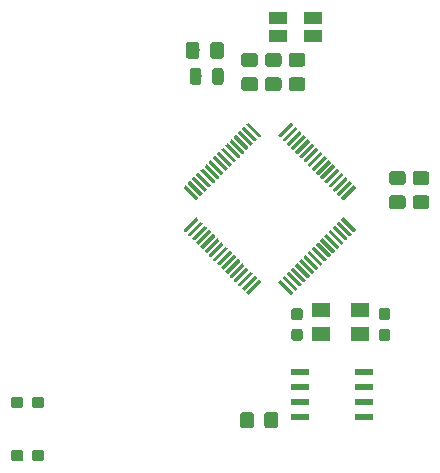
<source format=gbr>
G04 #@! TF.GenerationSoftware,KiCad,Pcbnew,(5.1.0)-1*
G04 #@! TF.CreationDate,2020-04-23T00:52:51+08:00*
G04 #@! TF.ProjectId,IRController,4952436f-6e74-4726-9f6c-6c65722e6b69,rev?*
G04 #@! TF.SameCoordinates,Original*
G04 #@! TF.FileFunction,Paste,Top*
G04 #@! TF.FilePolarity,Positive*
%FSLAX46Y46*%
G04 Gerber Fmt 4.6, Leading zero omitted, Abs format (unit mm)*
G04 Created by KiCad (PCBNEW (5.1.0)-1) date 2020-04-23 00:52:51*
%MOMM*%
%LPD*%
G04 APERTURE LIST*
%ADD10C,0.100000*%
%ADD11C,0.950000*%
%ADD12C,1.150000*%
%ADD13R,1.500000X1.100000*%
%ADD14C,0.975000*%
%ADD15C,0.300000*%
%ADD16R,1.550000X0.600000*%
%ADD17R,1.600000X1.300000*%
G04 APERTURE END LIST*
D10*
G36*
X94835779Y-85126144D02*
G01*
X94858834Y-85129563D01*
X94881443Y-85135227D01*
X94903387Y-85143079D01*
X94924457Y-85153044D01*
X94944448Y-85165026D01*
X94963168Y-85178910D01*
X94980438Y-85194562D01*
X94996090Y-85211832D01*
X95009974Y-85230552D01*
X95021956Y-85250543D01*
X95031921Y-85271613D01*
X95039773Y-85293557D01*
X95045437Y-85316166D01*
X95048856Y-85339221D01*
X95050000Y-85362500D01*
X95050000Y-85837500D01*
X95048856Y-85860779D01*
X95045437Y-85883834D01*
X95039773Y-85906443D01*
X95031921Y-85928387D01*
X95021956Y-85949457D01*
X95009974Y-85969448D01*
X94996090Y-85988168D01*
X94980438Y-86005438D01*
X94963168Y-86021090D01*
X94944448Y-86034974D01*
X94924457Y-86046956D01*
X94903387Y-86056921D01*
X94881443Y-86064773D01*
X94858834Y-86070437D01*
X94835779Y-86073856D01*
X94812500Y-86075000D01*
X94237500Y-86075000D01*
X94214221Y-86073856D01*
X94191166Y-86070437D01*
X94168557Y-86064773D01*
X94146613Y-86056921D01*
X94125543Y-86046956D01*
X94105552Y-86034974D01*
X94086832Y-86021090D01*
X94069562Y-86005438D01*
X94053910Y-85988168D01*
X94040026Y-85969448D01*
X94028044Y-85949457D01*
X94018079Y-85928387D01*
X94010227Y-85906443D01*
X94004563Y-85883834D01*
X94001144Y-85860779D01*
X94000000Y-85837500D01*
X94000000Y-85362500D01*
X94001144Y-85339221D01*
X94004563Y-85316166D01*
X94010227Y-85293557D01*
X94018079Y-85271613D01*
X94028044Y-85250543D01*
X94040026Y-85230552D01*
X94053910Y-85211832D01*
X94069562Y-85194562D01*
X94086832Y-85178910D01*
X94105552Y-85165026D01*
X94125543Y-85153044D01*
X94146613Y-85143079D01*
X94168557Y-85135227D01*
X94191166Y-85129563D01*
X94214221Y-85126144D01*
X94237500Y-85125000D01*
X94812500Y-85125000D01*
X94835779Y-85126144D01*
X94835779Y-85126144D01*
G37*
D11*
X94525000Y-85600000D03*
D10*
G36*
X96585779Y-85126144D02*
G01*
X96608834Y-85129563D01*
X96631443Y-85135227D01*
X96653387Y-85143079D01*
X96674457Y-85153044D01*
X96694448Y-85165026D01*
X96713168Y-85178910D01*
X96730438Y-85194562D01*
X96746090Y-85211832D01*
X96759974Y-85230552D01*
X96771956Y-85250543D01*
X96781921Y-85271613D01*
X96789773Y-85293557D01*
X96795437Y-85316166D01*
X96798856Y-85339221D01*
X96800000Y-85362500D01*
X96800000Y-85837500D01*
X96798856Y-85860779D01*
X96795437Y-85883834D01*
X96789773Y-85906443D01*
X96781921Y-85928387D01*
X96771956Y-85949457D01*
X96759974Y-85969448D01*
X96746090Y-85988168D01*
X96730438Y-86005438D01*
X96713168Y-86021090D01*
X96694448Y-86034974D01*
X96674457Y-86046956D01*
X96653387Y-86056921D01*
X96631443Y-86064773D01*
X96608834Y-86070437D01*
X96585779Y-86073856D01*
X96562500Y-86075000D01*
X95987500Y-86075000D01*
X95964221Y-86073856D01*
X95941166Y-86070437D01*
X95918557Y-86064773D01*
X95896613Y-86056921D01*
X95875543Y-86046956D01*
X95855552Y-86034974D01*
X95836832Y-86021090D01*
X95819562Y-86005438D01*
X95803910Y-85988168D01*
X95790026Y-85969448D01*
X95778044Y-85949457D01*
X95768079Y-85928387D01*
X95760227Y-85906443D01*
X95754563Y-85883834D01*
X95751144Y-85860779D01*
X95750000Y-85837500D01*
X95750000Y-85362500D01*
X95751144Y-85339221D01*
X95754563Y-85316166D01*
X95760227Y-85293557D01*
X95768079Y-85271613D01*
X95778044Y-85250543D01*
X95790026Y-85230552D01*
X95803910Y-85211832D01*
X95819562Y-85194562D01*
X95836832Y-85178910D01*
X95855552Y-85165026D01*
X95875543Y-85153044D01*
X95896613Y-85143079D01*
X95918557Y-85135227D01*
X95941166Y-85129563D01*
X95964221Y-85126144D01*
X95987500Y-85125000D01*
X96562500Y-85125000D01*
X96585779Y-85126144D01*
X96585779Y-85126144D01*
G37*
D11*
X96275000Y-85600000D03*
D10*
G36*
X96585779Y-89626144D02*
G01*
X96608834Y-89629563D01*
X96631443Y-89635227D01*
X96653387Y-89643079D01*
X96674457Y-89653044D01*
X96694448Y-89665026D01*
X96713168Y-89678910D01*
X96730438Y-89694562D01*
X96746090Y-89711832D01*
X96759974Y-89730552D01*
X96771956Y-89750543D01*
X96781921Y-89771613D01*
X96789773Y-89793557D01*
X96795437Y-89816166D01*
X96798856Y-89839221D01*
X96800000Y-89862500D01*
X96800000Y-90337500D01*
X96798856Y-90360779D01*
X96795437Y-90383834D01*
X96789773Y-90406443D01*
X96781921Y-90428387D01*
X96771956Y-90449457D01*
X96759974Y-90469448D01*
X96746090Y-90488168D01*
X96730438Y-90505438D01*
X96713168Y-90521090D01*
X96694448Y-90534974D01*
X96674457Y-90546956D01*
X96653387Y-90556921D01*
X96631443Y-90564773D01*
X96608834Y-90570437D01*
X96585779Y-90573856D01*
X96562500Y-90575000D01*
X95987500Y-90575000D01*
X95964221Y-90573856D01*
X95941166Y-90570437D01*
X95918557Y-90564773D01*
X95896613Y-90556921D01*
X95875543Y-90546956D01*
X95855552Y-90534974D01*
X95836832Y-90521090D01*
X95819562Y-90505438D01*
X95803910Y-90488168D01*
X95790026Y-90469448D01*
X95778044Y-90449457D01*
X95768079Y-90428387D01*
X95760227Y-90406443D01*
X95754563Y-90383834D01*
X95751144Y-90360779D01*
X95750000Y-90337500D01*
X95750000Y-89862500D01*
X95751144Y-89839221D01*
X95754563Y-89816166D01*
X95760227Y-89793557D01*
X95768079Y-89771613D01*
X95778044Y-89750543D01*
X95790026Y-89730552D01*
X95803910Y-89711832D01*
X95819562Y-89694562D01*
X95836832Y-89678910D01*
X95855552Y-89665026D01*
X95875543Y-89653044D01*
X95896613Y-89643079D01*
X95918557Y-89635227D01*
X95941166Y-89629563D01*
X95964221Y-89626144D01*
X95987500Y-89625000D01*
X96562500Y-89625000D01*
X96585779Y-89626144D01*
X96585779Y-89626144D01*
G37*
D11*
X96275000Y-90100000D03*
D10*
G36*
X94835779Y-89626144D02*
G01*
X94858834Y-89629563D01*
X94881443Y-89635227D01*
X94903387Y-89643079D01*
X94924457Y-89653044D01*
X94944448Y-89665026D01*
X94963168Y-89678910D01*
X94980438Y-89694562D01*
X94996090Y-89711832D01*
X95009974Y-89730552D01*
X95021956Y-89750543D01*
X95031921Y-89771613D01*
X95039773Y-89793557D01*
X95045437Y-89816166D01*
X95048856Y-89839221D01*
X95050000Y-89862500D01*
X95050000Y-90337500D01*
X95048856Y-90360779D01*
X95045437Y-90383834D01*
X95039773Y-90406443D01*
X95031921Y-90428387D01*
X95021956Y-90449457D01*
X95009974Y-90469448D01*
X94996090Y-90488168D01*
X94980438Y-90505438D01*
X94963168Y-90521090D01*
X94944448Y-90534974D01*
X94924457Y-90546956D01*
X94903387Y-90556921D01*
X94881443Y-90564773D01*
X94858834Y-90570437D01*
X94835779Y-90573856D01*
X94812500Y-90575000D01*
X94237500Y-90575000D01*
X94214221Y-90573856D01*
X94191166Y-90570437D01*
X94168557Y-90564773D01*
X94146613Y-90556921D01*
X94125543Y-90546956D01*
X94105552Y-90534974D01*
X94086832Y-90521090D01*
X94069562Y-90505438D01*
X94053910Y-90488168D01*
X94040026Y-90469448D01*
X94028044Y-90449457D01*
X94018079Y-90428387D01*
X94010227Y-90406443D01*
X94004563Y-90383834D01*
X94001144Y-90360779D01*
X94000000Y-90337500D01*
X94000000Y-89862500D01*
X94001144Y-89839221D01*
X94004563Y-89816166D01*
X94010227Y-89793557D01*
X94018079Y-89771613D01*
X94028044Y-89750543D01*
X94040026Y-89730552D01*
X94053910Y-89711832D01*
X94069562Y-89694562D01*
X94086832Y-89678910D01*
X94105552Y-89665026D01*
X94125543Y-89653044D01*
X94146613Y-89643079D01*
X94168557Y-89635227D01*
X94191166Y-89629563D01*
X94214221Y-89626144D01*
X94237500Y-89625000D01*
X94812500Y-89625000D01*
X94835779Y-89626144D01*
X94835779Y-89626144D01*
G37*
D11*
X94525000Y-90100000D03*
D10*
G36*
X118460779Y-77601144D02*
G01*
X118483834Y-77604563D01*
X118506443Y-77610227D01*
X118528387Y-77618079D01*
X118549457Y-77628044D01*
X118569448Y-77640026D01*
X118588168Y-77653910D01*
X118605438Y-77669562D01*
X118621090Y-77686832D01*
X118634974Y-77705552D01*
X118646956Y-77725543D01*
X118656921Y-77746613D01*
X118664773Y-77768557D01*
X118670437Y-77791166D01*
X118673856Y-77814221D01*
X118675000Y-77837500D01*
X118675000Y-78412500D01*
X118673856Y-78435779D01*
X118670437Y-78458834D01*
X118664773Y-78481443D01*
X118656921Y-78503387D01*
X118646956Y-78524457D01*
X118634974Y-78544448D01*
X118621090Y-78563168D01*
X118605438Y-78580438D01*
X118588168Y-78596090D01*
X118569448Y-78609974D01*
X118549457Y-78621956D01*
X118528387Y-78631921D01*
X118506443Y-78639773D01*
X118483834Y-78645437D01*
X118460779Y-78648856D01*
X118437500Y-78650000D01*
X117962500Y-78650000D01*
X117939221Y-78648856D01*
X117916166Y-78645437D01*
X117893557Y-78639773D01*
X117871613Y-78631921D01*
X117850543Y-78621956D01*
X117830552Y-78609974D01*
X117811832Y-78596090D01*
X117794562Y-78580438D01*
X117778910Y-78563168D01*
X117765026Y-78544448D01*
X117753044Y-78524457D01*
X117743079Y-78503387D01*
X117735227Y-78481443D01*
X117729563Y-78458834D01*
X117726144Y-78435779D01*
X117725000Y-78412500D01*
X117725000Y-77837500D01*
X117726144Y-77814221D01*
X117729563Y-77791166D01*
X117735227Y-77768557D01*
X117743079Y-77746613D01*
X117753044Y-77725543D01*
X117765026Y-77705552D01*
X117778910Y-77686832D01*
X117794562Y-77669562D01*
X117811832Y-77653910D01*
X117830552Y-77640026D01*
X117850543Y-77628044D01*
X117871613Y-77618079D01*
X117893557Y-77610227D01*
X117916166Y-77604563D01*
X117939221Y-77601144D01*
X117962500Y-77600000D01*
X118437500Y-77600000D01*
X118460779Y-77601144D01*
X118460779Y-77601144D01*
G37*
D11*
X118200000Y-78125000D03*
D10*
G36*
X118460779Y-79351144D02*
G01*
X118483834Y-79354563D01*
X118506443Y-79360227D01*
X118528387Y-79368079D01*
X118549457Y-79378044D01*
X118569448Y-79390026D01*
X118588168Y-79403910D01*
X118605438Y-79419562D01*
X118621090Y-79436832D01*
X118634974Y-79455552D01*
X118646956Y-79475543D01*
X118656921Y-79496613D01*
X118664773Y-79518557D01*
X118670437Y-79541166D01*
X118673856Y-79564221D01*
X118675000Y-79587500D01*
X118675000Y-80162500D01*
X118673856Y-80185779D01*
X118670437Y-80208834D01*
X118664773Y-80231443D01*
X118656921Y-80253387D01*
X118646956Y-80274457D01*
X118634974Y-80294448D01*
X118621090Y-80313168D01*
X118605438Y-80330438D01*
X118588168Y-80346090D01*
X118569448Y-80359974D01*
X118549457Y-80371956D01*
X118528387Y-80381921D01*
X118506443Y-80389773D01*
X118483834Y-80395437D01*
X118460779Y-80398856D01*
X118437500Y-80400000D01*
X117962500Y-80400000D01*
X117939221Y-80398856D01*
X117916166Y-80395437D01*
X117893557Y-80389773D01*
X117871613Y-80381921D01*
X117850543Y-80371956D01*
X117830552Y-80359974D01*
X117811832Y-80346090D01*
X117794562Y-80330438D01*
X117778910Y-80313168D01*
X117765026Y-80294448D01*
X117753044Y-80274457D01*
X117743079Y-80253387D01*
X117735227Y-80231443D01*
X117729563Y-80208834D01*
X117726144Y-80185779D01*
X117725000Y-80162500D01*
X117725000Y-79587500D01*
X117726144Y-79564221D01*
X117729563Y-79541166D01*
X117735227Y-79518557D01*
X117743079Y-79496613D01*
X117753044Y-79475543D01*
X117765026Y-79455552D01*
X117778910Y-79436832D01*
X117794562Y-79419562D01*
X117811832Y-79403910D01*
X117830552Y-79390026D01*
X117850543Y-79378044D01*
X117871613Y-79368079D01*
X117893557Y-79360227D01*
X117916166Y-79354563D01*
X117939221Y-79351144D01*
X117962500Y-79350000D01*
X118437500Y-79350000D01*
X118460779Y-79351144D01*
X118460779Y-79351144D01*
G37*
D11*
X118200000Y-79875000D03*
D10*
G36*
X125860779Y-77601144D02*
G01*
X125883834Y-77604563D01*
X125906443Y-77610227D01*
X125928387Y-77618079D01*
X125949457Y-77628044D01*
X125969448Y-77640026D01*
X125988168Y-77653910D01*
X126005438Y-77669562D01*
X126021090Y-77686832D01*
X126034974Y-77705552D01*
X126046956Y-77725543D01*
X126056921Y-77746613D01*
X126064773Y-77768557D01*
X126070437Y-77791166D01*
X126073856Y-77814221D01*
X126075000Y-77837500D01*
X126075000Y-78412500D01*
X126073856Y-78435779D01*
X126070437Y-78458834D01*
X126064773Y-78481443D01*
X126056921Y-78503387D01*
X126046956Y-78524457D01*
X126034974Y-78544448D01*
X126021090Y-78563168D01*
X126005438Y-78580438D01*
X125988168Y-78596090D01*
X125969448Y-78609974D01*
X125949457Y-78621956D01*
X125928387Y-78631921D01*
X125906443Y-78639773D01*
X125883834Y-78645437D01*
X125860779Y-78648856D01*
X125837500Y-78650000D01*
X125362500Y-78650000D01*
X125339221Y-78648856D01*
X125316166Y-78645437D01*
X125293557Y-78639773D01*
X125271613Y-78631921D01*
X125250543Y-78621956D01*
X125230552Y-78609974D01*
X125211832Y-78596090D01*
X125194562Y-78580438D01*
X125178910Y-78563168D01*
X125165026Y-78544448D01*
X125153044Y-78524457D01*
X125143079Y-78503387D01*
X125135227Y-78481443D01*
X125129563Y-78458834D01*
X125126144Y-78435779D01*
X125125000Y-78412500D01*
X125125000Y-77837500D01*
X125126144Y-77814221D01*
X125129563Y-77791166D01*
X125135227Y-77768557D01*
X125143079Y-77746613D01*
X125153044Y-77725543D01*
X125165026Y-77705552D01*
X125178910Y-77686832D01*
X125194562Y-77669562D01*
X125211832Y-77653910D01*
X125230552Y-77640026D01*
X125250543Y-77628044D01*
X125271613Y-77618079D01*
X125293557Y-77610227D01*
X125316166Y-77604563D01*
X125339221Y-77601144D01*
X125362500Y-77600000D01*
X125837500Y-77600000D01*
X125860779Y-77601144D01*
X125860779Y-77601144D01*
G37*
D11*
X125600000Y-78125000D03*
D10*
G36*
X125860779Y-79351144D02*
G01*
X125883834Y-79354563D01*
X125906443Y-79360227D01*
X125928387Y-79368079D01*
X125949457Y-79378044D01*
X125969448Y-79390026D01*
X125988168Y-79403910D01*
X126005438Y-79419562D01*
X126021090Y-79436832D01*
X126034974Y-79455552D01*
X126046956Y-79475543D01*
X126056921Y-79496613D01*
X126064773Y-79518557D01*
X126070437Y-79541166D01*
X126073856Y-79564221D01*
X126075000Y-79587500D01*
X126075000Y-80162500D01*
X126073856Y-80185779D01*
X126070437Y-80208834D01*
X126064773Y-80231443D01*
X126056921Y-80253387D01*
X126046956Y-80274457D01*
X126034974Y-80294448D01*
X126021090Y-80313168D01*
X126005438Y-80330438D01*
X125988168Y-80346090D01*
X125969448Y-80359974D01*
X125949457Y-80371956D01*
X125928387Y-80381921D01*
X125906443Y-80389773D01*
X125883834Y-80395437D01*
X125860779Y-80398856D01*
X125837500Y-80400000D01*
X125362500Y-80400000D01*
X125339221Y-80398856D01*
X125316166Y-80395437D01*
X125293557Y-80389773D01*
X125271613Y-80381921D01*
X125250543Y-80371956D01*
X125230552Y-80359974D01*
X125211832Y-80346090D01*
X125194562Y-80330438D01*
X125178910Y-80313168D01*
X125165026Y-80294448D01*
X125153044Y-80274457D01*
X125143079Y-80253387D01*
X125135227Y-80231443D01*
X125129563Y-80208834D01*
X125126144Y-80185779D01*
X125125000Y-80162500D01*
X125125000Y-79587500D01*
X125126144Y-79564221D01*
X125129563Y-79541166D01*
X125135227Y-79518557D01*
X125143079Y-79496613D01*
X125153044Y-79475543D01*
X125165026Y-79455552D01*
X125178910Y-79436832D01*
X125194562Y-79419562D01*
X125211832Y-79403910D01*
X125230552Y-79390026D01*
X125250543Y-79378044D01*
X125271613Y-79368079D01*
X125293557Y-79360227D01*
X125316166Y-79354563D01*
X125339221Y-79351144D01*
X125362500Y-79350000D01*
X125837500Y-79350000D01*
X125860779Y-79351144D01*
X125860779Y-79351144D01*
G37*
D11*
X125600000Y-79875000D03*
D10*
G36*
X114324505Y-86401204D02*
G01*
X114348773Y-86404804D01*
X114372572Y-86410765D01*
X114395671Y-86419030D01*
X114417850Y-86429520D01*
X114438893Y-86442132D01*
X114458599Y-86456747D01*
X114476777Y-86473223D01*
X114493253Y-86491401D01*
X114507868Y-86511107D01*
X114520480Y-86532150D01*
X114530970Y-86554329D01*
X114539235Y-86577428D01*
X114545196Y-86601227D01*
X114548796Y-86625495D01*
X114550000Y-86649999D01*
X114550000Y-87550001D01*
X114548796Y-87574505D01*
X114545196Y-87598773D01*
X114539235Y-87622572D01*
X114530970Y-87645671D01*
X114520480Y-87667850D01*
X114507868Y-87688893D01*
X114493253Y-87708599D01*
X114476777Y-87726777D01*
X114458599Y-87743253D01*
X114438893Y-87757868D01*
X114417850Y-87770480D01*
X114395671Y-87780970D01*
X114372572Y-87789235D01*
X114348773Y-87795196D01*
X114324505Y-87798796D01*
X114300001Y-87800000D01*
X113649999Y-87800000D01*
X113625495Y-87798796D01*
X113601227Y-87795196D01*
X113577428Y-87789235D01*
X113554329Y-87780970D01*
X113532150Y-87770480D01*
X113511107Y-87757868D01*
X113491401Y-87743253D01*
X113473223Y-87726777D01*
X113456747Y-87708599D01*
X113442132Y-87688893D01*
X113429520Y-87667850D01*
X113419030Y-87645671D01*
X113410765Y-87622572D01*
X113404804Y-87598773D01*
X113401204Y-87574505D01*
X113400000Y-87550001D01*
X113400000Y-86649999D01*
X113401204Y-86625495D01*
X113404804Y-86601227D01*
X113410765Y-86577428D01*
X113419030Y-86554329D01*
X113429520Y-86532150D01*
X113442132Y-86511107D01*
X113456747Y-86491401D01*
X113473223Y-86473223D01*
X113491401Y-86456747D01*
X113511107Y-86442132D01*
X113532150Y-86429520D01*
X113554329Y-86419030D01*
X113577428Y-86410765D01*
X113601227Y-86404804D01*
X113625495Y-86401204D01*
X113649999Y-86400000D01*
X114300001Y-86400000D01*
X114324505Y-86401204D01*
X114324505Y-86401204D01*
G37*
D12*
X113975000Y-87100000D03*
D10*
G36*
X116374505Y-86401204D02*
G01*
X116398773Y-86404804D01*
X116422572Y-86410765D01*
X116445671Y-86419030D01*
X116467850Y-86429520D01*
X116488893Y-86442132D01*
X116508599Y-86456747D01*
X116526777Y-86473223D01*
X116543253Y-86491401D01*
X116557868Y-86511107D01*
X116570480Y-86532150D01*
X116580970Y-86554329D01*
X116589235Y-86577428D01*
X116595196Y-86601227D01*
X116598796Y-86625495D01*
X116600000Y-86649999D01*
X116600000Y-87550001D01*
X116598796Y-87574505D01*
X116595196Y-87598773D01*
X116589235Y-87622572D01*
X116580970Y-87645671D01*
X116570480Y-87667850D01*
X116557868Y-87688893D01*
X116543253Y-87708599D01*
X116526777Y-87726777D01*
X116508599Y-87743253D01*
X116488893Y-87757868D01*
X116467850Y-87770480D01*
X116445671Y-87780970D01*
X116422572Y-87789235D01*
X116398773Y-87795196D01*
X116374505Y-87798796D01*
X116350001Y-87800000D01*
X115699999Y-87800000D01*
X115675495Y-87798796D01*
X115651227Y-87795196D01*
X115627428Y-87789235D01*
X115604329Y-87780970D01*
X115582150Y-87770480D01*
X115561107Y-87757868D01*
X115541401Y-87743253D01*
X115523223Y-87726777D01*
X115506747Y-87708599D01*
X115492132Y-87688893D01*
X115479520Y-87667850D01*
X115469030Y-87645671D01*
X115460765Y-87622572D01*
X115454804Y-87598773D01*
X115451204Y-87574505D01*
X115450000Y-87550001D01*
X115450000Y-86649999D01*
X115451204Y-86625495D01*
X115454804Y-86601227D01*
X115460765Y-86577428D01*
X115469030Y-86554329D01*
X115479520Y-86532150D01*
X115492132Y-86511107D01*
X115506747Y-86491401D01*
X115523223Y-86473223D01*
X115541401Y-86456747D01*
X115561107Y-86442132D01*
X115582150Y-86429520D01*
X115604329Y-86419030D01*
X115627428Y-86410765D01*
X115651227Y-86404804D01*
X115675495Y-86401204D01*
X115699999Y-86400000D01*
X116350001Y-86400000D01*
X116374505Y-86401204D01*
X116374505Y-86401204D01*
G37*
D12*
X116025000Y-87100000D03*
D13*
X119600000Y-53050000D03*
X116600000Y-53050000D03*
X116600000Y-54550000D03*
X119600000Y-54550000D03*
D10*
G36*
X109892642Y-57301174D02*
G01*
X109916303Y-57304684D01*
X109939507Y-57310496D01*
X109962029Y-57318554D01*
X109983653Y-57328782D01*
X110004170Y-57341079D01*
X110023383Y-57355329D01*
X110041107Y-57371393D01*
X110057171Y-57389117D01*
X110071421Y-57408330D01*
X110083718Y-57428847D01*
X110093946Y-57450471D01*
X110102004Y-57472993D01*
X110107816Y-57496197D01*
X110111326Y-57519858D01*
X110112500Y-57543750D01*
X110112500Y-58456250D01*
X110111326Y-58480142D01*
X110107816Y-58503803D01*
X110102004Y-58527007D01*
X110093946Y-58549529D01*
X110083718Y-58571153D01*
X110071421Y-58591670D01*
X110057171Y-58610883D01*
X110041107Y-58628607D01*
X110023383Y-58644671D01*
X110004170Y-58658921D01*
X109983653Y-58671218D01*
X109962029Y-58681446D01*
X109939507Y-58689504D01*
X109916303Y-58695316D01*
X109892642Y-58698826D01*
X109868750Y-58700000D01*
X109381250Y-58700000D01*
X109357358Y-58698826D01*
X109333697Y-58695316D01*
X109310493Y-58689504D01*
X109287971Y-58681446D01*
X109266347Y-58671218D01*
X109245830Y-58658921D01*
X109226617Y-58644671D01*
X109208893Y-58628607D01*
X109192829Y-58610883D01*
X109178579Y-58591670D01*
X109166282Y-58571153D01*
X109156054Y-58549529D01*
X109147996Y-58527007D01*
X109142184Y-58503803D01*
X109138674Y-58480142D01*
X109137500Y-58456250D01*
X109137500Y-57543750D01*
X109138674Y-57519858D01*
X109142184Y-57496197D01*
X109147996Y-57472993D01*
X109156054Y-57450471D01*
X109166282Y-57428847D01*
X109178579Y-57408330D01*
X109192829Y-57389117D01*
X109208893Y-57371393D01*
X109226617Y-57355329D01*
X109245830Y-57341079D01*
X109266347Y-57328782D01*
X109287971Y-57318554D01*
X109310493Y-57310496D01*
X109333697Y-57304684D01*
X109357358Y-57301174D01*
X109381250Y-57300000D01*
X109868750Y-57300000D01*
X109892642Y-57301174D01*
X109892642Y-57301174D01*
G37*
D14*
X109625000Y-58000000D03*
D10*
G36*
X111767642Y-57301174D02*
G01*
X111791303Y-57304684D01*
X111814507Y-57310496D01*
X111837029Y-57318554D01*
X111858653Y-57328782D01*
X111879170Y-57341079D01*
X111898383Y-57355329D01*
X111916107Y-57371393D01*
X111932171Y-57389117D01*
X111946421Y-57408330D01*
X111958718Y-57428847D01*
X111968946Y-57450471D01*
X111977004Y-57472993D01*
X111982816Y-57496197D01*
X111986326Y-57519858D01*
X111987500Y-57543750D01*
X111987500Y-58456250D01*
X111986326Y-58480142D01*
X111982816Y-58503803D01*
X111977004Y-58527007D01*
X111968946Y-58549529D01*
X111958718Y-58571153D01*
X111946421Y-58591670D01*
X111932171Y-58610883D01*
X111916107Y-58628607D01*
X111898383Y-58644671D01*
X111879170Y-58658921D01*
X111858653Y-58671218D01*
X111837029Y-58681446D01*
X111814507Y-58689504D01*
X111791303Y-58695316D01*
X111767642Y-58698826D01*
X111743750Y-58700000D01*
X111256250Y-58700000D01*
X111232358Y-58698826D01*
X111208697Y-58695316D01*
X111185493Y-58689504D01*
X111162971Y-58681446D01*
X111141347Y-58671218D01*
X111120830Y-58658921D01*
X111101617Y-58644671D01*
X111083893Y-58628607D01*
X111067829Y-58610883D01*
X111053579Y-58591670D01*
X111041282Y-58571153D01*
X111031054Y-58549529D01*
X111022996Y-58527007D01*
X111017184Y-58503803D01*
X111013674Y-58480142D01*
X111012500Y-58456250D01*
X111012500Y-57543750D01*
X111013674Y-57519858D01*
X111017184Y-57496197D01*
X111022996Y-57472993D01*
X111031054Y-57450471D01*
X111041282Y-57428847D01*
X111053579Y-57408330D01*
X111067829Y-57389117D01*
X111083893Y-57371393D01*
X111101617Y-57355329D01*
X111120830Y-57341079D01*
X111141347Y-57328782D01*
X111162971Y-57318554D01*
X111185493Y-57310496D01*
X111208697Y-57304684D01*
X111232358Y-57301174D01*
X111256250Y-57300000D01*
X111743750Y-57300000D01*
X111767642Y-57301174D01*
X111767642Y-57301174D01*
G37*
D14*
X111500000Y-58000000D03*
D10*
G36*
X116674505Y-56026204D02*
G01*
X116698773Y-56029804D01*
X116722572Y-56035765D01*
X116745671Y-56044030D01*
X116767850Y-56054520D01*
X116788893Y-56067132D01*
X116808599Y-56081747D01*
X116826777Y-56098223D01*
X116843253Y-56116401D01*
X116857868Y-56136107D01*
X116870480Y-56157150D01*
X116880970Y-56179329D01*
X116889235Y-56202428D01*
X116895196Y-56226227D01*
X116898796Y-56250495D01*
X116900000Y-56274999D01*
X116900000Y-56925001D01*
X116898796Y-56949505D01*
X116895196Y-56973773D01*
X116889235Y-56997572D01*
X116880970Y-57020671D01*
X116870480Y-57042850D01*
X116857868Y-57063893D01*
X116843253Y-57083599D01*
X116826777Y-57101777D01*
X116808599Y-57118253D01*
X116788893Y-57132868D01*
X116767850Y-57145480D01*
X116745671Y-57155970D01*
X116722572Y-57164235D01*
X116698773Y-57170196D01*
X116674505Y-57173796D01*
X116650001Y-57175000D01*
X115749999Y-57175000D01*
X115725495Y-57173796D01*
X115701227Y-57170196D01*
X115677428Y-57164235D01*
X115654329Y-57155970D01*
X115632150Y-57145480D01*
X115611107Y-57132868D01*
X115591401Y-57118253D01*
X115573223Y-57101777D01*
X115556747Y-57083599D01*
X115542132Y-57063893D01*
X115529520Y-57042850D01*
X115519030Y-57020671D01*
X115510765Y-56997572D01*
X115504804Y-56973773D01*
X115501204Y-56949505D01*
X115500000Y-56925001D01*
X115500000Y-56274999D01*
X115501204Y-56250495D01*
X115504804Y-56226227D01*
X115510765Y-56202428D01*
X115519030Y-56179329D01*
X115529520Y-56157150D01*
X115542132Y-56136107D01*
X115556747Y-56116401D01*
X115573223Y-56098223D01*
X115591401Y-56081747D01*
X115611107Y-56067132D01*
X115632150Y-56054520D01*
X115654329Y-56044030D01*
X115677428Y-56035765D01*
X115701227Y-56029804D01*
X115725495Y-56026204D01*
X115749999Y-56025000D01*
X116650001Y-56025000D01*
X116674505Y-56026204D01*
X116674505Y-56026204D01*
G37*
D12*
X116200000Y-56600000D03*
D10*
G36*
X116674505Y-58076204D02*
G01*
X116698773Y-58079804D01*
X116722572Y-58085765D01*
X116745671Y-58094030D01*
X116767850Y-58104520D01*
X116788893Y-58117132D01*
X116808599Y-58131747D01*
X116826777Y-58148223D01*
X116843253Y-58166401D01*
X116857868Y-58186107D01*
X116870480Y-58207150D01*
X116880970Y-58229329D01*
X116889235Y-58252428D01*
X116895196Y-58276227D01*
X116898796Y-58300495D01*
X116900000Y-58324999D01*
X116900000Y-58975001D01*
X116898796Y-58999505D01*
X116895196Y-59023773D01*
X116889235Y-59047572D01*
X116880970Y-59070671D01*
X116870480Y-59092850D01*
X116857868Y-59113893D01*
X116843253Y-59133599D01*
X116826777Y-59151777D01*
X116808599Y-59168253D01*
X116788893Y-59182868D01*
X116767850Y-59195480D01*
X116745671Y-59205970D01*
X116722572Y-59214235D01*
X116698773Y-59220196D01*
X116674505Y-59223796D01*
X116650001Y-59225000D01*
X115749999Y-59225000D01*
X115725495Y-59223796D01*
X115701227Y-59220196D01*
X115677428Y-59214235D01*
X115654329Y-59205970D01*
X115632150Y-59195480D01*
X115611107Y-59182868D01*
X115591401Y-59168253D01*
X115573223Y-59151777D01*
X115556747Y-59133599D01*
X115542132Y-59113893D01*
X115529520Y-59092850D01*
X115519030Y-59070671D01*
X115510765Y-59047572D01*
X115504804Y-59023773D01*
X115501204Y-58999505D01*
X115500000Y-58975001D01*
X115500000Y-58324999D01*
X115501204Y-58300495D01*
X115504804Y-58276227D01*
X115510765Y-58252428D01*
X115519030Y-58229329D01*
X115529520Y-58207150D01*
X115542132Y-58186107D01*
X115556747Y-58166401D01*
X115573223Y-58148223D01*
X115591401Y-58131747D01*
X115611107Y-58117132D01*
X115632150Y-58104520D01*
X115654329Y-58094030D01*
X115677428Y-58085765D01*
X115701227Y-58079804D01*
X115725495Y-58076204D01*
X115749999Y-58075000D01*
X116650001Y-58075000D01*
X116674505Y-58076204D01*
X116674505Y-58076204D01*
G37*
D12*
X116200000Y-58650000D03*
D10*
G36*
X114674505Y-56026204D02*
G01*
X114698773Y-56029804D01*
X114722572Y-56035765D01*
X114745671Y-56044030D01*
X114767850Y-56054520D01*
X114788893Y-56067132D01*
X114808599Y-56081747D01*
X114826777Y-56098223D01*
X114843253Y-56116401D01*
X114857868Y-56136107D01*
X114870480Y-56157150D01*
X114880970Y-56179329D01*
X114889235Y-56202428D01*
X114895196Y-56226227D01*
X114898796Y-56250495D01*
X114900000Y-56274999D01*
X114900000Y-56925001D01*
X114898796Y-56949505D01*
X114895196Y-56973773D01*
X114889235Y-56997572D01*
X114880970Y-57020671D01*
X114870480Y-57042850D01*
X114857868Y-57063893D01*
X114843253Y-57083599D01*
X114826777Y-57101777D01*
X114808599Y-57118253D01*
X114788893Y-57132868D01*
X114767850Y-57145480D01*
X114745671Y-57155970D01*
X114722572Y-57164235D01*
X114698773Y-57170196D01*
X114674505Y-57173796D01*
X114650001Y-57175000D01*
X113749999Y-57175000D01*
X113725495Y-57173796D01*
X113701227Y-57170196D01*
X113677428Y-57164235D01*
X113654329Y-57155970D01*
X113632150Y-57145480D01*
X113611107Y-57132868D01*
X113591401Y-57118253D01*
X113573223Y-57101777D01*
X113556747Y-57083599D01*
X113542132Y-57063893D01*
X113529520Y-57042850D01*
X113519030Y-57020671D01*
X113510765Y-56997572D01*
X113504804Y-56973773D01*
X113501204Y-56949505D01*
X113500000Y-56925001D01*
X113500000Y-56274999D01*
X113501204Y-56250495D01*
X113504804Y-56226227D01*
X113510765Y-56202428D01*
X113519030Y-56179329D01*
X113529520Y-56157150D01*
X113542132Y-56136107D01*
X113556747Y-56116401D01*
X113573223Y-56098223D01*
X113591401Y-56081747D01*
X113611107Y-56067132D01*
X113632150Y-56054520D01*
X113654329Y-56044030D01*
X113677428Y-56035765D01*
X113701227Y-56029804D01*
X113725495Y-56026204D01*
X113749999Y-56025000D01*
X114650001Y-56025000D01*
X114674505Y-56026204D01*
X114674505Y-56026204D01*
G37*
D12*
X114200000Y-56600000D03*
D10*
G36*
X114674505Y-58076204D02*
G01*
X114698773Y-58079804D01*
X114722572Y-58085765D01*
X114745671Y-58094030D01*
X114767850Y-58104520D01*
X114788893Y-58117132D01*
X114808599Y-58131747D01*
X114826777Y-58148223D01*
X114843253Y-58166401D01*
X114857868Y-58186107D01*
X114870480Y-58207150D01*
X114880970Y-58229329D01*
X114889235Y-58252428D01*
X114895196Y-58276227D01*
X114898796Y-58300495D01*
X114900000Y-58324999D01*
X114900000Y-58975001D01*
X114898796Y-58999505D01*
X114895196Y-59023773D01*
X114889235Y-59047572D01*
X114880970Y-59070671D01*
X114870480Y-59092850D01*
X114857868Y-59113893D01*
X114843253Y-59133599D01*
X114826777Y-59151777D01*
X114808599Y-59168253D01*
X114788893Y-59182868D01*
X114767850Y-59195480D01*
X114745671Y-59205970D01*
X114722572Y-59214235D01*
X114698773Y-59220196D01*
X114674505Y-59223796D01*
X114650001Y-59225000D01*
X113749999Y-59225000D01*
X113725495Y-59223796D01*
X113701227Y-59220196D01*
X113677428Y-59214235D01*
X113654329Y-59205970D01*
X113632150Y-59195480D01*
X113611107Y-59182868D01*
X113591401Y-59168253D01*
X113573223Y-59151777D01*
X113556747Y-59133599D01*
X113542132Y-59113893D01*
X113529520Y-59092850D01*
X113519030Y-59070671D01*
X113510765Y-59047572D01*
X113504804Y-59023773D01*
X113501204Y-58999505D01*
X113500000Y-58975001D01*
X113500000Y-58324999D01*
X113501204Y-58300495D01*
X113504804Y-58276227D01*
X113510765Y-58252428D01*
X113519030Y-58229329D01*
X113529520Y-58207150D01*
X113542132Y-58186107D01*
X113556747Y-58166401D01*
X113573223Y-58148223D01*
X113591401Y-58131747D01*
X113611107Y-58117132D01*
X113632150Y-58104520D01*
X113654329Y-58094030D01*
X113677428Y-58085765D01*
X113701227Y-58079804D01*
X113725495Y-58076204D01*
X113749999Y-58075000D01*
X114650001Y-58075000D01*
X114674505Y-58076204D01*
X114674505Y-58076204D01*
G37*
D12*
X114200000Y-58650000D03*
D10*
G36*
X118674505Y-56026204D02*
G01*
X118698773Y-56029804D01*
X118722572Y-56035765D01*
X118745671Y-56044030D01*
X118767850Y-56054520D01*
X118788893Y-56067132D01*
X118808599Y-56081747D01*
X118826777Y-56098223D01*
X118843253Y-56116401D01*
X118857868Y-56136107D01*
X118870480Y-56157150D01*
X118880970Y-56179329D01*
X118889235Y-56202428D01*
X118895196Y-56226227D01*
X118898796Y-56250495D01*
X118900000Y-56274999D01*
X118900000Y-56925001D01*
X118898796Y-56949505D01*
X118895196Y-56973773D01*
X118889235Y-56997572D01*
X118880970Y-57020671D01*
X118870480Y-57042850D01*
X118857868Y-57063893D01*
X118843253Y-57083599D01*
X118826777Y-57101777D01*
X118808599Y-57118253D01*
X118788893Y-57132868D01*
X118767850Y-57145480D01*
X118745671Y-57155970D01*
X118722572Y-57164235D01*
X118698773Y-57170196D01*
X118674505Y-57173796D01*
X118650001Y-57175000D01*
X117749999Y-57175000D01*
X117725495Y-57173796D01*
X117701227Y-57170196D01*
X117677428Y-57164235D01*
X117654329Y-57155970D01*
X117632150Y-57145480D01*
X117611107Y-57132868D01*
X117591401Y-57118253D01*
X117573223Y-57101777D01*
X117556747Y-57083599D01*
X117542132Y-57063893D01*
X117529520Y-57042850D01*
X117519030Y-57020671D01*
X117510765Y-56997572D01*
X117504804Y-56973773D01*
X117501204Y-56949505D01*
X117500000Y-56925001D01*
X117500000Y-56274999D01*
X117501204Y-56250495D01*
X117504804Y-56226227D01*
X117510765Y-56202428D01*
X117519030Y-56179329D01*
X117529520Y-56157150D01*
X117542132Y-56136107D01*
X117556747Y-56116401D01*
X117573223Y-56098223D01*
X117591401Y-56081747D01*
X117611107Y-56067132D01*
X117632150Y-56054520D01*
X117654329Y-56044030D01*
X117677428Y-56035765D01*
X117701227Y-56029804D01*
X117725495Y-56026204D01*
X117749999Y-56025000D01*
X118650001Y-56025000D01*
X118674505Y-56026204D01*
X118674505Y-56026204D01*
G37*
D12*
X118200000Y-56600000D03*
D10*
G36*
X118674505Y-58076204D02*
G01*
X118698773Y-58079804D01*
X118722572Y-58085765D01*
X118745671Y-58094030D01*
X118767850Y-58104520D01*
X118788893Y-58117132D01*
X118808599Y-58131747D01*
X118826777Y-58148223D01*
X118843253Y-58166401D01*
X118857868Y-58186107D01*
X118870480Y-58207150D01*
X118880970Y-58229329D01*
X118889235Y-58252428D01*
X118895196Y-58276227D01*
X118898796Y-58300495D01*
X118900000Y-58324999D01*
X118900000Y-58975001D01*
X118898796Y-58999505D01*
X118895196Y-59023773D01*
X118889235Y-59047572D01*
X118880970Y-59070671D01*
X118870480Y-59092850D01*
X118857868Y-59113893D01*
X118843253Y-59133599D01*
X118826777Y-59151777D01*
X118808599Y-59168253D01*
X118788893Y-59182868D01*
X118767850Y-59195480D01*
X118745671Y-59205970D01*
X118722572Y-59214235D01*
X118698773Y-59220196D01*
X118674505Y-59223796D01*
X118650001Y-59225000D01*
X117749999Y-59225000D01*
X117725495Y-59223796D01*
X117701227Y-59220196D01*
X117677428Y-59214235D01*
X117654329Y-59205970D01*
X117632150Y-59195480D01*
X117611107Y-59182868D01*
X117591401Y-59168253D01*
X117573223Y-59151777D01*
X117556747Y-59133599D01*
X117542132Y-59113893D01*
X117529520Y-59092850D01*
X117519030Y-59070671D01*
X117510765Y-59047572D01*
X117504804Y-59023773D01*
X117501204Y-58999505D01*
X117500000Y-58975001D01*
X117500000Y-58324999D01*
X117501204Y-58300495D01*
X117504804Y-58276227D01*
X117510765Y-58252428D01*
X117519030Y-58229329D01*
X117529520Y-58207150D01*
X117542132Y-58186107D01*
X117556747Y-58166401D01*
X117573223Y-58148223D01*
X117591401Y-58131747D01*
X117611107Y-58117132D01*
X117632150Y-58104520D01*
X117654329Y-58094030D01*
X117677428Y-58085765D01*
X117701227Y-58079804D01*
X117725495Y-58076204D01*
X117749999Y-58075000D01*
X118650001Y-58075000D01*
X118674505Y-58076204D01*
X118674505Y-58076204D01*
G37*
D12*
X118200000Y-58650000D03*
D10*
G36*
X109724505Y-55101204D02*
G01*
X109748773Y-55104804D01*
X109772572Y-55110765D01*
X109795671Y-55119030D01*
X109817850Y-55129520D01*
X109838893Y-55142132D01*
X109858599Y-55156747D01*
X109876777Y-55173223D01*
X109893253Y-55191401D01*
X109907868Y-55211107D01*
X109920480Y-55232150D01*
X109930970Y-55254329D01*
X109939235Y-55277428D01*
X109945196Y-55301227D01*
X109948796Y-55325495D01*
X109950000Y-55349999D01*
X109950000Y-56250001D01*
X109948796Y-56274505D01*
X109945196Y-56298773D01*
X109939235Y-56322572D01*
X109930970Y-56345671D01*
X109920480Y-56367850D01*
X109907868Y-56388893D01*
X109893253Y-56408599D01*
X109876777Y-56426777D01*
X109858599Y-56443253D01*
X109838893Y-56457868D01*
X109817850Y-56470480D01*
X109795671Y-56480970D01*
X109772572Y-56489235D01*
X109748773Y-56495196D01*
X109724505Y-56498796D01*
X109700001Y-56500000D01*
X109049999Y-56500000D01*
X109025495Y-56498796D01*
X109001227Y-56495196D01*
X108977428Y-56489235D01*
X108954329Y-56480970D01*
X108932150Y-56470480D01*
X108911107Y-56457868D01*
X108891401Y-56443253D01*
X108873223Y-56426777D01*
X108856747Y-56408599D01*
X108842132Y-56388893D01*
X108829520Y-56367850D01*
X108819030Y-56345671D01*
X108810765Y-56322572D01*
X108804804Y-56298773D01*
X108801204Y-56274505D01*
X108800000Y-56250001D01*
X108800000Y-55349999D01*
X108801204Y-55325495D01*
X108804804Y-55301227D01*
X108810765Y-55277428D01*
X108819030Y-55254329D01*
X108829520Y-55232150D01*
X108842132Y-55211107D01*
X108856747Y-55191401D01*
X108873223Y-55173223D01*
X108891401Y-55156747D01*
X108911107Y-55142132D01*
X108932150Y-55129520D01*
X108954329Y-55119030D01*
X108977428Y-55110765D01*
X109001227Y-55104804D01*
X109025495Y-55101204D01*
X109049999Y-55100000D01*
X109700001Y-55100000D01*
X109724505Y-55101204D01*
X109724505Y-55101204D01*
G37*
D12*
X109375000Y-55800000D03*
D10*
G36*
X111774505Y-55101204D02*
G01*
X111798773Y-55104804D01*
X111822572Y-55110765D01*
X111845671Y-55119030D01*
X111867850Y-55129520D01*
X111888893Y-55142132D01*
X111908599Y-55156747D01*
X111926777Y-55173223D01*
X111943253Y-55191401D01*
X111957868Y-55211107D01*
X111970480Y-55232150D01*
X111980970Y-55254329D01*
X111989235Y-55277428D01*
X111995196Y-55301227D01*
X111998796Y-55325495D01*
X112000000Y-55349999D01*
X112000000Y-56250001D01*
X111998796Y-56274505D01*
X111995196Y-56298773D01*
X111989235Y-56322572D01*
X111980970Y-56345671D01*
X111970480Y-56367850D01*
X111957868Y-56388893D01*
X111943253Y-56408599D01*
X111926777Y-56426777D01*
X111908599Y-56443253D01*
X111888893Y-56457868D01*
X111867850Y-56470480D01*
X111845671Y-56480970D01*
X111822572Y-56489235D01*
X111798773Y-56495196D01*
X111774505Y-56498796D01*
X111750001Y-56500000D01*
X111099999Y-56500000D01*
X111075495Y-56498796D01*
X111051227Y-56495196D01*
X111027428Y-56489235D01*
X111004329Y-56480970D01*
X110982150Y-56470480D01*
X110961107Y-56457868D01*
X110941401Y-56443253D01*
X110923223Y-56426777D01*
X110906747Y-56408599D01*
X110892132Y-56388893D01*
X110879520Y-56367850D01*
X110869030Y-56345671D01*
X110860765Y-56322572D01*
X110854804Y-56298773D01*
X110851204Y-56274505D01*
X110850000Y-56250001D01*
X110850000Y-55349999D01*
X110851204Y-55325495D01*
X110854804Y-55301227D01*
X110860765Y-55277428D01*
X110869030Y-55254329D01*
X110879520Y-55232150D01*
X110892132Y-55211107D01*
X110906747Y-55191401D01*
X110923223Y-55173223D01*
X110941401Y-55156747D01*
X110961107Y-55142132D01*
X110982150Y-55129520D01*
X111004329Y-55119030D01*
X111027428Y-55110765D01*
X111051227Y-55104804D01*
X111075495Y-55101204D01*
X111099999Y-55100000D01*
X111750001Y-55100000D01*
X111774505Y-55101204D01*
X111774505Y-55101204D01*
G37*
D12*
X111425000Y-55800000D03*
D10*
G36*
X114988112Y-75241834D02*
G01*
X114995393Y-75242914D01*
X115002532Y-75244702D01*
X115009462Y-75247182D01*
X115016116Y-75250329D01*
X115022429Y-75254113D01*
X115028340Y-75258497D01*
X115033794Y-75263440D01*
X115139860Y-75369506D01*
X115144803Y-75374960D01*
X115149187Y-75380871D01*
X115152971Y-75387184D01*
X115156118Y-75393838D01*
X115158598Y-75400768D01*
X115160386Y-75407907D01*
X115161466Y-75415188D01*
X115161827Y-75422539D01*
X115161466Y-75429890D01*
X115160386Y-75437171D01*
X115158598Y-75444310D01*
X115156118Y-75451240D01*
X115152971Y-75457894D01*
X115149187Y-75464207D01*
X115144803Y-75470118D01*
X115139860Y-75475572D01*
X114149910Y-76465522D01*
X114144456Y-76470465D01*
X114138545Y-76474849D01*
X114132232Y-76478633D01*
X114125578Y-76481780D01*
X114118648Y-76484260D01*
X114111509Y-76486048D01*
X114104228Y-76487128D01*
X114096877Y-76487489D01*
X114089526Y-76487128D01*
X114082245Y-76486048D01*
X114075106Y-76484260D01*
X114068176Y-76481780D01*
X114061522Y-76478633D01*
X114055209Y-76474849D01*
X114049298Y-76470465D01*
X114043844Y-76465522D01*
X113937778Y-76359456D01*
X113932835Y-76354002D01*
X113928451Y-76348091D01*
X113924667Y-76341778D01*
X113921520Y-76335124D01*
X113919040Y-76328194D01*
X113917252Y-76321055D01*
X113916172Y-76313774D01*
X113915811Y-76306423D01*
X113916172Y-76299072D01*
X113917252Y-76291791D01*
X113919040Y-76284652D01*
X113921520Y-76277722D01*
X113924667Y-76271068D01*
X113928451Y-76264755D01*
X113932835Y-76258844D01*
X113937778Y-76253390D01*
X114927728Y-75263440D01*
X114933182Y-75258497D01*
X114939093Y-75254113D01*
X114945406Y-75250329D01*
X114952060Y-75247182D01*
X114958990Y-75244702D01*
X114966129Y-75242914D01*
X114973410Y-75241834D01*
X114980761Y-75241473D01*
X114988112Y-75241834D01*
X114988112Y-75241834D01*
G37*
D15*
X114538819Y-75864481D03*
D10*
G36*
X114634559Y-74888281D02*
G01*
X114641840Y-74889361D01*
X114648979Y-74891149D01*
X114655909Y-74893629D01*
X114662563Y-74896776D01*
X114668876Y-74900560D01*
X114674787Y-74904944D01*
X114680241Y-74909887D01*
X114786307Y-75015953D01*
X114791250Y-75021407D01*
X114795634Y-75027318D01*
X114799418Y-75033631D01*
X114802565Y-75040285D01*
X114805045Y-75047215D01*
X114806833Y-75054354D01*
X114807913Y-75061635D01*
X114808274Y-75068986D01*
X114807913Y-75076337D01*
X114806833Y-75083618D01*
X114805045Y-75090757D01*
X114802565Y-75097687D01*
X114799418Y-75104341D01*
X114795634Y-75110654D01*
X114791250Y-75116565D01*
X114786307Y-75122019D01*
X113796357Y-76111969D01*
X113790903Y-76116912D01*
X113784992Y-76121296D01*
X113778679Y-76125080D01*
X113772025Y-76128227D01*
X113765095Y-76130707D01*
X113757956Y-76132495D01*
X113750675Y-76133575D01*
X113743324Y-76133936D01*
X113735973Y-76133575D01*
X113728692Y-76132495D01*
X113721553Y-76130707D01*
X113714623Y-76128227D01*
X113707969Y-76125080D01*
X113701656Y-76121296D01*
X113695745Y-76116912D01*
X113690291Y-76111969D01*
X113584225Y-76005903D01*
X113579282Y-76000449D01*
X113574898Y-75994538D01*
X113571114Y-75988225D01*
X113567967Y-75981571D01*
X113565487Y-75974641D01*
X113563699Y-75967502D01*
X113562619Y-75960221D01*
X113562258Y-75952870D01*
X113562619Y-75945519D01*
X113563699Y-75938238D01*
X113565487Y-75931099D01*
X113567967Y-75924169D01*
X113571114Y-75917515D01*
X113574898Y-75911202D01*
X113579282Y-75905291D01*
X113584225Y-75899837D01*
X114574175Y-74909887D01*
X114579629Y-74904944D01*
X114585540Y-74900560D01*
X114591853Y-74896776D01*
X114598507Y-74893629D01*
X114605437Y-74891149D01*
X114612576Y-74889361D01*
X114619857Y-74888281D01*
X114627208Y-74887920D01*
X114634559Y-74888281D01*
X114634559Y-74888281D01*
G37*
D15*
X114185266Y-75510928D03*
D10*
G36*
X114281006Y-74534728D02*
G01*
X114288287Y-74535808D01*
X114295426Y-74537596D01*
X114302356Y-74540076D01*
X114309010Y-74543223D01*
X114315323Y-74547007D01*
X114321234Y-74551391D01*
X114326688Y-74556334D01*
X114432754Y-74662400D01*
X114437697Y-74667854D01*
X114442081Y-74673765D01*
X114445865Y-74680078D01*
X114449012Y-74686732D01*
X114451492Y-74693662D01*
X114453280Y-74700801D01*
X114454360Y-74708082D01*
X114454721Y-74715433D01*
X114454360Y-74722784D01*
X114453280Y-74730065D01*
X114451492Y-74737204D01*
X114449012Y-74744134D01*
X114445865Y-74750788D01*
X114442081Y-74757101D01*
X114437697Y-74763012D01*
X114432754Y-74768466D01*
X113442804Y-75758416D01*
X113437350Y-75763359D01*
X113431439Y-75767743D01*
X113425126Y-75771527D01*
X113418472Y-75774674D01*
X113411542Y-75777154D01*
X113404403Y-75778942D01*
X113397122Y-75780022D01*
X113389771Y-75780383D01*
X113382420Y-75780022D01*
X113375139Y-75778942D01*
X113368000Y-75777154D01*
X113361070Y-75774674D01*
X113354416Y-75771527D01*
X113348103Y-75767743D01*
X113342192Y-75763359D01*
X113336738Y-75758416D01*
X113230672Y-75652350D01*
X113225729Y-75646896D01*
X113221345Y-75640985D01*
X113217561Y-75634672D01*
X113214414Y-75628018D01*
X113211934Y-75621088D01*
X113210146Y-75613949D01*
X113209066Y-75606668D01*
X113208705Y-75599317D01*
X113209066Y-75591966D01*
X113210146Y-75584685D01*
X113211934Y-75577546D01*
X113214414Y-75570616D01*
X113217561Y-75563962D01*
X113221345Y-75557649D01*
X113225729Y-75551738D01*
X113230672Y-75546284D01*
X114220622Y-74556334D01*
X114226076Y-74551391D01*
X114231987Y-74547007D01*
X114238300Y-74543223D01*
X114244954Y-74540076D01*
X114251884Y-74537596D01*
X114259023Y-74535808D01*
X114266304Y-74534728D01*
X114273655Y-74534367D01*
X114281006Y-74534728D01*
X114281006Y-74534728D01*
G37*
D15*
X113831713Y-75157375D03*
D10*
G36*
X113927452Y-74181174D02*
G01*
X113934733Y-74182254D01*
X113941872Y-74184042D01*
X113948802Y-74186522D01*
X113955456Y-74189669D01*
X113961769Y-74193453D01*
X113967680Y-74197837D01*
X113973134Y-74202780D01*
X114079200Y-74308846D01*
X114084143Y-74314300D01*
X114088527Y-74320211D01*
X114092311Y-74326524D01*
X114095458Y-74333178D01*
X114097938Y-74340108D01*
X114099726Y-74347247D01*
X114100806Y-74354528D01*
X114101167Y-74361879D01*
X114100806Y-74369230D01*
X114099726Y-74376511D01*
X114097938Y-74383650D01*
X114095458Y-74390580D01*
X114092311Y-74397234D01*
X114088527Y-74403547D01*
X114084143Y-74409458D01*
X114079200Y-74414912D01*
X113089250Y-75404862D01*
X113083796Y-75409805D01*
X113077885Y-75414189D01*
X113071572Y-75417973D01*
X113064918Y-75421120D01*
X113057988Y-75423600D01*
X113050849Y-75425388D01*
X113043568Y-75426468D01*
X113036217Y-75426829D01*
X113028866Y-75426468D01*
X113021585Y-75425388D01*
X113014446Y-75423600D01*
X113007516Y-75421120D01*
X113000862Y-75417973D01*
X112994549Y-75414189D01*
X112988638Y-75409805D01*
X112983184Y-75404862D01*
X112877118Y-75298796D01*
X112872175Y-75293342D01*
X112867791Y-75287431D01*
X112864007Y-75281118D01*
X112860860Y-75274464D01*
X112858380Y-75267534D01*
X112856592Y-75260395D01*
X112855512Y-75253114D01*
X112855151Y-75245763D01*
X112855512Y-75238412D01*
X112856592Y-75231131D01*
X112858380Y-75223992D01*
X112860860Y-75217062D01*
X112864007Y-75210408D01*
X112867791Y-75204095D01*
X112872175Y-75198184D01*
X112877118Y-75192730D01*
X113867068Y-74202780D01*
X113872522Y-74197837D01*
X113878433Y-74193453D01*
X113884746Y-74189669D01*
X113891400Y-74186522D01*
X113898330Y-74184042D01*
X113905469Y-74182254D01*
X113912750Y-74181174D01*
X113920101Y-74180813D01*
X113927452Y-74181174D01*
X113927452Y-74181174D01*
G37*
D15*
X113478159Y-74803821D03*
D10*
G36*
X113573899Y-73827621D02*
G01*
X113581180Y-73828701D01*
X113588319Y-73830489D01*
X113595249Y-73832969D01*
X113601903Y-73836116D01*
X113608216Y-73839900D01*
X113614127Y-73844284D01*
X113619581Y-73849227D01*
X113725647Y-73955293D01*
X113730590Y-73960747D01*
X113734974Y-73966658D01*
X113738758Y-73972971D01*
X113741905Y-73979625D01*
X113744385Y-73986555D01*
X113746173Y-73993694D01*
X113747253Y-74000975D01*
X113747614Y-74008326D01*
X113747253Y-74015677D01*
X113746173Y-74022958D01*
X113744385Y-74030097D01*
X113741905Y-74037027D01*
X113738758Y-74043681D01*
X113734974Y-74049994D01*
X113730590Y-74055905D01*
X113725647Y-74061359D01*
X112735697Y-75051309D01*
X112730243Y-75056252D01*
X112724332Y-75060636D01*
X112718019Y-75064420D01*
X112711365Y-75067567D01*
X112704435Y-75070047D01*
X112697296Y-75071835D01*
X112690015Y-75072915D01*
X112682664Y-75073276D01*
X112675313Y-75072915D01*
X112668032Y-75071835D01*
X112660893Y-75070047D01*
X112653963Y-75067567D01*
X112647309Y-75064420D01*
X112640996Y-75060636D01*
X112635085Y-75056252D01*
X112629631Y-75051309D01*
X112523565Y-74945243D01*
X112518622Y-74939789D01*
X112514238Y-74933878D01*
X112510454Y-74927565D01*
X112507307Y-74920911D01*
X112504827Y-74913981D01*
X112503039Y-74906842D01*
X112501959Y-74899561D01*
X112501598Y-74892210D01*
X112501959Y-74884859D01*
X112503039Y-74877578D01*
X112504827Y-74870439D01*
X112507307Y-74863509D01*
X112510454Y-74856855D01*
X112514238Y-74850542D01*
X112518622Y-74844631D01*
X112523565Y-74839177D01*
X113513515Y-73849227D01*
X113518969Y-73844284D01*
X113524880Y-73839900D01*
X113531193Y-73836116D01*
X113537847Y-73832969D01*
X113544777Y-73830489D01*
X113551916Y-73828701D01*
X113559197Y-73827621D01*
X113566548Y-73827260D01*
X113573899Y-73827621D01*
X113573899Y-73827621D01*
G37*
D15*
X113124606Y-74450268D03*
D10*
G36*
X113220345Y-73474067D02*
G01*
X113227626Y-73475147D01*
X113234765Y-73476935D01*
X113241695Y-73479415D01*
X113248349Y-73482562D01*
X113254662Y-73486346D01*
X113260573Y-73490730D01*
X113266027Y-73495673D01*
X113372093Y-73601739D01*
X113377036Y-73607193D01*
X113381420Y-73613104D01*
X113385204Y-73619417D01*
X113388351Y-73626071D01*
X113390831Y-73633001D01*
X113392619Y-73640140D01*
X113393699Y-73647421D01*
X113394060Y-73654772D01*
X113393699Y-73662123D01*
X113392619Y-73669404D01*
X113390831Y-73676543D01*
X113388351Y-73683473D01*
X113385204Y-73690127D01*
X113381420Y-73696440D01*
X113377036Y-73702351D01*
X113372093Y-73707805D01*
X112382143Y-74697755D01*
X112376689Y-74702698D01*
X112370778Y-74707082D01*
X112364465Y-74710866D01*
X112357811Y-74714013D01*
X112350881Y-74716493D01*
X112343742Y-74718281D01*
X112336461Y-74719361D01*
X112329110Y-74719722D01*
X112321759Y-74719361D01*
X112314478Y-74718281D01*
X112307339Y-74716493D01*
X112300409Y-74714013D01*
X112293755Y-74710866D01*
X112287442Y-74707082D01*
X112281531Y-74702698D01*
X112276077Y-74697755D01*
X112170011Y-74591689D01*
X112165068Y-74586235D01*
X112160684Y-74580324D01*
X112156900Y-74574011D01*
X112153753Y-74567357D01*
X112151273Y-74560427D01*
X112149485Y-74553288D01*
X112148405Y-74546007D01*
X112148044Y-74538656D01*
X112148405Y-74531305D01*
X112149485Y-74524024D01*
X112151273Y-74516885D01*
X112153753Y-74509955D01*
X112156900Y-74503301D01*
X112160684Y-74496988D01*
X112165068Y-74491077D01*
X112170011Y-74485623D01*
X113159961Y-73495673D01*
X113165415Y-73490730D01*
X113171326Y-73486346D01*
X113177639Y-73482562D01*
X113184293Y-73479415D01*
X113191223Y-73476935D01*
X113198362Y-73475147D01*
X113205643Y-73474067D01*
X113212994Y-73473706D01*
X113220345Y-73474067D01*
X113220345Y-73474067D01*
G37*
D15*
X112771052Y-74096714D03*
D10*
G36*
X112866792Y-73120514D02*
G01*
X112874073Y-73121594D01*
X112881212Y-73123382D01*
X112888142Y-73125862D01*
X112894796Y-73129009D01*
X112901109Y-73132793D01*
X112907020Y-73137177D01*
X112912474Y-73142120D01*
X113018540Y-73248186D01*
X113023483Y-73253640D01*
X113027867Y-73259551D01*
X113031651Y-73265864D01*
X113034798Y-73272518D01*
X113037278Y-73279448D01*
X113039066Y-73286587D01*
X113040146Y-73293868D01*
X113040507Y-73301219D01*
X113040146Y-73308570D01*
X113039066Y-73315851D01*
X113037278Y-73322990D01*
X113034798Y-73329920D01*
X113031651Y-73336574D01*
X113027867Y-73342887D01*
X113023483Y-73348798D01*
X113018540Y-73354252D01*
X112028590Y-74344202D01*
X112023136Y-74349145D01*
X112017225Y-74353529D01*
X112010912Y-74357313D01*
X112004258Y-74360460D01*
X111997328Y-74362940D01*
X111990189Y-74364728D01*
X111982908Y-74365808D01*
X111975557Y-74366169D01*
X111968206Y-74365808D01*
X111960925Y-74364728D01*
X111953786Y-74362940D01*
X111946856Y-74360460D01*
X111940202Y-74357313D01*
X111933889Y-74353529D01*
X111927978Y-74349145D01*
X111922524Y-74344202D01*
X111816458Y-74238136D01*
X111811515Y-74232682D01*
X111807131Y-74226771D01*
X111803347Y-74220458D01*
X111800200Y-74213804D01*
X111797720Y-74206874D01*
X111795932Y-74199735D01*
X111794852Y-74192454D01*
X111794491Y-74185103D01*
X111794852Y-74177752D01*
X111795932Y-74170471D01*
X111797720Y-74163332D01*
X111800200Y-74156402D01*
X111803347Y-74149748D01*
X111807131Y-74143435D01*
X111811515Y-74137524D01*
X111816458Y-74132070D01*
X112806408Y-73142120D01*
X112811862Y-73137177D01*
X112817773Y-73132793D01*
X112824086Y-73129009D01*
X112830740Y-73125862D01*
X112837670Y-73123382D01*
X112844809Y-73121594D01*
X112852090Y-73120514D01*
X112859441Y-73120153D01*
X112866792Y-73120514D01*
X112866792Y-73120514D01*
G37*
D15*
X112417499Y-73743161D03*
D10*
G36*
X112513239Y-72766961D02*
G01*
X112520520Y-72768041D01*
X112527659Y-72769829D01*
X112534589Y-72772309D01*
X112541243Y-72775456D01*
X112547556Y-72779240D01*
X112553467Y-72783624D01*
X112558921Y-72788567D01*
X112664987Y-72894633D01*
X112669930Y-72900087D01*
X112674314Y-72905998D01*
X112678098Y-72912311D01*
X112681245Y-72918965D01*
X112683725Y-72925895D01*
X112685513Y-72933034D01*
X112686593Y-72940315D01*
X112686954Y-72947666D01*
X112686593Y-72955017D01*
X112685513Y-72962298D01*
X112683725Y-72969437D01*
X112681245Y-72976367D01*
X112678098Y-72983021D01*
X112674314Y-72989334D01*
X112669930Y-72995245D01*
X112664987Y-73000699D01*
X111675037Y-73990649D01*
X111669583Y-73995592D01*
X111663672Y-73999976D01*
X111657359Y-74003760D01*
X111650705Y-74006907D01*
X111643775Y-74009387D01*
X111636636Y-74011175D01*
X111629355Y-74012255D01*
X111622004Y-74012616D01*
X111614653Y-74012255D01*
X111607372Y-74011175D01*
X111600233Y-74009387D01*
X111593303Y-74006907D01*
X111586649Y-74003760D01*
X111580336Y-73999976D01*
X111574425Y-73995592D01*
X111568971Y-73990649D01*
X111462905Y-73884583D01*
X111457962Y-73879129D01*
X111453578Y-73873218D01*
X111449794Y-73866905D01*
X111446647Y-73860251D01*
X111444167Y-73853321D01*
X111442379Y-73846182D01*
X111441299Y-73838901D01*
X111440938Y-73831550D01*
X111441299Y-73824199D01*
X111442379Y-73816918D01*
X111444167Y-73809779D01*
X111446647Y-73802849D01*
X111449794Y-73796195D01*
X111453578Y-73789882D01*
X111457962Y-73783971D01*
X111462905Y-73778517D01*
X112452855Y-72788567D01*
X112458309Y-72783624D01*
X112464220Y-72779240D01*
X112470533Y-72775456D01*
X112477187Y-72772309D01*
X112484117Y-72769829D01*
X112491256Y-72768041D01*
X112498537Y-72766961D01*
X112505888Y-72766600D01*
X112513239Y-72766961D01*
X112513239Y-72766961D01*
G37*
D15*
X112063946Y-73389608D03*
D10*
G36*
X112159685Y-72413407D02*
G01*
X112166966Y-72414487D01*
X112174105Y-72416275D01*
X112181035Y-72418755D01*
X112187689Y-72421902D01*
X112194002Y-72425686D01*
X112199913Y-72430070D01*
X112205367Y-72435013D01*
X112311433Y-72541079D01*
X112316376Y-72546533D01*
X112320760Y-72552444D01*
X112324544Y-72558757D01*
X112327691Y-72565411D01*
X112330171Y-72572341D01*
X112331959Y-72579480D01*
X112333039Y-72586761D01*
X112333400Y-72594112D01*
X112333039Y-72601463D01*
X112331959Y-72608744D01*
X112330171Y-72615883D01*
X112327691Y-72622813D01*
X112324544Y-72629467D01*
X112320760Y-72635780D01*
X112316376Y-72641691D01*
X112311433Y-72647145D01*
X111321483Y-73637095D01*
X111316029Y-73642038D01*
X111310118Y-73646422D01*
X111303805Y-73650206D01*
X111297151Y-73653353D01*
X111290221Y-73655833D01*
X111283082Y-73657621D01*
X111275801Y-73658701D01*
X111268450Y-73659062D01*
X111261099Y-73658701D01*
X111253818Y-73657621D01*
X111246679Y-73655833D01*
X111239749Y-73653353D01*
X111233095Y-73650206D01*
X111226782Y-73646422D01*
X111220871Y-73642038D01*
X111215417Y-73637095D01*
X111109351Y-73531029D01*
X111104408Y-73525575D01*
X111100024Y-73519664D01*
X111096240Y-73513351D01*
X111093093Y-73506697D01*
X111090613Y-73499767D01*
X111088825Y-73492628D01*
X111087745Y-73485347D01*
X111087384Y-73477996D01*
X111087745Y-73470645D01*
X111088825Y-73463364D01*
X111090613Y-73456225D01*
X111093093Y-73449295D01*
X111096240Y-73442641D01*
X111100024Y-73436328D01*
X111104408Y-73430417D01*
X111109351Y-73424963D01*
X112099301Y-72435013D01*
X112104755Y-72430070D01*
X112110666Y-72425686D01*
X112116979Y-72421902D01*
X112123633Y-72418755D01*
X112130563Y-72416275D01*
X112137702Y-72414487D01*
X112144983Y-72413407D01*
X112152334Y-72413046D01*
X112159685Y-72413407D01*
X112159685Y-72413407D01*
G37*
D15*
X111710392Y-73036054D03*
D10*
G36*
X111806132Y-72059854D02*
G01*
X111813413Y-72060934D01*
X111820552Y-72062722D01*
X111827482Y-72065202D01*
X111834136Y-72068349D01*
X111840449Y-72072133D01*
X111846360Y-72076517D01*
X111851814Y-72081460D01*
X111957880Y-72187526D01*
X111962823Y-72192980D01*
X111967207Y-72198891D01*
X111970991Y-72205204D01*
X111974138Y-72211858D01*
X111976618Y-72218788D01*
X111978406Y-72225927D01*
X111979486Y-72233208D01*
X111979847Y-72240559D01*
X111979486Y-72247910D01*
X111978406Y-72255191D01*
X111976618Y-72262330D01*
X111974138Y-72269260D01*
X111970991Y-72275914D01*
X111967207Y-72282227D01*
X111962823Y-72288138D01*
X111957880Y-72293592D01*
X110967930Y-73283542D01*
X110962476Y-73288485D01*
X110956565Y-73292869D01*
X110950252Y-73296653D01*
X110943598Y-73299800D01*
X110936668Y-73302280D01*
X110929529Y-73304068D01*
X110922248Y-73305148D01*
X110914897Y-73305509D01*
X110907546Y-73305148D01*
X110900265Y-73304068D01*
X110893126Y-73302280D01*
X110886196Y-73299800D01*
X110879542Y-73296653D01*
X110873229Y-73292869D01*
X110867318Y-73288485D01*
X110861864Y-73283542D01*
X110755798Y-73177476D01*
X110750855Y-73172022D01*
X110746471Y-73166111D01*
X110742687Y-73159798D01*
X110739540Y-73153144D01*
X110737060Y-73146214D01*
X110735272Y-73139075D01*
X110734192Y-73131794D01*
X110733831Y-73124443D01*
X110734192Y-73117092D01*
X110735272Y-73109811D01*
X110737060Y-73102672D01*
X110739540Y-73095742D01*
X110742687Y-73089088D01*
X110746471Y-73082775D01*
X110750855Y-73076864D01*
X110755798Y-73071410D01*
X111745748Y-72081460D01*
X111751202Y-72076517D01*
X111757113Y-72072133D01*
X111763426Y-72068349D01*
X111770080Y-72065202D01*
X111777010Y-72062722D01*
X111784149Y-72060934D01*
X111791430Y-72059854D01*
X111798781Y-72059493D01*
X111806132Y-72059854D01*
X111806132Y-72059854D01*
G37*
D15*
X111356839Y-72682501D03*
D10*
G36*
X111452579Y-71706301D02*
G01*
X111459860Y-71707381D01*
X111466999Y-71709169D01*
X111473929Y-71711649D01*
X111480583Y-71714796D01*
X111486896Y-71718580D01*
X111492807Y-71722964D01*
X111498261Y-71727907D01*
X111604327Y-71833973D01*
X111609270Y-71839427D01*
X111613654Y-71845338D01*
X111617438Y-71851651D01*
X111620585Y-71858305D01*
X111623065Y-71865235D01*
X111624853Y-71872374D01*
X111625933Y-71879655D01*
X111626294Y-71887006D01*
X111625933Y-71894357D01*
X111624853Y-71901638D01*
X111623065Y-71908777D01*
X111620585Y-71915707D01*
X111617438Y-71922361D01*
X111613654Y-71928674D01*
X111609270Y-71934585D01*
X111604327Y-71940039D01*
X110614377Y-72929989D01*
X110608923Y-72934932D01*
X110603012Y-72939316D01*
X110596699Y-72943100D01*
X110590045Y-72946247D01*
X110583115Y-72948727D01*
X110575976Y-72950515D01*
X110568695Y-72951595D01*
X110561344Y-72951956D01*
X110553993Y-72951595D01*
X110546712Y-72950515D01*
X110539573Y-72948727D01*
X110532643Y-72946247D01*
X110525989Y-72943100D01*
X110519676Y-72939316D01*
X110513765Y-72934932D01*
X110508311Y-72929989D01*
X110402245Y-72823923D01*
X110397302Y-72818469D01*
X110392918Y-72812558D01*
X110389134Y-72806245D01*
X110385987Y-72799591D01*
X110383507Y-72792661D01*
X110381719Y-72785522D01*
X110380639Y-72778241D01*
X110380278Y-72770890D01*
X110380639Y-72763539D01*
X110381719Y-72756258D01*
X110383507Y-72749119D01*
X110385987Y-72742189D01*
X110389134Y-72735535D01*
X110392918Y-72729222D01*
X110397302Y-72723311D01*
X110402245Y-72717857D01*
X111392195Y-71727907D01*
X111397649Y-71722964D01*
X111403560Y-71718580D01*
X111409873Y-71714796D01*
X111416527Y-71711649D01*
X111423457Y-71709169D01*
X111430596Y-71707381D01*
X111437877Y-71706301D01*
X111445228Y-71705940D01*
X111452579Y-71706301D01*
X111452579Y-71706301D01*
G37*
D15*
X111003286Y-72328948D03*
D10*
G36*
X111099025Y-71352747D02*
G01*
X111106306Y-71353827D01*
X111113445Y-71355615D01*
X111120375Y-71358095D01*
X111127029Y-71361242D01*
X111133342Y-71365026D01*
X111139253Y-71369410D01*
X111144707Y-71374353D01*
X111250773Y-71480419D01*
X111255716Y-71485873D01*
X111260100Y-71491784D01*
X111263884Y-71498097D01*
X111267031Y-71504751D01*
X111269511Y-71511681D01*
X111271299Y-71518820D01*
X111272379Y-71526101D01*
X111272740Y-71533452D01*
X111272379Y-71540803D01*
X111271299Y-71548084D01*
X111269511Y-71555223D01*
X111267031Y-71562153D01*
X111263884Y-71568807D01*
X111260100Y-71575120D01*
X111255716Y-71581031D01*
X111250773Y-71586485D01*
X110260823Y-72576435D01*
X110255369Y-72581378D01*
X110249458Y-72585762D01*
X110243145Y-72589546D01*
X110236491Y-72592693D01*
X110229561Y-72595173D01*
X110222422Y-72596961D01*
X110215141Y-72598041D01*
X110207790Y-72598402D01*
X110200439Y-72598041D01*
X110193158Y-72596961D01*
X110186019Y-72595173D01*
X110179089Y-72592693D01*
X110172435Y-72589546D01*
X110166122Y-72585762D01*
X110160211Y-72581378D01*
X110154757Y-72576435D01*
X110048691Y-72470369D01*
X110043748Y-72464915D01*
X110039364Y-72459004D01*
X110035580Y-72452691D01*
X110032433Y-72446037D01*
X110029953Y-72439107D01*
X110028165Y-72431968D01*
X110027085Y-72424687D01*
X110026724Y-72417336D01*
X110027085Y-72409985D01*
X110028165Y-72402704D01*
X110029953Y-72395565D01*
X110032433Y-72388635D01*
X110035580Y-72381981D01*
X110039364Y-72375668D01*
X110043748Y-72369757D01*
X110048691Y-72364303D01*
X111038641Y-71374353D01*
X111044095Y-71369410D01*
X111050006Y-71365026D01*
X111056319Y-71361242D01*
X111062973Y-71358095D01*
X111069903Y-71355615D01*
X111077042Y-71353827D01*
X111084323Y-71352747D01*
X111091674Y-71352386D01*
X111099025Y-71352747D01*
X111099025Y-71352747D01*
G37*
D15*
X110649732Y-71975394D03*
D10*
G36*
X110745472Y-70999194D02*
G01*
X110752753Y-71000274D01*
X110759892Y-71002062D01*
X110766822Y-71004542D01*
X110773476Y-71007689D01*
X110779789Y-71011473D01*
X110785700Y-71015857D01*
X110791154Y-71020800D01*
X110897220Y-71126866D01*
X110902163Y-71132320D01*
X110906547Y-71138231D01*
X110910331Y-71144544D01*
X110913478Y-71151198D01*
X110915958Y-71158128D01*
X110917746Y-71165267D01*
X110918826Y-71172548D01*
X110919187Y-71179899D01*
X110918826Y-71187250D01*
X110917746Y-71194531D01*
X110915958Y-71201670D01*
X110913478Y-71208600D01*
X110910331Y-71215254D01*
X110906547Y-71221567D01*
X110902163Y-71227478D01*
X110897220Y-71232932D01*
X109907270Y-72222882D01*
X109901816Y-72227825D01*
X109895905Y-72232209D01*
X109889592Y-72235993D01*
X109882938Y-72239140D01*
X109876008Y-72241620D01*
X109868869Y-72243408D01*
X109861588Y-72244488D01*
X109854237Y-72244849D01*
X109846886Y-72244488D01*
X109839605Y-72243408D01*
X109832466Y-72241620D01*
X109825536Y-72239140D01*
X109818882Y-72235993D01*
X109812569Y-72232209D01*
X109806658Y-72227825D01*
X109801204Y-72222882D01*
X109695138Y-72116816D01*
X109690195Y-72111362D01*
X109685811Y-72105451D01*
X109682027Y-72099138D01*
X109678880Y-72092484D01*
X109676400Y-72085554D01*
X109674612Y-72078415D01*
X109673532Y-72071134D01*
X109673171Y-72063783D01*
X109673532Y-72056432D01*
X109674612Y-72049151D01*
X109676400Y-72042012D01*
X109678880Y-72035082D01*
X109682027Y-72028428D01*
X109685811Y-72022115D01*
X109690195Y-72016204D01*
X109695138Y-72010750D01*
X110685088Y-71020800D01*
X110690542Y-71015857D01*
X110696453Y-71011473D01*
X110702766Y-71007689D01*
X110709420Y-71004542D01*
X110716350Y-71002062D01*
X110723489Y-71000274D01*
X110730770Y-70999194D01*
X110738121Y-70998833D01*
X110745472Y-70999194D01*
X110745472Y-70999194D01*
G37*
D15*
X110296179Y-71621841D03*
D10*
G36*
X110391918Y-70645640D02*
G01*
X110399199Y-70646720D01*
X110406338Y-70648508D01*
X110413268Y-70650988D01*
X110419922Y-70654135D01*
X110426235Y-70657919D01*
X110432146Y-70662303D01*
X110437600Y-70667246D01*
X110543666Y-70773312D01*
X110548609Y-70778766D01*
X110552993Y-70784677D01*
X110556777Y-70790990D01*
X110559924Y-70797644D01*
X110562404Y-70804574D01*
X110564192Y-70811713D01*
X110565272Y-70818994D01*
X110565633Y-70826345D01*
X110565272Y-70833696D01*
X110564192Y-70840977D01*
X110562404Y-70848116D01*
X110559924Y-70855046D01*
X110556777Y-70861700D01*
X110552993Y-70868013D01*
X110548609Y-70873924D01*
X110543666Y-70879378D01*
X109553716Y-71869328D01*
X109548262Y-71874271D01*
X109542351Y-71878655D01*
X109536038Y-71882439D01*
X109529384Y-71885586D01*
X109522454Y-71888066D01*
X109515315Y-71889854D01*
X109508034Y-71890934D01*
X109500683Y-71891295D01*
X109493332Y-71890934D01*
X109486051Y-71889854D01*
X109478912Y-71888066D01*
X109471982Y-71885586D01*
X109465328Y-71882439D01*
X109459015Y-71878655D01*
X109453104Y-71874271D01*
X109447650Y-71869328D01*
X109341584Y-71763262D01*
X109336641Y-71757808D01*
X109332257Y-71751897D01*
X109328473Y-71745584D01*
X109325326Y-71738930D01*
X109322846Y-71732000D01*
X109321058Y-71724861D01*
X109319978Y-71717580D01*
X109319617Y-71710229D01*
X109319978Y-71702878D01*
X109321058Y-71695597D01*
X109322846Y-71688458D01*
X109325326Y-71681528D01*
X109328473Y-71674874D01*
X109332257Y-71668561D01*
X109336641Y-71662650D01*
X109341584Y-71657196D01*
X110331534Y-70667246D01*
X110336988Y-70662303D01*
X110342899Y-70657919D01*
X110349212Y-70654135D01*
X110355866Y-70650988D01*
X110362796Y-70648508D01*
X110369935Y-70646720D01*
X110377216Y-70645640D01*
X110384567Y-70645279D01*
X110391918Y-70645640D01*
X110391918Y-70645640D01*
G37*
D15*
X109942625Y-71268287D03*
D10*
G36*
X110038365Y-70292087D02*
G01*
X110045646Y-70293167D01*
X110052785Y-70294955D01*
X110059715Y-70297435D01*
X110066369Y-70300582D01*
X110072682Y-70304366D01*
X110078593Y-70308750D01*
X110084047Y-70313693D01*
X110190113Y-70419759D01*
X110195056Y-70425213D01*
X110199440Y-70431124D01*
X110203224Y-70437437D01*
X110206371Y-70444091D01*
X110208851Y-70451021D01*
X110210639Y-70458160D01*
X110211719Y-70465441D01*
X110212080Y-70472792D01*
X110211719Y-70480143D01*
X110210639Y-70487424D01*
X110208851Y-70494563D01*
X110206371Y-70501493D01*
X110203224Y-70508147D01*
X110199440Y-70514460D01*
X110195056Y-70520371D01*
X110190113Y-70525825D01*
X109200163Y-71515775D01*
X109194709Y-71520718D01*
X109188798Y-71525102D01*
X109182485Y-71528886D01*
X109175831Y-71532033D01*
X109168901Y-71534513D01*
X109161762Y-71536301D01*
X109154481Y-71537381D01*
X109147130Y-71537742D01*
X109139779Y-71537381D01*
X109132498Y-71536301D01*
X109125359Y-71534513D01*
X109118429Y-71532033D01*
X109111775Y-71528886D01*
X109105462Y-71525102D01*
X109099551Y-71520718D01*
X109094097Y-71515775D01*
X108988031Y-71409709D01*
X108983088Y-71404255D01*
X108978704Y-71398344D01*
X108974920Y-71392031D01*
X108971773Y-71385377D01*
X108969293Y-71378447D01*
X108967505Y-71371308D01*
X108966425Y-71364027D01*
X108966064Y-71356676D01*
X108966425Y-71349325D01*
X108967505Y-71342044D01*
X108969293Y-71334905D01*
X108971773Y-71327975D01*
X108974920Y-71321321D01*
X108978704Y-71315008D01*
X108983088Y-71309097D01*
X108988031Y-71303643D01*
X109977981Y-70313693D01*
X109983435Y-70308750D01*
X109989346Y-70304366D01*
X109995659Y-70300582D01*
X110002313Y-70297435D01*
X110009243Y-70294955D01*
X110016382Y-70293167D01*
X110023663Y-70292087D01*
X110031014Y-70291726D01*
X110038365Y-70292087D01*
X110038365Y-70292087D01*
G37*
D15*
X109589072Y-70914734D03*
D10*
G36*
X109684812Y-69938534D02*
G01*
X109692093Y-69939614D01*
X109699232Y-69941402D01*
X109706162Y-69943882D01*
X109712816Y-69947029D01*
X109719129Y-69950813D01*
X109725040Y-69955197D01*
X109730494Y-69960140D01*
X109836560Y-70066206D01*
X109841503Y-70071660D01*
X109845887Y-70077571D01*
X109849671Y-70083884D01*
X109852818Y-70090538D01*
X109855298Y-70097468D01*
X109857086Y-70104607D01*
X109858166Y-70111888D01*
X109858527Y-70119239D01*
X109858166Y-70126590D01*
X109857086Y-70133871D01*
X109855298Y-70141010D01*
X109852818Y-70147940D01*
X109849671Y-70154594D01*
X109845887Y-70160907D01*
X109841503Y-70166818D01*
X109836560Y-70172272D01*
X108846610Y-71162222D01*
X108841156Y-71167165D01*
X108835245Y-71171549D01*
X108828932Y-71175333D01*
X108822278Y-71178480D01*
X108815348Y-71180960D01*
X108808209Y-71182748D01*
X108800928Y-71183828D01*
X108793577Y-71184189D01*
X108786226Y-71183828D01*
X108778945Y-71182748D01*
X108771806Y-71180960D01*
X108764876Y-71178480D01*
X108758222Y-71175333D01*
X108751909Y-71171549D01*
X108745998Y-71167165D01*
X108740544Y-71162222D01*
X108634478Y-71056156D01*
X108629535Y-71050702D01*
X108625151Y-71044791D01*
X108621367Y-71038478D01*
X108618220Y-71031824D01*
X108615740Y-71024894D01*
X108613952Y-71017755D01*
X108612872Y-71010474D01*
X108612511Y-71003123D01*
X108612872Y-70995772D01*
X108613952Y-70988491D01*
X108615740Y-70981352D01*
X108618220Y-70974422D01*
X108621367Y-70967768D01*
X108625151Y-70961455D01*
X108629535Y-70955544D01*
X108634478Y-70950090D01*
X109624428Y-69960140D01*
X109629882Y-69955197D01*
X109635793Y-69950813D01*
X109642106Y-69947029D01*
X109648760Y-69943882D01*
X109655690Y-69941402D01*
X109662829Y-69939614D01*
X109670110Y-69938534D01*
X109677461Y-69938173D01*
X109684812Y-69938534D01*
X109684812Y-69938534D01*
G37*
D15*
X109235519Y-70561181D03*
D10*
G36*
X108800928Y-67216172D02*
G01*
X108808209Y-67217252D01*
X108815348Y-67219040D01*
X108822278Y-67221520D01*
X108828932Y-67224667D01*
X108835245Y-67228451D01*
X108841156Y-67232835D01*
X108846610Y-67237778D01*
X109836560Y-68227728D01*
X109841503Y-68233182D01*
X109845887Y-68239093D01*
X109849671Y-68245406D01*
X109852818Y-68252060D01*
X109855298Y-68258990D01*
X109857086Y-68266129D01*
X109858166Y-68273410D01*
X109858527Y-68280761D01*
X109858166Y-68288112D01*
X109857086Y-68295393D01*
X109855298Y-68302532D01*
X109852818Y-68309462D01*
X109849671Y-68316116D01*
X109845887Y-68322429D01*
X109841503Y-68328340D01*
X109836560Y-68333794D01*
X109730494Y-68439860D01*
X109725040Y-68444803D01*
X109719129Y-68449187D01*
X109712816Y-68452971D01*
X109706162Y-68456118D01*
X109699232Y-68458598D01*
X109692093Y-68460386D01*
X109684812Y-68461466D01*
X109677461Y-68461827D01*
X109670110Y-68461466D01*
X109662829Y-68460386D01*
X109655690Y-68458598D01*
X109648760Y-68456118D01*
X109642106Y-68452971D01*
X109635793Y-68449187D01*
X109629882Y-68444803D01*
X109624428Y-68439860D01*
X108634478Y-67449910D01*
X108629535Y-67444456D01*
X108625151Y-67438545D01*
X108621367Y-67432232D01*
X108618220Y-67425578D01*
X108615740Y-67418648D01*
X108613952Y-67411509D01*
X108612872Y-67404228D01*
X108612511Y-67396877D01*
X108612872Y-67389526D01*
X108613952Y-67382245D01*
X108615740Y-67375106D01*
X108618220Y-67368176D01*
X108621367Y-67361522D01*
X108625151Y-67355209D01*
X108629535Y-67349298D01*
X108634478Y-67343844D01*
X108740544Y-67237778D01*
X108745998Y-67232835D01*
X108751909Y-67228451D01*
X108758222Y-67224667D01*
X108764876Y-67221520D01*
X108771806Y-67219040D01*
X108778945Y-67217252D01*
X108786226Y-67216172D01*
X108793577Y-67215811D01*
X108800928Y-67216172D01*
X108800928Y-67216172D01*
G37*
D15*
X109235519Y-67838819D03*
D10*
G36*
X109154481Y-66862619D02*
G01*
X109161762Y-66863699D01*
X109168901Y-66865487D01*
X109175831Y-66867967D01*
X109182485Y-66871114D01*
X109188798Y-66874898D01*
X109194709Y-66879282D01*
X109200163Y-66884225D01*
X110190113Y-67874175D01*
X110195056Y-67879629D01*
X110199440Y-67885540D01*
X110203224Y-67891853D01*
X110206371Y-67898507D01*
X110208851Y-67905437D01*
X110210639Y-67912576D01*
X110211719Y-67919857D01*
X110212080Y-67927208D01*
X110211719Y-67934559D01*
X110210639Y-67941840D01*
X110208851Y-67948979D01*
X110206371Y-67955909D01*
X110203224Y-67962563D01*
X110199440Y-67968876D01*
X110195056Y-67974787D01*
X110190113Y-67980241D01*
X110084047Y-68086307D01*
X110078593Y-68091250D01*
X110072682Y-68095634D01*
X110066369Y-68099418D01*
X110059715Y-68102565D01*
X110052785Y-68105045D01*
X110045646Y-68106833D01*
X110038365Y-68107913D01*
X110031014Y-68108274D01*
X110023663Y-68107913D01*
X110016382Y-68106833D01*
X110009243Y-68105045D01*
X110002313Y-68102565D01*
X109995659Y-68099418D01*
X109989346Y-68095634D01*
X109983435Y-68091250D01*
X109977981Y-68086307D01*
X108988031Y-67096357D01*
X108983088Y-67090903D01*
X108978704Y-67084992D01*
X108974920Y-67078679D01*
X108971773Y-67072025D01*
X108969293Y-67065095D01*
X108967505Y-67057956D01*
X108966425Y-67050675D01*
X108966064Y-67043324D01*
X108966425Y-67035973D01*
X108967505Y-67028692D01*
X108969293Y-67021553D01*
X108971773Y-67014623D01*
X108974920Y-67007969D01*
X108978704Y-67001656D01*
X108983088Y-66995745D01*
X108988031Y-66990291D01*
X109094097Y-66884225D01*
X109099551Y-66879282D01*
X109105462Y-66874898D01*
X109111775Y-66871114D01*
X109118429Y-66867967D01*
X109125359Y-66865487D01*
X109132498Y-66863699D01*
X109139779Y-66862619D01*
X109147130Y-66862258D01*
X109154481Y-66862619D01*
X109154481Y-66862619D01*
G37*
D15*
X109589072Y-67485266D03*
D10*
G36*
X109508034Y-66509066D02*
G01*
X109515315Y-66510146D01*
X109522454Y-66511934D01*
X109529384Y-66514414D01*
X109536038Y-66517561D01*
X109542351Y-66521345D01*
X109548262Y-66525729D01*
X109553716Y-66530672D01*
X110543666Y-67520622D01*
X110548609Y-67526076D01*
X110552993Y-67531987D01*
X110556777Y-67538300D01*
X110559924Y-67544954D01*
X110562404Y-67551884D01*
X110564192Y-67559023D01*
X110565272Y-67566304D01*
X110565633Y-67573655D01*
X110565272Y-67581006D01*
X110564192Y-67588287D01*
X110562404Y-67595426D01*
X110559924Y-67602356D01*
X110556777Y-67609010D01*
X110552993Y-67615323D01*
X110548609Y-67621234D01*
X110543666Y-67626688D01*
X110437600Y-67732754D01*
X110432146Y-67737697D01*
X110426235Y-67742081D01*
X110419922Y-67745865D01*
X110413268Y-67749012D01*
X110406338Y-67751492D01*
X110399199Y-67753280D01*
X110391918Y-67754360D01*
X110384567Y-67754721D01*
X110377216Y-67754360D01*
X110369935Y-67753280D01*
X110362796Y-67751492D01*
X110355866Y-67749012D01*
X110349212Y-67745865D01*
X110342899Y-67742081D01*
X110336988Y-67737697D01*
X110331534Y-67732754D01*
X109341584Y-66742804D01*
X109336641Y-66737350D01*
X109332257Y-66731439D01*
X109328473Y-66725126D01*
X109325326Y-66718472D01*
X109322846Y-66711542D01*
X109321058Y-66704403D01*
X109319978Y-66697122D01*
X109319617Y-66689771D01*
X109319978Y-66682420D01*
X109321058Y-66675139D01*
X109322846Y-66668000D01*
X109325326Y-66661070D01*
X109328473Y-66654416D01*
X109332257Y-66648103D01*
X109336641Y-66642192D01*
X109341584Y-66636738D01*
X109447650Y-66530672D01*
X109453104Y-66525729D01*
X109459015Y-66521345D01*
X109465328Y-66517561D01*
X109471982Y-66514414D01*
X109478912Y-66511934D01*
X109486051Y-66510146D01*
X109493332Y-66509066D01*
X109500683Y-66508705D01*
X109508034Y-66509066D01*
X109508034Y-66509066D01*
G37*
D15*
X109942625Y-67131713D03*
D10*
G36*
X109861588Y-66155512D02*
G01*
X109868869Y-66156592D01*
X109876008Y-66158380D01*
X109882938Y-66160860D01*
X109889592Y-66164007D01*
X109895905Y-66167791D01*
X109901816Y-66172175D01*
X109907270Y-66177118D01*
X110897220Y-67167068D01*
X110902163Y-67172522D01*
X110906547Y-67178433D01*
X110910331Y-67184746D01*
X110913478Y-67191400D01*
X110915958Y-67198330D01*
X110917746Y-67205469D01*
X110918826Y-67212750D01*
X110919187Y-67220101D01*
X110918826Y-67227452D01*
X110917746Y-67234733D01*
X110915958Y-67241872D01*
X110913478Y-67248802D01*
X110910331Y-67255456D01*
X110906547Y-67261769D01*
X110902163Y-67267680D01*
X110897220Y-67273134D01*
X110791154Y-67379200D01*
X110785700Y-67384143D01*
X110779789Y-67388527D01*
X110773476Y-67392311D01*
X110766822Y-67395458D01*
X110759892Y-67397938D01*
X110752753Y-67399726D01*
X110745472Y-67400806D01*
X110738121Y-67401167D01*
X110730770Y-67400806D01*
X110723489Y-67399726D01*
X110716350Y-67397938D01*
X110709420Y-67395458D01*
X110702766Y-67392311D01*
X110696453Y-67388527D01*
X110690542Y-67384143D01*
X110685088Y-67379200D01*
X109695138Y-66389250D01*
X109690195Y-66383796D01*
X109685811Y-66377885D01*
X109682027Y-66371572D01*
X109678880Y-66364918D01*
X109676400Y-66357988D01*
X109674612Y-66350849D01*
X109673532Y-66343568D01*
X109673171Y-66336217D01*
X109673532Y-66328866D01*
X109674612Y-66321585D01*
X109676400Y-66314446D01*
X109678880Y-66307516D01*
X109682027Y-66300862D01*
X109685811Y-66294549D01*
X109690195Y-66288638D01*
X109695138Y-66283184D01*
X109801204Y-66177118D01*
X109806658Y-66172175D01*
X109812569Y-66167791D01*
X109818882Y-66164007D01*
X109825536Y-66160860D01*
X109832466Y-66158380D01*
X109839605Y-66156592D01*
X109846886Y-66155512D01*
X109854237Y-66155151D01*
X109861588Y-66155512D01*
X109861588Y-66155512D01*
G37*
D15*
X110296179Y-66778159D03*
D10*
G36*
X110215141Y-65801959D02*
G01*
X110222422Y-65803039D01*
X110229561Y-65804827D01*
X110236491Y-65807307D01*
X110243145Y-65810454D01*
X110249458Y-65814238D01*
X110255369Y-65818622D01*
X110260823Y-65823565D01*
X111250773Y-66813515D01*
X111255716Y-66818969D01*
X111260100Y-66824880D01*
X111263884Y-66831193D01*
X111267031Y-66837847D01*
X111269511Y-66844777D01*
X111271299Y-66851916D01*
X111272379Y-66859197D01*
X111272740Y-66866548D01*
X111272379Y-66873899D01*
X111271299Y-66881180D01*
X111269511Y-66888319D01*
X111267031Y-66895249D01*
X111263884Y-66901903D01*
X111260100Y-66908216D01*
X111255716Y-66914127D01*
X111250773Y-66919581D01*
X111144707Y-67025647D01*
X111139253Y-67030590D01*
X111133342Y-67034974D01*
X111127029Y-67038758D01*
X111120375Y-67041905D01*
X111113445Y-67044385D01*
X111106306Y-67046173D01*
X111099025Y-67047253D01*
X111091674Y-67047614D01*
X111084323Y-67047253D01*
X111077042Y-67046173D01*
X111069903Y-67044385D01*
X111062973Y-67041905D01*
X111056319Y-67038758D01*
X111050006Y-67034974D01*
X111044095Y-67030590D01*
X111038641Y-67025647D01*
X110048691Y-66035697D01*
X110043748Y-66030243D01*
X110039364Y-66024332D01*
X110035580Y-66018019D01*
X110032433Y-66011365D01*
X110029953Y-66004435D01*
X110028165Y-65997296D01*
X110027085Y-65990015D01*
X110026724Y-65982664D01*
X110027085Y-65975313D01*
X110028165Y-65968032D01*
X110029953Y-65960893D01*
X110032433Y-65953963D01*
X110035580Y-65947309D01*
X110039364Y-65940996D01*
X110043748Y-65935085D01*
X110048691Y-65929631D01*
X110154757Y-65823565D01*
X110160211Y-65818622D01*
X110166122Y-65814238D01*
X110172435Y-65810454D01*
X110179089Y-65807307D01*
X110186019Y-65804827D01*
X110193158Y-65803039D01*
X110200439Y-65801959D01*
X110207790Y-65801598D01*
X110215141Y-65801959D01*
X110215141Y-65801959D01*
G37*
D15*
X110649732Y-66424606D03*
D10*
G36*
X110568695Y-65448405D02*
G01*
X110575976Y-65449485D01*
X110583115Y-65451273D01*
X110590045Y-65453753D01*
X110596699Y-65456900D01*
X110603012Y-65460684D01*
X110608923Y-65465068D01*
X110614377Y-65470011D01*
X111604327Y-66459961D01*
X111609270Y-66465415D01*
X111613654Y-66471326D01*
X111617438Y-66477639D01*
X111620585Y-66484293D01*
X111623065Y-66491223D01*
X111624853Y-66498362D01*
X111625933Y-66505643D01*
X111626294Y-66512994D01*
X111625933Y-66520345D01*
X111624853Y-66527626D01*
X111623065Y-66534765D01*
X111620585Y-66541695D01*
X111617438Y-66548349D01*
X111613654Y-66554662D01*
X111609270Y-66560573D01*
X111604327Y-66566027D01*
X111498261Y-66672093D01*
X111492807Y-66677036D01*
X111486896Y-66681420D01*
X111480583Y-66685204D01*
X111473929Y-66688351D01*
X111466999Y-66690831D01*
X111459860Y-66692619D01*
X111452579Y-66693699D01*
X111445228Y-66694060D01*
X111437877Y-66693699D01*
X111430596Y-66692619D01*
X111423457Y-66690831D01*
X111416527Y-66688351D01*
X111409873Y-66685204D01*
X111403560Y-66681420D01*
X111397649Y-66677036D01*
X111392195Y-66672093D01*
X110402245Y-65682143D01*
X110397302Y-65676689D01*
X110392918Y-65670778D01*
X110389134Y-65664465D01*
X110385987Y-65657811D01*
X110383507Y-65650881D01*
X110381719Y-65643742D01*
X110380639Y-65636461D01*
X110380278Y-65629110D01*
X110380639Y-65621759D01*
X110381719Y-65614478D01*
X110383507Y-65607339D01*
X110385987Y-65600409D01*
X110389134Y-65593755D01*
X110392918Y-65587442D01*
X110397302Y-65581531D01*
X110402245Y-65576077D01*
X110508311Y-65470011D01*
X110513765Y-65465068D01*
X110519676Y-65460684D01*
X110525989Y-65456900D01*
X110532643Y-65453753D01*
X110539573Y-65451273D01*
X110546712Y-65449485D01*
X110553993Y-65448405D01*
X110561344Y-65448044D01*
X110568695Y-65448405D01*
X110568695Y-65448405D01*
G37*
D15*
X111003286Y-66071052D03*
D10*
G36*
X110922248Y-65094852D02*
G01*
X110929529Y-65095932D01*
X110936668Y-65097720D01*
X110943598Y-65100200D01*
X110950252Y-65103347D01*
X110956565Y-65107131D01*
X110962476Y-65111515D01*
X110967930Y-65116458D01*
X111957880Y-66106408D01*
X111962823Y-66111862D01*
X111967207Y-66117773D01*
X111970991Y-66124086D01*
X111974138Y-66130740D01*
X111976618Y-66137670D01*
X111978406Y-66144809D01*
X111979486Y-66152090D01*
X111979847Y-66159441D01*
X111979486Y-66166792D01*
X111978406Y-66174073D01*
X111976618Y-66181212D01*
X111974138Y-66188142D01*
X111970991Y-66194796D01*
X111967207Y-66201109D01*
X111962823Y-66207020D01*
X111957880Y-66212474D01*
X111851814Y-66318540D01*
X111846360Y-66323483D01*
X111840449Y-66327867D01*
X111834136Y-66331651D01*
X111827482Y-66334798D01*
X111820552Y-66337278D01*
X111813413Y-66339066D01*
X111806132Y-66340146D01*
X111798781Y-66340507D01*
X111791430Y-66340146D01*
X111784149Y-66339066D01*
X111777010Y-66337278D01*
X111770080Y-66334798D01*
X111763426Y-66331651D01*
X111757113Y-66327867D01*
X111751202Y-66323483D01*
X111745748Y-66318540D01*
X110755798Y-65328590D01*
X110750855Y-65323136D01*
X110746471Y-65317225D01*
X110742687Y-65310912D01*
X110739540Y-65304258D01*
X110737060Y-65297328D01*
X110735272Y-65290189D01*
X110734192Y-65282908D01*
X110733831Y-65275557D01*
X110734192Y-65268206D01*
X110735272Y-65260925D01*
X110737060Y-65253786D01*
X110739540Y-65246856D01*
X110742687Y-65240202D01*
X110746471Y-65233889D01*
X110750855Y-65227978D01*
X110755798Y-65222524D01*
X110861864Y-65116458D01*
X110867318Y-65111515D01*
X110873229Y-65107131D01*
X110879542Y-65103347D01*
X110886196Y-65100200D01*
X110893126Y-65097720D01*
X110900265Y-65095932D01*
X110907546Y-65094852D01*
X110914897Y-65094491D01*
X110922248Y-65094852D01*
X110922248Y-65094852D01*
G37*
D15*
X111356839Y-65717499D03*
D10*
G36*
X111275801Y-64741299D02*
G01*
X111283082Y-64742379D01*
X111290221Y-64744167D01*
X111297151Y-64746647D01*
X111303805Y-64749794D01*
X111310118Y-64753578D01*
X111316029Y-64757962D01*
X111321483Y-64762905D01*
X112311433Y-65752855D01*
X112316376Y-65758309D01*
X112320760Y-65764220D01*
X112324544Y-65770533D01*
X112327691Y-65777187D01*
X112330171Y-65784117D01*
X112331959Y-65791256D01*
X112333039Y-65798537D01*
X112333400Y-65805888D01*
X112333039Y-65813239D01*
X112331959Y-65820520D01*
X112330171Y-65827659D01*
X112327691Y-65834589D01*
X112324544Y-65841243D01*
X112320760Y-65847556D01*
X112316376Y-65853467D01*
X112311433Y-65858921D01*
X112205367Y-65964987D01*
X112199913Y-65969930D01*
X112194002Y-65974314D01*
X112187689Y-65978098D01*
X112181035Y-65981245D01*
X112174105Y-65983725D01*
X112166966Y-65985513D01*
X112159685Y-65986593D01*
X112152334Y-65986954D01*
X112144983Y-65986593D01*
X112137702Y-65985513D01*
X112130563Y-65983725D01*
X112123633Y-65981245D01*
X112116979Y-65978098D01*
X112110666Y-65974314D01*
X112104755Y-65969930D01*
X112099301Y-65964987D01*
X111109351Y-64975037D01*
X111104408Y-64969583D01*
X111100024Y-64963672D01*
X111096240Y-64957359D01*
X111093093Y-64950705D01*
X111090613Y-64943775D01*
X111088825Y-64936636D01*
X111087745Y-64929355D01*
X111087384Y-64922004D01*
X111087745Y-64914653D01*
X111088825Y-64907372D01*
X111090613Y-64900233D01*
X111093093Y-64893303D01*
X111096240Y-64886649D01*
X111100024Y-64880336D01*
X111104408Y-64874425D01*
X111109351Y-64868971D01*
X111215417Y-64762905D01*
X111220871Y-64757962D01*
X111226782Y-64753578D01*
X111233095Y-64749794D01*
X111239749Y-64746647D01*
X111246679Y-64744167D01*
X111253818Y-64742379D01*
X111261099Y-64741299D01*
X111268450Y-64740938D01*
X111275801Y-64741299D01*
X111275801Y-64741299D01*
G37*
D15*
X111710392Y-65363946D03*
D10*
G36*
X111629355Y-64387745D02*
G01*
X111636636Y-64388825D01*
X111643775Y-64390613D01*
X111650705Y-64393093D01*
X111657359Y-64396240D01*
X111663672Y-64400024D01*
X111669583Y-64404408D01*
X111675037Y-64409351D01*
X112664987Y-65399301D01*
X112669930Y-65404755D01*
X112674314Y-65410666D01*
X112678098Y-65416979D01*
X112681245Y-65423633D01*
X112683725Y-65430563D01*
X112685513Y-65437702D01*
X112686593Y-65444983D01*
X112686954Y-65452334D01*
X112686593Y-65459685D01*
X112685513Y-65466966D01*
X112683725Y-65474105D01*
X112681245Y-65481035D01*
X112678098Y-65487689D01*
X112674314Y-65494002D01*
X112669930Y-65499913D01*
X112664987Y-65505367D01*
X112558921Y-65611433D01*
X112553467Y-65616376D01*
X112547556Y-65620760D01*
X112541243Y-65624544D01*
X112534589Y-65627691D01*
X112527659Y-65630171D01*
X112520520Y-65631959D01*
X112513239Y-65633039D01*
X112505888Y-65633400D01*
X112498537Y-65633039D01*
X112491256Y-65631959D01*
X112484117Y-65630171D01*
X112477187Y-65627691D01*
X112470533Y-65624544D01*
X112464220Y-65620760D01*
X112458309Y-65616376D01*
X112452855Y-65611433D01*
X111462905Y-64621483D01*
X111457962Y-64616029D01*
X111453578Y-64610118D01*
X111449794Y-64603805D01*
X111446647Y-64597151D01*
X111444167Y-64590221D01*
X111442379Y-64583082D01*
X111441299Y-64575801D01*
X111440938Y-64568450D01*
X111441299Y-64561099D01*
X111442379Y-64553818D01*
X111444167Y-64546679D01*
X111446647Y-64539749D01*
X111449794Y-64533095D01*
X111453578Y-64526782D01*
X111457962Y-64520871D01*
X111462905Y-64515417D01*
X111568971Y-64409351D01*
X111574425Y-64404408D01*
X111580336Y-64400024D01*
X111586649Y-64396240D01*
X111593303Y-64393093D01*
X111600233Y-64390613D01*
X111607372Y-64388825D01*
X111614653Y-64387745D01*
X111622004Y-64387384D01*
X111629355Y-64387745D01*
X111629355Y-64387745D01*
G37*
D15*
X112063946Y-65010392D03*
D10*
G36*
X111982908Y-64034192D02*
G01*
X111990189Y-64035272D01*
X111997328Y-64037060D01*
X112004258Y-64039540D01*
X112010912Y-64042687D01*
X112017225Y-64046471D01*
X112023136Y-64050855D01*
X112028590Y-64055798D01*
X113018540Y-65045748D01*
X113023483Y-65051202D01*
X113027867Y-65057113D01*
X113031651Y-65063426D01*
X113034798Y-65070080D01*
X113037278Y-65077010D01*
X113039066Y-65084149D01*
X113040146Y-65091430D01*
X113040507Y-65098781D01*
X113040146Y-65106132D01*
X113039066Y-65113413D01*
X113037278Y-65120552D01*
X113034798Y-65127482D01*
X113031651Y-65134136D01*
X113027867Y-65140449D01*
X113023483Y-65146360D01*
X113018540Y-65151814D01*
X112912474Y-65257880D01*
X112907020Y-65262823D01*
X112901109Y-65267207D01*
X112894796Y-65270991D01*
X112888142Y-65274138D01*
X112881212Y-65276618D01*
X112874073Y-65278406D01*
X112866792Y-65279486D01*
X112859441Y-65279847D01*
X112852090Y-65279486D01*
X112844809Y-65278406D01*
X112837670Y-65276618D01*
X112830740Y-65274138D01*
X112824086Y-65270991D01*
X112817773Y-65267207D01*
X112811862Y-65262823D01*
X112806408Y-65257880D01*
X111816458Y-64267930D01*
X111811515Y-64262476D01*
X111807131Y-64256565D01*
X111803347Y-64250252D01*
X111800200Y-64243598D01*
X111797720Y-64236668D01*
X111795932Y-64229529D01*
X111794852Y-64222248D01*
X111794491Y-64214897D01*
X111794852Y-64207546D01*
X111795932Y-64200265D01*
X111797720Y-64193126D01*
X111800200Y-64186196D01*
X111803347Y-64179542D01*
X111807131Y-64173229D01*
X111811515Y-64167318D01*
X111816458Y-64161864D01*
X111922524Y-64055798D01*
X111927978Y-64050855D01*
X111933889Y-64046471D01*
X111940202Y-64042687D01*
X111946856Y-64039540D01*
X111953786Y-64037060D01*
X111960925Y-64035272D01*
X111968206Y-64034192D01*
X111975557Y-64033831D01*
X111982908Y-64034192D01*
X111982908Y-64034192D01*
G37*
D15*
X112417499Y-64656839D03*
D10*
G36*
X112336461Y-63680639D02*
G01*
X112343742Y-63681719D01*
X112350881Y-63683507D01*
X112357811Y-63685987D01*
X112364465Y-63689134D01*
X112370778Y-63692918D01*
X112376689Y-63697302D01*
X112382143Y-63702245D01*
X113372093Y-64692195D01*
X113377036Y-64697649D01*
X113381420Y-64703560D01*
X113385204Y-64709873D01*
X113388351Y-64716527D01*
X113390831Y-64723457D01*
X113392619Y-64730596D01*
X113393699Y-64737877D01*
X113394060Y-64745228D01*
X113393699Y-64752579D01*
X113392619Y-64759860D01*
X113390831Y-64766999D01*
X113388351Y-64773929D01*
X113385204Y-64780583D01*
X113381420Y-64786896D01*
X113377036Y-64792807D01*
X113372093Y-64798261D01*
X113266027Y-64904327D01*
X113260573Y-64909270D01*
X113254662Y-64913654D01*
X113248349Y-64917438D01*
X113241695Y-64920585D01*
X113234765Y-64923065D01*
X113227626Y-64924853D01*
X113220345Y-64925933D01*
X113212994Y-64926294D01*
X113205643Y-64925933D01*
X113198362Y-64924853D01*
X113191223Y-64923065D01*
X113184293Y-64920585D01*
X113177639Y-64917438D01*
X113171326Y-64913654D01*
X113165415Y-64909270D01*
X113159961Y-64904327D01*
X112170011Y-63914377D01*
X112165068Y-63908923D01*
X112160684Y-63903012D01*
X112156900Y-63896699D01*
X112153753Y-63890045D01*
X112151273Y-63883115D01*
X112149485Y-63875976D01*
X112148405Y-63868695D01*
X112148044Y-63861344D01*
X112148405Y-63853993D01*
X112149485Y-63846712D01*
X112151273Y-63839573D01*
X112153753Y-63832643D01*
X112156900Y-63825989D01*
X112160684Y-63819676D01*
X112165068Y-63813765D01*
X112170011Y-63808311D01*
X112276077Y-63702245D01*
X112281531Y-63697302D01*
X112287442Y-63692918D01*
X112293755Y-63689134D01*
X112300409Y-63685987D01*
X112307339Y-63683507D01*
X112314478Y-63681719D01*
X112321759Y-63680639D01*
X112329110Y-63680278D01*
X112336461Y-63680639D01*
X112336461Y-63680639D01*
G37*
D15*
X112771052Y-64303286D03*
D10*
G36*
X112690015Y-63327085D02*
G01*
X112697296Y-63328165D01*
X112704435Y-63329953D01*
X112711365Y-63332433D01*
X112718019Y-63335580D01*
X112724332Y-63339364D01*
X112730243Y-63343748D01*
X112735697Y-63348691D01*
X113725647Y-64338641D01*
X113730590Y-64344095D01*
X113734974Y-64350006D01*
X113738758Y-64356319D01*
X113741905Y-64362973D01*
X113744385Y-64369903D01*
X113746173Y-64377042D01*
X113747253Y-64384323D01*
X113747614Y-64391674D01*
X113747253Y-64399025D01*
X113746173Y-64406306D01*
X113744385Y-64413445D01*
X113741905Y-64420375D01*
X113738758Y-64427029D01*
X113734974Y-64433342D01*
X113730590Y-64439253D01*
X113725647Y-64444707D01*
X113619581Y-64550773D01*
X113614127Y-64555716D01*
X113608216Y-64560100D01*
X113601903Y-64563884D01*
X113595249Y-64567031D01*
X113588319Y-64569511D01*
X113581180Y-64571299D01*
X113573899Y-64572379D01*
X113566548Y-64572740D01*
X113559197Y-64572379D01*
X113551916Y-64571299D01*
X113544777Y-64569511D01*
X113537847Y-64567031D01*
X113531193Y-64563884D01*
X113524880Y-64560100D01*
X113518969Y-64555716D01*
X113513515Y-64550773D01*
X112523565Y-63560823D01*
X112518622Y-63555369D01*
X112514238Y-63549458D01*
X112510454Y-63543145D01*
X112507307Y-63536491D01*
X112504827Y-63529561D01*
X112503039Y-63522422D01*
X112501959Y-63515141D01*
X112501598Y-63507790D01*
X112501959Y-63500439D01*
X112503039Y-63493158D01*
X112504827Y-63486019D01*
X112507307Y-63479089D01*
X112510454Y-63472435D01*
X112514238Y-63466122D01*
X112518622Y-63460211D01*
X112523565Y-63454757D01*
X112629631Y-63348691D01*
X112635085Y-63343748D01*
X112640996Y-63339364D01*
X112647309Y-63335580D01*
X112653963Y-63332433D01*
X112660893Y-63329953D01*
X112668032Y-63328165D01*
X112675313Y-63327085D01*
X112682664Y-63326724D01*
X112690015Y-63327085D01*
X112690015Y-63327085D01*
G37*
D15*
X113124606Y-63949732D03*
D10*
G36*
X113043568Y-62973532D02*
G01*
X113050849Y-62974612D01*
X113057988Y-62976400D01*
X113064918Y-62978880D01*
X113071572Y-62982027D01*
X113077885Y-62985811D01*
X113083796Y-62990195D01*
X113089250Y-62995138D01*
X114079200Y-63985088D01*
X114084143Y-63990542D01*
X114088527Y-63996453D01*
X114092311Y-64002766D01*
X114095458Y-64009420D01*
X114097938Y-64016350D01*
X114099726Y-64023489D01*
X114100806Y-64030770D01*
X114101167Y-64038121D01*
X114100806Y-64045472D01*
X114099726Y-64052753D01*
X114097938Y-64059892D01*
X114095458Y-64066822D01*
X114092311Y-64073476D01*
X114088527Y-64079789D01*
X114084143Y-64085700D01*
X114079200Y-64091154D01*
X113973134Y-64197220D01*
X113967680Y-64202163D01*
X113961769Y-64206547D01*
X113955456Y-64210331D01*
X113948802Y-64213478D01*
X113941872Y-64215958D01*
X113934733Y-64217746D01*
X113927452Y-64218826D01*
X113920101Y-64219187D01*
X113912750Y-64218826D01*
X113905469Y-64217746D01*
X113898330Y-64215958D01*
X113891400Y-64213478D01*
X113884746Y-64210331D01*
X113878433Y-64206547D01*
X113872522Y-64202163D01*
X113867068Y-64197220D01*
X112877118Y-63207270D01*
X112872175Y-63201816D01*
X112867791Y-63195905D01*
X112864007Y-63189592D01*
X112860860Y-63182938D01*
X112858380Y-63176008D01*
X112856592Y-63168869D01*
X112855512Y-63161588D01*
X112855151Y-63154237D01*
X112855512Y-63146886D01*
X112856592Y-63139605D01*
X112858380Y-63132466D01*
X112860860Y-63125536D01*
X112864007Y-63118882D01*
X112867791Y-63112569D01*
X112872175Y-63106658D01*
X112877118Y-63101204D01*
X112983184Y-62995138D01*
X112988638Y-62990195D01*
X112994549Y-62985811D01*
X113000862Y-62982027D01*
X113007516Y-62978880D01*
X113014446Y-62976400D01*
X113021585Y-62974612D01*
X113028866Y-62973532D01*
X113036217Y-62973171D01*
X113043568Y-62973532D01*
X113043568Y-62973532D01*
G37*
D15*
X113478159Y-63596179D03*
D10*
G36*
X113397122Y-62619978D02*
G01*
X113404403Y-62621058D01*
X113411542Y-62622846D01*
X113418472Y-62625326D01*
X113425126Y-62628473D01*
X113431439Y-62632257D01*
X113437350Y-62636641D01*
X113442804Y-62641584D01*
X114432754Y-63631534D01*
X114437697Y-63636988D01*
X114442081Y-63642899D01*
X114445865Y-63649212D01*
X114449012Y-63655866D01*
X114451492Y-63662796D01*
X114453280Y-63669935D01*
X114454360Y-63677216D01*
X114454721Y-63684567D01*
X114454360Y-63691918D01*
X114453280Y-63699199D01*
X114451492Y-63706338D01*
X114449012Y-63713268D01*
X114445865Y-63719922D01*
X114442081Y-63726235D01*
X114437697Y-63732146D01*
X114432754Y-63737600D01*
X114326688Y-63843666D01*
X114321234Y-63848609D01*
X114315323Y-63852993D01*
X114309010Y-63856777D01*
X114302356Y-63859924D01*
X114295426Y-63862404D01*
X114288287Y-63864192D01*
X114281006Y-63865272D01*
X114273655Y-63865633D01*
X114266304Y-63865272D01*
X114259023Y-63864192D01*
X114251884Y-63862404D01*
X114244954Y-63859924D01*
X114238300Y-63856777D01*
X114231987Y-63852993D01*
X114226076Y-63848609D01*
X114220622Y-63843666D01*
X113230672Y-62853716D01*
X113225729Y-62848262D01*
X113221345Y-62842351D01*
X113217561Y-62836038D01*
X113214414Y-62829384D01*
X113211934Y-62822454D01*
X113210146Y-62815315D01*
X113209066Y-62808034D01*
X113208705Y-62800683D01*
X113209066Y-62793332D01*
X113210146Y-62786051D01*
X113211934Y-62778912D01*
X113214414Y-62771982D01*
X113217561Y-62765328D01*
X113221345Y-62759015D01*
X113225729Y-62753104D01*
X113230672Y-62747650D01*
X113336738Y-62641584D01*
X113342192Y-62636641D01*
X113348103Y-62632257D01*
X113354416Y-62628473D01*
X113361070Y-62625326D01*
X113368000Y-62622846D01*
X113375139Y-62621058D01*
X113382420Y-62619978D01*
X113389771Y-62619617D01*
X113397122Y-62619978D01*
X113397122Y-62619978D01*
G37*
D15*
X113831713Y-63242625D03*
D10*
G36*
X113750675Y-62266425D02*
G01*
X113757956Y-62267505D01*
X113765095Y-62269293D01*
X113772025Y-62271773D01*
X113778679Y-62274920D01*
X113784992Y-62278704D01*
X113790903Y-62283088D01*
X113796357Y-62288031D01*
X114786307Y-63277981D01*
X114791250Y-63283435D01*
X114795634Y-63289346D01*
X114799418Y-63295659D01*
X114802565Y-63302313D01*
X114805045Y-63309243D01*
X114806833Y-63316382D01*
X114807913Y-63323663D01*
X114808274Y-63331014D01*
X114807913Y-63338365D01*
X114806833Y-63345646D01*
X114805045Y-63352785D01*
X114802565Y-63359715D01*
X114799418Y-63366369D01*
X114795634Y-63372682D01*
X114791250Y-63378593D01*
X114786307Y-63384047D01*
X114680241Y-63490113D01*
X114674787Y-63495056D01*
X114668876Y-63499440D01*
X114662563Y-63503224D01*
X114655909Y-63506371D01*
X114648979Y-63508851D01*
X114641840Y-63510639D01*
X114634559Y-63511719D01*
X114627208Y-63512080D01*
X114619857Y-63511719D01*
X114612576Y-63510639D01*
X114605437Y-63508851D01*
X114598507Y-63506371D01*
X114591853Y-63503224D01*
X114585540Y-63499440D01*
X114579629Y-63495056D01*
X114574175Y-63490113D01*
X113584225Y-62500163D01*
X113579282Y-62494709D01*
X113574898Y-62488798D01*
X113571114Y-62482485D01*
X113567967Y-62475831D01*
X113565487Y-62468901D01*
X113563699Y-62461762D01*
X113562619Y-62454481D01*
X113562258Y-62447130D01*
X113562619Y-62439779D01*
X113563699Y-62432498D01*
X113565487Y-62425359D01*
X113567967Y-62418429D01*
X113571114Y-62411775D01*
X113574898Y-62405462D01*
X113579282Y-62399551D01*
X113584225Y-62394097D01*
X113690291Y-62288031D01*
X113695745Y-62283088D01*
X113701656Y-62278704D01*
X113707969Y-62274920D01*
X113714623Y-62271773D01*
X113721553Y-62269293D01*
X113728692Y-62267505D01*
X113735973Y-62266425D01*
X113743324Y-62266064D01*
X113750675Y-62266425D01*
X113750675Y-62266425D01*
G37*
D15*
X114185266Y-62889072D03*
D10*
G36*
X114104228Y-61912872D02*
G01*
X114111509Y-61913952D01*
X114118648Y-61915740D01*
X114125578Y-61918220D01*
X114132232Y-61921367D01*
X114138545Y-61925151D01*
X114144456Y-61929535D01*
X114149910Y-61934478D01*
X115139860Y-62924428D01*
X115144803Y-62929882D01*
X115149187Y-62935793D01*
X115152971Y-62942106D01*
X115156118Y-62948760D01*
X115158598Y-62955690D01*
X115160386Y-62962829D01*
X115161466Y-62970110D01*
X115161827Y-62977461D01*
X115161466Y-62984812D01*
X115160386Y-62992093D01*
X115158598Y-62999232D01*
X115156118Y-63006162D01*
X115152971Y-63012816D01*
X115149187Y-63019129D01*
X115144803Y-63025040D01*
X115139860Y-63030494D01*
X115033794Y-63136560D01*
X115028340Y-63141503D01*
X115022429Y-63145887D01*
X115016116Y-63149671D01*
X115009462Y-63152818D01*
X115002532Y-63155298D01*
X114995393Y-63157086D01*
X114988112Y-63158166D01*
X114980761Y-63158527D01*
X114973410Y-63158166D01*
X114966129Y-63157086D01*
X114958990Y-63155298D01*
X114952060Y-63152818D01*
X114945406Y-63149671D01*
X114939093Y-63145887D01*
X114933182Y-63141503D01*
X114927728Y-63136560D01*
X113937778Y-62146610D01*
X113932835Y-62141156D01*
X113928451Y-62135245D01*
X113924667Y-62128932D01*
X113921520Y-62122278D01*
X113919040Y-62115348D01*
X113917252Y-62108209D01*
X113916172Y-62100928D01*
X113915811Y-62093577D01*
X113916172Y-62086226D01*
X113917252Y-62078945D01*
X113919040Y-62071806D01*
X113921520Y-62064876D01*
X113924667Y-62058222D01*
X113928451Y-62051909D01*
X113932835Y-62045998D01*
X113937778Y-62040544D01*
X114043844Y-61934478D01*
X114049298Y-61929535D01*
X114055209Y-61925151D01*
X114061522Y-61921367D01*
X114068176Y-61918220D01*
X114075106Y-61915740D01*
X114082245Y-61913952D01*
X114089526Y-61912872D01*
X114096877Y-61912511D01*
X114104228Y-61912872D01*
X114104228Y-61912872D01*
G37*
D15*
X114538819Y-62535519D03*
D10*
G36*
X117710474Y-61912872D02*
G01*
X117717755Y-61913952D01*
X117724894Y-61915740D01*
X117731824Y-61918220D01*
X117738478Y-61921367D01*
X117744791Y-61925151D01*
X117750702Y-61929535D01*
X117756156Y-61934478D01*
X117862222Y-62040544D01*
X117867165Y-62045998D01*
X117871549Y-62051909D01*
X117875333Y-62058222D01*
X117878480Y-62064876D01*
X117880960Y-62071806D01*
X117882748Y-62078945D01*
X117883828Y-62086226D01*
X117884189Y-62093577D01*
X117883828Y-62100928D01*
X117882748Y-62108209D01*
X117880960Y-62115348D01*
X117878480Y-62122278D01*
X117875333Y-62128932D01*
X117871549Y-62135245D01*
X117867165Y-62141156D01*
X117862222Y-62146610D01*
X116872272Y-63136560D01*
X116866818Y-63141503D01*
X116860907Y-63145887D01*
X116854594Y-63149671D01*
X116847940Y-63152818D01*
X116841010Y-63155298D01*
X116833871Y-63157086D01*
X116826590Y-63158166D01*
X116819239Y-63158527D01*
X116811888Y-63158166D01*
X116804607Y-63157086D01*
X116797468Y-63155298D01*
X116790538Y-63152818D01*
X116783884Y-63149671D01*
X116777571Y-63145887D01*
X116771660Y-63141503D01*
X116766206Y-63136560D01*
X116660140Y-63030494D01*
X116655197Y-63025040D01*
X116650813Y-63019129D01*
X116647029Y-63012816D01*
X116643882Y-63006162D01*
X116641402Y-62999232D01*
X116639614Y-62992093D01*
X116638534Y-62984812D01*
X116638173Y-62977461D01*
X116638534Y-62970110D01*
X116639614Y-62962829D01*
X116641402Y-62955690D01*
X116643882Y-62948760D01*
X116647029Y-62942106D01*
X116650813Y-62935793D01*
X116655197Y-62929882D01*
X116660140Y-62924428D01*
X117650090Y-61934478D01*
X117655544Y-61929535D01*
X117661455Y-61925151D01*
X117667768Y-61921367D01*
X117674422Y-61918220D01*
X117681352Y-61915740D01*
X117688491Y-61913952D01*
X117695772Y-61912872D01*
X117703123Y-61912511D01*
X117710474Y-61912872D01*
X117710474Y-61912872D01*
G37*
D15*
X117261181Y-62535519D03*
D10*
G36*
X118064027Y-62266425D02*
G01*
X118071308Y-62267505D01*
X118078447Y-62269293D01*
X118085377Y-62271773D01*
X118092031Y-62274920D01*
X118098344Y-62278704D01*
X118104255Y-62283088D01*
X118109709Y-62288031D01*
X118215775Y-62394097D01*
X118220718Y-62399551D01*
X118225102Y-62405462D01*
X118228886Y-62411775D01*
X118232033Y-62418429D01*
X118234513Y-62425359D01*
X118236301Y-62432498D01*
X118237381Y-62439779D01*
X118237742Y-62447130D01*
X118237381Y-62454481D01*
X118236301Y-62461762D01*
X118234513Y-62468901D01*
X118232033Y-62475831D01*
X118228886Y-62482485D01*
X118225102Y-62488798D01*
X118220718Y-62494709D01*
X118215775Y-62500163D01*
X117225825Y-63490113D01*
X117220371Y-63495056D01*
X117214460Y-63499440D01*
X117208147Y-63503224D01*
X117201493Y-63506371D01*
X117194563Y-63508851D01*
X117187424Y-63510639D01*
X117180143Y-63511719D01*
X117172792Y-63512080D01*
X117165441Y-63511719D01*
X117158160Y-63510639D01*
X117151021Y-63508851D01*
X117144091Y-63506371D01*
X117137437Y-63503224D01*
X117131124Y-63499440D01*
X117125213Y-63495056D01*
X117119759Y-63490113D01*
X117013693Y-63384047D01*
X117008750Y-63378593D01*
X117004366Y-63372682D01*
X117000582Y-63366369D01*
X116997435Y-63359715D01*
X116994955Y-63352785D01*
X116993167Y-63345646D01*
X116992087Y-63338365D01*
X116991726Y-63331014D01*
X116992087Y-63323663D01*
X116993167Y-63316382D01*
X116994955Y-63309243D01*
X116997435Y-63302313D01*
X117000582Y-63295659D01*
X117004366Y-63289346D01*
X117008750Y-63283435D01*
X117013693Y-63277981D01*
X118003643Y-62288031D01*
X118009097Y-62283088D01*
X118015008Y-62278704D01*
X118021321Y-62274920D01*
X118027975Y-62271773D01*
X118034905Y-62269293D01*
X118042044Y-62267505D01*
X118049325Y-62266425D01*
X118056676Y-62266064D01*
X118064027Y-62266425D01*
X118064027Y-62266425D01*
G37*
D15*
X117614734Y-62889072D03*
D10*
G36*
X118417580Y-62619978D02*
G01*
X118424861Y-62621058D01*
X118432000Y-62622846D01*
X118438930Y-62625326D01*
X118445584Y-62628473D01*
X118451897Y-62632257D01*
X118457808Y-62636641D01*
X118463262Y-62641584D01*
X118569328Y-62747650D01*
X118574271Y-62753104D01*
X118578655Y-62759015D01*
X118582439Y-62765328D01*
X118585586Y-62771982D01*
X118588066Y-62778912D01*
X118589854Y-62786051D01*
X118590934Y-62793332D01*
X118591295Y-62800683D01*
X118590934Y-62808034D01*
X118589854Y-62815315D01*
X118588066Y-62822454D01*
X118585586Y-62829384D01*
X118582439Y-62836038D01*
X118578655Y-62842351D01*
X118574271Y-62848262D01*
X118569328Y-62853716D01*
X117579378Y-63843666D01*
X117573924Y-63848609D01*
X117568013Y-63852993D01*
X117561700Y-63856777D01*
X117555046Y-63859924D01*
X117548116Y-63862404D01*
X117540977Y-63864192D01*
X117533696Y-63865272D01*
X117526345Y-63865633D01*
X117518994Y-63865272D01*
X117511713Y-63864192D01*
X117504574Y-63862404D01*
X117497644Y-63859924D01*
X117490990Y-63856777D01*
X117484677Y-63852993D01*
X117478766Y-63848609D01*
X117473312Y-63843666D01*
X117367246Y-63737600D01*
X117362303Y-63732146D01*
X117357919Y-63726235D01*
X117354135Y-63719922D01*
X117350988Y-63713268D01*
X117348508Y-63706338D01*
X117346720Y-63699199D01*
X117345640Y-63691918D01*
X117345279Y-63684567D01*
X117345640Y-63677216D01*
X117346720Y-63669935D01*
X117348508Y-63662796D01*
X117350988Y-63655866D01*
X117354135Y-63649212D01*
X117357919Y-63642899D01*
X117362303Y-63636988D01*
X117367246Y-63631534D01*
X118357196Y-62641584D01*
X118362650Y-62636641D01*
X118368561Y-62632257D01*
X118374874Y-62628473D01*
X118381528Y-62625326D01*
X118388458Y-62622846D01*
X118395597Y-62621058D01*
X118402878Y-62619978D01*
X118410229Y-62619617D01*
X118417580Y-62619978D01*
X118417580Y-62619978D01*
G37*
D15*
X117968287Y-63242625D03*
D10*
G36*
X118771134Y-62973532D02*
G01*
X118778415Y-62974612D01*
X118785554Y-62976400D01*
X118792484Y-62978880D01*
X118799138Y-62982027D01*
X118805451Y-62985811D01*
X118811362Y-62990195D01*
X118816816Y-62995138D01*
X118922882Y-63101204D01*
X118927825Y-63106658D01*
X118932209Y-63112569D01*
X118935993Y-63118882D01*
X118939140Y-63125536D01*
X118941620Y-63132466D01*
X118943408Y-63139605D01*
X118944488Y-63146886D01*
X118944849Y-63154237D01*
X118944488Y-63161588D01*
X118943408Y-63168869D01*
X118941620Y-63176008D01*
X118939140Y-63182938D01*
X118935993Y-63189592D01*
X118932209Y-63195905D01*
X118927825Y-63201816D01*
X118922882Y-63207270D01*
X117932932Y-64197220D01*
X117927478Y-64202163D01*
X117921567Y-64206547D01*
X117915254Y-64210331D01*
X117908600Y-64213478D01*
X117901670Y-64215958D01*
X117894531Y-64217746D01*
X117887250Y-64218826D01*
X117879899Y-64219187D01*
X117872548Y-64218826D01*
X117865267Y-64217746D01*
X117858128Y-64215958D01*
X117851198Y-64213478D01*
X117844544Y-64210331D01*
X117838231Y-64206547D01*
X117832320Y-64202163D01*
X117826866Y-64197220D01*
X117720800Y-64091154D01*
X117715857Y-64085700D01*
X117711473Y-64079789D01*
X117707689Y-64073476D01*
X117704542Y-64066822D01*
X117702062Y-64059892D01*
X117700274Y-64052753D01*
X117699194Y-64045472D01*
X117698833Y-64038121D01*
X117699194Y-64030770D01*
X117700274Y-64023489D01*
X117702062Y-64016350D01*
X117704542Y-64009420D01*
X117707689Y-64002766D01*
X117711473Y-63996453D01*
X117715857Y-63990542D01*
X117720800Y-63985088D01*
X118710750Y-62995138D01*
X118716204Y-62990195D01*
X118722115Y-62985811D01*
X118728428Y-62982027D01*
X118735082Y-62978880D01*
X118742012Y-62976400D01*
X118749151Y-62974612D01*
X118756432Y-62973532D01*
X118763783Y-62973171D01*
X118771134Y-62973532D01*
X118771134Y-62973532D01*
G37*
D15*
X118321841Y-63596179D03*
D10*
G36*
X119124687Y-63327085D02*
G01*
X119131968Y-63328165D01*
X119139107Y-63329953D01*
X119146037Y-63332433D01*
X119152691Y-63335580D01*
X119159004Y-63339364D01*
X119164915Y-63343748D01*
X119170369Y-63348691D01*
X119276435Y-63454757D01*
X119281378Y-63460211D01*
X119285762Y-63466122D01*
X119289546Y-63472435D01*
X119292693Y-63479089D01*
X119295173Y-63486019D01*
X119296961Y-63493158D01*
X119298041Y-63500439D01*
X119298402Y-63507790D01*
X119298041Y-63515141D01*
X119296961Y-63522422D01*
X119295173Y-63529561D01*
X119292693Y-63536491D01*
X119289546Y-63543145D01*
X119285762Y-63549458D01*
X119281378Y-63555369D01*
X119276435Y-63560823D01*
X118286485Y-64550773D01*
X118281031Y-64555716D01*
X118275120Y-64560100D01*
X118268807Y-64563884D01*
X118262153Y-64567031D01*
X118255223Y-64569511D01*
X118248084Y-64571299D01*
X118240803Y-64572379D01*
X118233452Y-64572740D01*
X118226101Y-64572379D01*
X118218820Y-64571299D01*
X118211681Y-64569511D01*
X118204751Y-64567031D01*
X118198097Y-64563884D01*
X118191784Y-64560100D01*
X118185873Y-64555716D01*
X118180419Y-64550773D01*
X118074353Y-64444707D01*
X118069410Y-64439253D01*
X118065026Y-64433342D01*
X118061242Y-64427029D01*
X118058095Y-64420375D01*
X118055615Y-64413445D01*
X118053827Y-64406306D01*
X118052747Y-64399025D01*
X118052386Y-64391674D01*
X118052747Y-64384323D01*
X118053827Y-64377042D01*
X118055615Y-64369903D01*
X118058095Y-64362973D01*
X118061242Y-64356319D01*
X118065026Y-64350006D01*
X118069410Y-64344095D01*
X118074353Y-64338641D01*
X119064303Y-63348691D01*
X119069757Y-63343748D01*
X119075668Y-63339364D01*
X119081981Y-63335580D01*
X119088635Y-63332433D01*
X119095565Y-63329953D01*
X119102704Y-63328165D01*
X119109985Y-63327085D01*
X119117336Y-63326724D01*
X119124687Y-63327085D01*
X119124687Y-63327085D01*
G37*
D15*
X118675394Y-63949732D03*
D10*
G36*
X119478241Y-63680639D02*
G01*
X119485522Y-63681719D01*
X119492661Y-63683507D01*
X119499591Y-63685987D01*
X119506245Y-63689134D01*
X119512558Y-63692918D01*
X119518469Y-63697302D01*
X119523923Y-63702245D01*
X119629989Y-63808311D01*
X119634932Y-63813765D01*
X119639316Y-63819676D01*
X119643100Y-63825989D01*
X119646247Y-63832643D01*
X119648727Y-63839573D01*
X119650515Y-63846712D01*
X119651595Y-63853993D01*
X119651956Y-63861344D01*
X119651595Y-63868695D01*
X119650515Y-63875976D01*
X119648727Y-63883115D01*
X119646247Y-63890045D01*
X119643100Y-63896699D01*
X119639316Y-63903012D01*
X119634932Y-63908923D01*
X119629989Y-63914377D01*
X118640039Y-64904327D01*
X118634585Y-64909270D01*
X118628674Y-64913654D01*
X118622361Y-64917438D01*
X118615707Y-64920585D01*
X118608777Y-64923065D01*
X118601638Y-64924853D01*
X118594357Y-64925933D01*
X118587006Y-64926294D01*
X118579655Y-64925933D01*
X118572374Y-64924853D01*
X118565235Y-64923065D01*
X118558305Y-64920585D01*
X118551651Y-64917438D01*
X118545338Y-64913654D01*
X118539427Y-64909270D01*
X118533973Y-64904327D01*
X118427907Y-64798261D01*
X118422964Y-64792807D01*
X118418580Y-64786896D01*
X118414796Y-64780583D01*
X118411649Y-64773929D01*
X118409169Y-64766999D01*
X118407381Y-64759860D01*
X118406301Y-64752579D01*
X118405940Y-64745228D01*
X118406301Y-64737877D01*
X118407381Y-64730596D01*
X118409169Y-64723457D01*
X118411649Y-64716527D01*
X118414796Y-64709873D01*
X118418580Y-64703560D01*
X118422964Y-64697649D01*
X118427907Y-64692195D01*
X119417857Y-63702245D01*
X119423311Y-63697302D01*
X119429222Y-63692918D01*
X119435535Y-63689134D01*
X119442189Y-63685987D01*
X119449119Y-63683507D01*
X119456258Y-63681719D01*
X119463539Y-63680639D01*
X119470890Y-63680278D01*
X119478241Y-63680639D01*
X119478241Y-63680639D01*
G37*
D15*
X119028948Y-64303286D03*
D10*
G36*
X119831794Y-64034192D02*
G01*
X119839075Y-64035272D01*
X119846214Y-64037060D01*
X119853144Y-64039540D01*
X119859798Y-64042687D01*
X119866111Y-64046471D01*
X119872022Y-64050855D01*
X119877476Y-64055798D01*
X119983542Y-64161864D01*
X119988485Y-64167318D01*
X119992869Y-64173229D01*
X119996653Y-64179542D01*
X119999800Y-64186196D01*
X120002280Y-64193126D01*
X120004068Y-64200265D01*
X120005148Y-64207546D01*
X120005509Y-64214897D01*
X120005148Y-64222248D01*
X120004068Y-64229529D01*
X120002280Y-64236668D01*
X119999800Y-64243598D01*
X119996653Y-64250252D01*
X119992869Y-64256565D01*
X119988485Y-64262476D01*
X119983542Y-64267930D01*
X118993592Y-65257880D01*
X118988138Y-65262823D01*
X118982227Y-65267207D01*
X118975914Y-65270991D01*
X118969260Y-65274138D01*
X118962330Y-65276618D01*
X118955191Y-65278406D01*
X118947910Y-65279486D01*
X118940559Y-65279847D01*
X118933208Y-65279486D01*
X118925927Y-65278406D01*
X118918788Y-65276618D01*
X118911858Y-65274138D01*
X118905204Y-65270991D01*
X118898891Y-65267207D01*
X118892980Y-65262823D01*
X118887526Y-65257880D01*
X118781460Y-65151814D01*
X118776517Y-65146360D01*
X118772133Y-65140449D01*
X118768349Y-65134136D01*
X118765202Y-65127482D01*
X118762722Y-65120552D01*
X118760934Y-65113413D01*
X118759854Y-65106132D01*
X118759493Y-65098781D01*
X118759854Y-65091430D01*
X118760934Y-65084149D01*
X118762722Y-65077010D01*
X118765202Y-65070080D01*
X118768349Y-65063426D01*
X118772133Y-65057113D01*
X118776517Y-65051202D01*
X118781460Y-65045748D01*
X119771410Y-64055798D01*
X119776864Y-64050855D01*
X119782775Y-64046471D01*
X119789088Y-64042687D01*
X119795742Y-64039540D01*
X119802672Y-64037060D01*
X119809811Y-64035272D01*
X119817092Y-64034192D01*
X119824443Y-64033831D01*
X119831794Y-64034192D01*
X119831794Y-64034192D01*
G37*
D15*
X119382501Y-64656839D03*
D10*
G36*
X120185347Y-64387745D02*
G01*
X120192628Y-64388825D01*
X120199767Y-64390613D01*
X120206697Y-64393093D01*
X120213351Y-64396240D01*
X120219664Y-64400024D01*
X120225575Y-64404408D01*
X120231029Y-64409351D01*
X120337095Y-64515417D01*
X120342038Y-64520871D01*
X120346422Y-64526782D01*
X120350206Y-64533095D01*
X120353353Y-64539749D01*
X120355833Y-64546679D01*
X120357621Y-64553818D01*
X120358701Y-64561099D01*
X120359062Y-64568450D01*
X120358701Y-64575801D01*
X120357621Y-64583082D01*
X120355833Y-64590221D01*
X120353353Y-64597151D01*
X120350206Y-64603805D01*
X120346422Y-64610118D01*
X120342038Y-64616029D01*
X120337095Y-64621483D01*
X119347145Y-65611433D01*
X119341691Y-65616376D01*
X119335780Y-65620760D01*
X119329467Y-65624544D01*
X119322813Y-65627691D01*
X119315883Y-65630171D01*
X119308744Y-65631959D01*
X119301463Y-65633039D01*
X119294112Y-65633400D01*
X119286761Y-65633039D01*
X119279480Y-65631959D01*
X119272341Y-65630171D01*
X119265411Y-65627691D01*
X119258757Y-65624544D01*
X119252444Y-65620760D01*
X119246533Y-65616376D01*
X119241079Y-65611433D01*
X119135013Y-65505367D01*
X119130070Y-65499913D01*
X119125686Y-65494002D01*
X119121902Y-65487689D01*
X119118755Y-65481035D01*
X119116275Y-65474105D01*
X119114487Y-65466966D01*
X119113407Y-65459685D01*
X119113046Y-65452334D01*
X119113407Y-65444983D01*
X119114487Y-65437702D01*
X119116275Y-65430563D01*
X119118755Y-65423633D01*
X119121902Y-65416979D01*
X119125686Y-65410666D01*
X119130070Y-65404755D01*
X119135013Y-65399301D01*
X120124963Y-64409351D01*
X120130417Y-64404408D01*
X120136328Y-64400024D01*
X120142641Y-64396240D01*
X120149295Y-64393093D01*
X120156225Y-64390613D01*
X120163364Y-64388825D01*
X120170645Y-64387745D01*
X120177996Y-64387384D01*
X120185347Y-64387745D01*
X120185347Y-64387745D01*
G37*
D15*
X119736054Y-65010392D03*
D10*
G36*
X120538901Y-64741299D02*
G01*
X120546182Y-64742379D01*
X120553321Y-64744167D01*
X120560251Y-64746647D01*
X120566905Y-64749794D01*
X120573218Y-64753578D01*
X120579129Y-64757962D01*
X120584583Y-64762905D01*
X120690649Y-64868971D01*
X120695592Y-64874425D01*
X120699976Y-64880336D01*
X120703760Y-64886649D01*
X120706907Y-64893303D01*
X120709387Y-64900233D01*
X120711175Y-64907372D01*
X120712255Y-64914653D01*
X120712616Y-64922004D01*
X120712255Y-64929355D01*
X120711175Y-64936636D01*
X120709387Y-64943775D01*
X120706907Y-64950705D01*
X120703760Y-64957359D01*
X120699976Y-64963672D01*
X120695592Y-64969583D01*
X120690649Y-64975037D01*
X119700699Y-65964987D01*
X119695245Y-65969930D01*
X119689334Y-65974314D01*
X119683021Y-65978098D01*
X119676367Y-65981245D01*
X119669437Y-65983725D01*
X119662298Y-65985513D01*
X119655017Y-65986593D01*
X119647666Y-65986954D01*
X119640315Y-65986593D01*
X119633034Y-65985513D01*
X119625895Y-65983725D01*
X119618965Y-65981245D01*
X119612311Y-65978098D01*
X119605998Y-65974314D01*
X119600087Y-65969930D01*
X119594633Y-65964987D01*
X119488567Y-65858921D01*
X119483624Y-65853467D01*
X119479240Y-65847556D01*
X119475456Y-65841243D01*
X119472309Y-65834589D01*
X119469829Y-65827659D01*
X119468041Y-65820520D01*
X119466961Y-65813239D01*
X119466600Y-65805888D01*
X119466961Y-65798537D01*
X119468041Y-65791256D01*
X119469829Y-65784117D01*
X119472309Y-65777187D01*
X119475456Y-65770533D01*
X119479240Y-65764220D01*
X119483624Y-65758309D01*
X119488567Y-65752855D01*
X120478517Y-64762905D01*
X120483971Y-64757962D01*
X120489882Y-64753578D01*
X120496195Y-64749794D01*
X120502849Y-64746647D01*
X120509779Y-64744167D01*
X120516918Y-64742379D01*
X120524199Y-64741299D01*
X120531550Y-64740938D01*
X120538901Y-64741299D01*
X120538901Y-64741299D01*
G37*
D15*
X120089608Y-65363946D03*
D10*
G36*
X120892454Y-65094852D02*
G01*
X120899735Y-65095932D01*
X120906874Y-65097720D01*
X120913804Y-65100200D01*
X120920458Y-65103347D01*
X120926771Y-65107131D01*
X120932682Y-65111515D01*
X120938136Y-65116458D01*
X121044202Y-65222524D01*
X121049145Y-65227978D01*
X121053529Y-65233889D01*
X121057313Y-65240202D01*
X121060460Y-65246856D01*
X121062940Y-65253786D01*
X121064728Y-65260925D01*
X121065808Y-65268206D01*
X121066169Y-65275557D01*
X121065808Y-65282908D01*
X121064728Y-65290189D01*
X121062940Y-65297328D01*
X121060460Y-65304258D01*
X121057313Y-65310912D01*
X121053529Y-65317225D01*
X121049145Y-65323136D01*
X121044202Y-65328590D01*
X120054252Y-66318540D01*
X120048798Y-66323483D01*
X120042887Y-66327867D01*
X120036574Y-66331651D01*
X120029920Y-66334798D01*
X120022990Y-66337278D01*
X120015851Y-66339066D01*
X120008570Y-66340146D01*
X120001219Y-66340507D01*
X119993868Y-66340146D01*
X119986587Y-66339066D01*
X119979448Y-66337278D01*
X119972518Y-66334798D01*
X119965864Y-66331651D01*
X119959551Y-66327867D01*
X119953640Y-66323483D01*
X119948186Y-66318540D01*
X119842120Y-66212474D01*
X119837177Y-66207020D01*
X119832793Y-66201109D01*
X119829009Y-66194796D01*
X119825862Y-66188142D01*
X119823382Y-66181212D01*
X119821594Y-66174073D01*
X119820514Y-66166792D01*
X119820153Y-66159441D01*
X119820514Y-66152090D01*
X119821594Y-66144809D01*
X119823382Y-66137670D01*
X119825862Y-66130740D01*
X119829009Y-66124086D01*
X119832793Y-66117773D01*
X119837177Y-66111862D01*
X119842120Y-66106408D01*
X120832070Y-65116458D01*
X120837524Y-65111515D01*
X120843435Y-65107131D01*
X120849748Y-65103347D01*
X120856402Y-65100200D01*
X120863332Y-65097720D01*
X120870471Y-65095932D01*
X120877752Y-65094852D01*
X120885103Y-65094491D01*
X120892454Y-65094852D01*
X120892454Y-65094852D01*
G37*
D15*
X120443161Y-65717499D03*
D10*
G36*
X121246007Y-65448405D02*
G01*
X121253288Y-65449485D01*
X121260427Y-65451273D01*
X121267357Y-65453753D01*
X121274011Y-65456900D01*
X121280324Y-65460684D01*
X121286235Y-65465068D01*
X121291689Y-65470011D01*
X121397755Y-65576077D01*
X121402698Y-65581531D01*
X121407082Y-65587442D01*
X121410866Y-65593755D01*
X121414013Y-65600409D01*
X121416493Y-65607339D01*
X121418281Y-65614478D01*
X121419361Y-65621759D01*
X121419722Y-65629110D01*
X121419361Y-65636461D01*
X121418281Y-65643742D01*
X121416493Y-65650881D01*
X121414013Y-65657811D01*
X121410866Y-65664465D01*
X121407082Y-65670778D01*
X121402698Y-65676689D01*
X121397755Y-65682143D01*
X120407805Y-66672093D01*
X120402351Y-66677036D01*
X120396440Y-66681420D01*
X120390127Y-66685204D01*
X120383473Y-66688351D01*
X120376543Y-66690831D01*
X120369404Y-66692619D01*
X120362123Y-66693699D01*
X120354772Y-66694060D01*
X120347421Y-66693699D01*
X120340140Y-66692619D01*
X120333001Y-66690831D01*
X120326071Y-66688351D01*
X120319417Y-66685204D01*
X120313104Y-66681420D01*
X120307193Y-66677036D01*
X120301739Y-66672093D01*
X120195673Y-66566027D01*
X120190730Y-66560573D01*
X120186346Y-66554662D01*
X120182562Y-66548349D01*
X120179415Y-66541695D01*
X120176935Y-66534765D01*
X120175147Y-66527626D01*
X120174067Y-66520345D01*
X120173706Y-66512994D01*
X120174067Y-66505643D01*
X120175147Y-66498362D01*
X120176935Y-66491223D01*
X120179415Y-66484293D01*
X120182562Y-66477639D01*
X120186346Y-66471326D01*
X120190730Y-66465415D01*
X120195673Y-66459961D01*
X121185623Y-65470011D01*
X121191077Y-65465068D01*
X121196988Y-65460684D01*
X121203301Y-65456900D01*
X121209955Y-65453753D01*
X121216885Y-65451273D01*
X121224024Y-65449485D01*
X121231305Y-65448405D01*
X121238656Y-65448044D01*
X121246007Y-65448405D01*
X121246007Y-65448405D01*
G37*
D15*
X120796714Y-66071052D03*
D10*
G36*
X121599561Y-65801959D02*
G01*
X121606842Y-65803039D01*
X121613981Y-65804827D01*
X121620911Y-65807307D01*
X121627565Y-65810454D01*
X121633878Y-65814238D01*
X121639789Y-65818622D01*
X121645243Y-65823565D01*
X121751309Y-65929631D01*
X121756252Y-65935085D01*
X121760636Y-65940996D01*
X121764420Y-65947309D01*
X121767567Y-65953963D01*
X121770047Y-65960893D01*
X121771835Y-65968032D01*
X121772915Y-65975313D01*
X121773276Y-65982664D01*
X121772915Y-65990015D01*
X121771835Y-65997296D01*
X121770047Y-66004435D01*
X121767567Y-66011365D01*
X121764420Y-66018019D01*
X121760636Y-66024332D01*
X121756252Y-66030243D01*
X121751309Y-66035697D01*
X120761359Y-67025647D01*
X120755905Y-67030590D01*
X120749994Y-67034974D01*
X120743681Y-67038758D01*
X120737027Y-67041905D01*
X120730097Y-67044385D01*
X120722958Y-67046173D01*
X120715677Y-67047253D01*
X120708326Y-67047614D01*
X120700975Y-67047253D01*
X120693694Y-67046173D01*
X120686555Y-67044385D01*
X120679625Y-67041905D01*
X120672971Y-67038758D01*
X120666658Y-67034974D01*
X120660747Y-67030590D01*
X120655293Y-67025647D01*
X120549227Y-66919581D01*
X120544284Y-66914127D01*
X120539900Y-66908216D01*
X120536116Y-66901903D01*
X120532969Y-66895249D01*
X120530489Y-66888319D01*
X120528701Y-66881180D01*
X120527621Y-66873899D01*
X120527260Y-66866548D01*
X120527621Y-66859197D01*
X120528701Y-66851916D01*
X120530489Y-66844777D01*
X120532969Y-66837847D01*
X120536116Y-66831193D01*
X120539900Y-66824880D01*
X120544284Y-66818969D01*
X120549227Y-66813515D01*
X121539177Y-65823565D01*
X121544631Y-65818622D01*
X121550542Y-65814238D01*
X121556855Y-65810454D01*
X121563509Y-65807307D01*
X121570439Y-65804827D01*
X121577578Y-65803039D01*
X121584859Y-65801959D01*
X121592210Y-65801598D01*
X121599561Y-65801959D01*
X121599561Y-65801959D01*
G37*
D15*
X121150268Y-66424606D03*
D10*
G36*
X121953114Y-66155512D02*
G01*
X121960395Y-66156592D01*
X121967534Y-66158380D01*
X121974464Y-66160860D01*
X121981118Y-66164007D01*
X121987431Y-66167791D01*
X121993342Y-66172175D01*
X121998796Y-66177118D01*
X122104862Y-66283184D01*
X122109805Y-66288638D01*
X122114189Y-66294549D01*
X122117973Y-66300862D01*
X122121120Y-66307516D01*
X122123600Y-66314446D01*
X122125388Y-66321585D01*
X122126468Y-66328866D01*
X122126829Y-66336217D01*
X122126468Y-66343568D01*
X122125388Y-66350849D01*
X122123600Y-66357988D01*
X122121120Y-66364918D01*
X122117973Y-66371572D01*
X122114189Y-66377885D01*
X122109805Y-66383796D01*
X122104862Y-66389250D01*
X121114912Y-67379200D01*
X121109458Y-67384143D01*
X121103547Y-67388527D01*
X121097234Y-67392311D01*
X121090580Y-67395458D01*
X121083650Y-67397938D01*
X121076511Y-67399726D01*
X121069230Y-67400806D01*
X121061879Y-67401167D01*
X121054528Y-67400806D01*
X121047247Y-67399726D01*
X121040108Y-67397938D01*
X121033178Y-67395458D01*
X121026524Y-67392311D01*
X121020211Y-67388527D01*
X121014300Y-67384143D01*
X121008846Y-67379200D01*
X120902780Y-67273134D01*
X120897837Y-67267680D01*
X120893453Y-67261769D01*
X120889669Y-67255456D01*
X120886522Y-67248802D01*
X120884042Y-67241872D01*
X120882254Y-67234733D01*
X120881174Y-67227452D01*
X120880813Y-67220101D01*
X120881174Y-67212750D01*
X120882254Y-67205469D01*
X120884042Y-67198330D01*
X120886522Y-67191400D01*
X120889669Y-67184746D01*
X120893453Y-67178433D01*
X120897837Y-67172522D01*
X120902780Y-67167068D01*
X121892730Y-66177118D01*
X121898184Y-66172175D01*
X121904095Y-66167791D01*
X121910408Y-66164007D01*
X121917062Y-66160860D01*
X121923992Y-66158380D01*
X121931131Y-66156592D01*
X121938412Y-66155512D01*
X121945763Y-66155151D01*
X121953114Y-66155512D01*
X121953114Y-66155512D01*
G37*
D15*
X121503821Y-66778159D03*
D10*
G36*
X122306668Y-66509066D02*
G01*
X122313949Y-66510146D01*
X122321088Y-66511934D01*
X122328018Y-66514414D01*
X122334672Y-66517561D01*
X122340985Y-66521345D01*
X122346896Y-66525729D01*
X122352350Y-66530672D01*
X122458416Y-66636738D01*
X122463359Y-66642192D01*
X122467743Y-66648103D01*
X122471527Y-66654416D01*
X122474674Y-66661070D01*
X122477154Y-66668000D01*
X122478942Y-66675139D01*
X122480022Y-66682420D01*
X122480383Y-66689771D01*
X122480022Y-66697122D01*
X122478942Y-66704403D01*
X122477154Y-66711542D01*
X122474674Y-66718472D01*
X122471527Y-66725126D01*
X122467743Y-66731439D01*
X122463359Y-66737350D01*
X122458416Y-66742804D01*
X121468466Y-67732754D01*
X121463012Y-67737697D01*
X121457101Y-67742081D01*
X121450788Y-67745865D01*
X121444134Y-67749012D01*
X121437204Y-67751492D01*
X121430065Y-67753280D01*
X121422784Y-67754360D01*
X121415433Y-67754721D01*
X121408082Y-67754360D01*
X121400801Y-67753280D01*
X121393662Y-67751492D01*
X121386732Y-67749012D01*
X121380078Y-67745865D01*
X121373765Y-67742081D01*
X121367854Y-67737697D01*
X121362400Y-67732754D01*
X121256334Y-67626688D01*
X121251391Y-67621234D01*
X121247007Y-67615323D01*
X121243223Y-67609010D01*
X121240076Y-67602356D01*
X121237596Y-67595426D01*
X121235808Y-67588287D01*
X121234728Y-67581006D01*
X121234367Y-67573655D01*
X121234728Y-67566304D01*
X121235808Y-67559023D01*
X121237596Y-67551884D01*
X121240076Y-67544954D01*
X121243223Y-67538300D01*
X121247007Y-67531987D01*
X121251391Y-67526076D01*
X121256334Y-67520622D01*
X122246284Y-66530672D01*
X122251738Y-66525729D01*
X122257649Y-66521345D01*
X122263962Y-66517561D01*
X122270616Y-66514414D01*
X122277546Y-66511934D01*
X122284685Y-66510146D01*
X122291966Y-66509066D01*
X122299317Y-66508705D01*
X122306668Y-66509066D01*
X122306668Y-66509066D01*
G37*
D15*
X121857375Y-67131713D03*
D10*
G36*
X122660221Y-66862619D02*
G01*
X122667502Y-66863699D01*
X122674641Y-66865487D01*
X122681571Y-66867967D01*
X122688225Y-66871114D01*
X122694538Y-66874898D01*
X122700449Y-66879282D01*
X122705903Y-66884225D01*
X122811969Y-66990291D01*
X122816912Y-66995745D01*
X122821296Y-67001656D01*
X122825080Y-67007969D01*
X122828227Y-67014623D01*
X122830707Y-67021553D01*
X122832495Y-67028692D01*
X122833575Y-67035973D01*
X122833936Y-67043324D01*
X122833575Y-67050675D01*
X122832495Y-67057956D01*
X122830707Y-67065095D01*
X122828227Y-67072025D01*
X122825080Y-67078679D01*
X122821296Y-67084992D01*
X122816912Y-67090903D01*
X122811969Y-67096357D01*
X121822019Y-68086307D01*
X121816565Y-68091250D01*
X121810654Y-68095634D01*
X121804341Y-68099418D01*
X121797687Y-68102565D01*
X121790757Y-68105045D01*
X121783618Y-68106833D01*
X121776337Y-68107913D01*
X121768986Y-68108274D01*
X121761635Y-68107913D01*
X121754354Y-68106833D01*
X121747215Y-68105045D01*
X121740285Y-68102565D01*
X121733631Y-68099418D01*
X121727318Y-68095634D01*
X121721407Y-68091250D01*
X121715953Y-68086307D01*
X121609887Y-67980241D01*
X121604944Y-67974787D01*
X121600560Y-67968876D01*
X121596776Y-67962563D01*
X121593629Y-67955909D01*
X121591149Y-67948979D01*
X121589361Y-67941840D01*
X121588281Y-67934559D01*
X121587920Y-67927208D01*
X121588281Y-67919857D01*
X121589361Y-67912576D01*
X121591149Y-67905437D01*
X121593629Y-67898507D01*
X121596776Y-67891853D01*
X121600560Y-67885540D01*
X121604944Y-67879629D01*
X121609887Y-67874175D01*
X122599837Y-66884225D01*
X122605291Y-66879282D01*
X122611202Y-66874898D01*
X122617515Y-66871114D01*
X122624169Y-66867967D01*
X122631099Y-66865487D01*
X122638238Y-66863699D01*
X122645519Y-66862619D01*
X122652870Y-66862258D01*
X122660221Y-66862619D01*
X122660221Y-66862619D01*
G37*
D15*
X122210928Y-67485266D03*
D10*
G36*
X123013774Y-67216172D02*
G01*
X123021055Y-67217252D01*
X123028194Y-67219040D01*
X123035124Y-67221520D01*
X123041778Y-67224667D01*
X123048091Y-67228451D01*
X123054002Y-67232835D01*
X123059456Y-67237778D01*
X123165522Y-67343844D01*
X123170465Y-67349298D01*
X123174849Y-67355209D01*
X123178633Y-67361522D01*
X123181780Y-67368176D01*
X123184260Y-67375106D01*
X123186048Y-67382245D01*
X123187128Y-67389526D01*
X123187489Y-67396877D01*
X123187128Y-67404228D01*
X123186048Y-67411509D01*
X123184260Y-67418648D01*
X123181780Y-67425578D01*
X123178633Y-67432232D01*
X123174849Y-67438545D01*
X123170465Y-67444456D01*
X123165522Y-67449910D01*
X122175572Y-68439860D01*
X122170118Y-68444803D01*
X122164207Y-68449187D01*
X122157894Y-68452971D01*
X122151240Y-68456118D01*
X122144310Y-68458598D01*
X122137171Y-68460386D01*
X122129890Y-68461466D01*
X122122539Y-68461827D01*
X122115188Y-68461466D01*
X122107907Y-68460386D01*
X122100768Y-68458598D01*
X122093838Y-68456118D01*
X122087184Y-68452971D01*
X122080871Y-68449187D01*
X122074960Y-68444803D01*
X122069506Y-68439860D01*
X121963440Y-68333794D01*
X121958497Y-68328340D01*
X121954113Y-68322429D01*
X121950329Y-68316116D01*
X121947182Y-68309462D01*
X121944702Y-68302532D01*
X121942914Y-68295393D01*
X121941834Y-68288112D01*
X121941473Y-68280761D01*
X121941834Y-68273410D01*
X121942914Y-68266129D01*
X121944702Y-68258990D01*
X121947182Y-68252060D01*
X121950329Y-68245406D01*
X121954113Y-68239093D01*
X121958497Y-68233182D01*
X121963440Y-68227728D01*
X122953390Y-67237778D01*
X122958844Y-67232835D01*
X122964755Y-67228451D01*
X122971068Y-67224667D01*
X122977722Y-67221520D01*
X122984652Y-67219040D01*
X122991791Y-67217252D01*
X122999072Y-67216172D01*
X123006423Y-67215811D01*
X123013774Y-67216172D01*
X123013774Y-67216172D01*
G37*
D15*
X122564481Y-67838819D03*
D10*
G36*
X122129890Y-69938534D02*
G01*
X122137171Y-69939614D01*
X122144310Y-69941402D01*
X122151240Y-69943882D01*
X122157894Y-69947029D01*
X122164207Y-69950813D01*
X122170118Y-69955197D01*
X122175572Y-69960140D01*
X123165522Y-70950090D01*
X123170465Y-70955544D01*
X123174849Y-70961455D01*
X123178633Y-70967768D01*
X123181780Y-70974422D01*
X123184260Y-70981352D01*
X123186048Y-70988491D01*
X123187128Y-70995772D01*
X123187489Y-71003123D01*
X123187128Y-71010474D01*
X123186048Y-71017755D01*
X123184260Y-71024894D01*
X123181780Y-71031824D01*
X123178633Y-71038478D01*
X123174849Y-71044791D01*
X123170465Y-71050702D01*
X123165522Y-71056156D01*
X123059456Y-71162222D01*
X123054002Y-71167165D01*
X123048091Y-71171549D01*
X123041778Y-71175333D01*
X123035124Y-71178480D01*
X123028194Y-71180960D01*
X123021055Y-71182748D01*
X123013774Y-71183828D01*
X123006423Y-71184189D01*
X122999072Y-71183828D01*
X122991791Y-71182748D01*
X122984652Y-71180960D01*
X122977722Y-71178480D01*
X122971068Y-71175333D01*
X122964755Y-71171549D01*
X122958844Y-71167165D01*
X122953390Y-71162222D01*
X121963440Y-70172272D01*
X121958497Y-70166818D01*
X121954113Y-70160907D01*
X121950329Y-70154594D01*
X121947182Y-70147940D01*
X121944702Y-70141010D01*
X121942914Y-70133871D01*
X121941834Y-70126590D01*
X121941473Y-70119239D01*
X121941834Y-70111888D01*
X121942914Y-70104607D01*
X121944702Y-70097468D01*
X121947182Y-70090538D01*
X121950329Y-70083884D01*
X121954113Y-70077571D01*
X121958497Y-70071660D01*
X121963440Y-70066206D01*
X122069506Y-69960140D01*
X122074960Y-69955197D01*
X122080871Y-69950813D01*
X122087184Y-69947029D01*
X122093838Y-69943882D01*
X122100768Y-69941402D01*
X122107907Y-69939614D01*
X122115188Y-69938534D01*
X122122539Y-69938173D01*
X122129890Y-69938534D01*
X122129890Y-69938534D01*
G37*
D15*
X122564481Y-70561181D03*
D10*
G36*
X121776337Y-70292087D02*
G01*
X121783618Y-70293167D01*
X121790757Y-70294955D01*
X121797687Y-70297435D01*
X121804341Y-70300582D01*
X121810654Y-70304366D01*
X121816565Y-70308750D01*
X121822019Y-70313693D01*
X122811969Y-71303643D01*
X122816912Y-71309097D01*
X122821296Y-71315008D01*
X122825080Y-71321321D01*
X122828227Y-71327975D01*
X122830707Y-71334905D01*
X122832495Y-71342044D01*
X122833575Y-71349325D01*
X122833936Y-71356676D01*
X122833575Y-71364027D01*
X122832495Y-71371308D01*
X122830707Y-71378447D01*
X122828227Y-71385377D01*
X122825080Y-71392031D01*
X122821296Y-71398344D01*
X122816912Y-71404255D01*
X122811969Y-71409709D01*
X122705903Y-71515775D01*
X122700449Y-71520718D01*
X122694538Y-71525102D01*
X122688225Y-71528886D01*
X122681571Y-71532033D01*
X122674641Y-71534513D01*
X122667502Y-71536301D01*
X122660221Y-71537381D01*
X122652870Y-71537742D01*
X122645519Y-71537381D01*
X122638238Y-71536301D01*
X122631099Y-71534513D01*
X122624169Y-71532033D01*
X122617515Y-71528886D01*
X122611202Y-71525102D01*
X122605291Y-71520718D01*
X122599837Y-71515775D01*
X121609887Y-70525825D01*
X121604944Y-70520371D01*
X121600560Y-70514460D01*
X121596776Y-70508147D01*
X121593629Y-70501493D01*
X121591149Y-70494563D01*
X121589361Y-70487424D01*
X121588281Y-70480143D01*
X121587920Y-70472792D01*
X121588281Y-70465441D01*
X121589361Y-70458160D01*
X121591149Y-70451021D01*
X121593629Y-70444091D01*
X121596776Y-70437437D01*
X121600560Y-70431124D01*
X121604944Y-70425213D01*
X121609887Y-70419759D01*
X121715953Y-70313693D01*
X121721407Y-70308750D01*
X121727318Y-70304366D01*
X121733631Y-70300582D01*
X121740285Y-70297435D01*
X121747215Y-70294955D01*
X121754354Y-70293167D01*
X121761635Y-70292087D01*
X121768986Y-70291726D01*
X121776337Y-70292087D01*
X121776337Y-70292087D01*
G37*
D15*
X122210928Y-70914734D03*
D10*
G36*
X121422784Y-70645640D02*
G01*
X121430065Y-70646720D01*
X121437204Y-70648508D01*
X121444134Y-70650988D01*
X121450788Y-70654135D01*
X121457101Y-70657919D01*
X121463012Y-70662303D01*
X121468466Y-70667246D01*
X122458416Y-71657196D01*
X122463359Y-71662650D01*
X122467743Y-71668561D01*
X122471527Y-71674874D01*
X122474674Y-71681528D01*
X122477154Y-71688458D01*
X122478942Y-71695597D01*
X122480022Y-71702878D01*
X122480383Y-71710229D01*
X122480022Y-71717580D01*
X122478942Y-71724861D01*
X122477154Y-71732000D01*
X122474674Y-71738930D01*
X122471527Y-71745584D01*
X122467743Y-71751897D01*
X122463359Y-71757808D01*
X122458416Y-71763262D01*
X122352350Y-71869328D01*
X122346896Y-71874271D01*
X122340985Y-71878655D01*
X122334672Y-71882439D01*
X122328018Y-71885586D01*
X122321088Y-71888066D01*
X122313949Y-71889854D01*
X122306668Y-71890934D01*
X122299317Y-71891295D01*
X122291966Y-71890934D01*
X122284685Y-71889854D01*
X122277546Y-71888066D01*
X122270616Y-71885586D01*
X122263962Y-71882439D01*
X122257649Y-71878655D01*
X122251738Y-71874271D01*
X122246284Y-71869328D01*
X121256334Y-70879378D01*
X121251391Y-70873924D01*
X121247007Y-70868013D01*
X121243223Y-70861700D01*
X121240076Y-70855046D01*
X121237596Y-70848116D01*
X121235808Y-70840977D01*
X121234728Y-70833696D01*
X121234367Y-70826345D01*
X121234728Y-70818994D01*
X121235808Y-70811713D01*
X121237596Y-70804574D01*
X121240076Y-70797644D01*
X121243223Y-70790990D01*
X121247007Y-70784677D01*
X121251391Y-70778766D01*
X121256334Y-70773312D01*
X121362400Y-70667246D01*
X121367854Y-70662303D01*
X121373765Y-70657919D01*
X121380078Y-70654135D01*
X121386732Y-70650988D01*
X121393662Y-70648508D01*
X121400801Y-70646720D01*
X121408082Y-70645640D01*
X121415433Y-70645279D01*
X121422784Y-70645640D01*
X121422784Y-70645640D01*
G37*
D15*
X121857375Y-71268287D03*
D10*
G36*
X121069230Y-70999194D02*
G01*
X121076511Y-71000274D01*
X121083650Y-71002062D01*
X121090580Y-71004542D01*
X121097234Y-71007689D01*
X121103547Y-71011473D01*
X121109458Y-71015857D01*
X121114912Y-71020800D01*
X122104862Y-72010750D01*
X122109805Y-72016204D01*
X122114189Y-72022115D01*
X122117973Y-72028428D01*
X122121120Y-72035082D01*
X122123600Y-72042012D01*
X122125388Y-72049151D01*
X122126468Y-72056432D01*
X122126829Y-72063783D01*
X122126468Y-72071134D01*
X122125388Y-72078415D01*
X122123600Y-72085554D01*
X122121120Y-72092484D01*
X122117973Y-72099138D01*
X122114189Y-72105451D01*
X122109805Y-72111362D01*
X122104862Y-72116816D01*
X121998796Y-72222882D01*
X121993342Y-72227825D01*
X121987431Y-72232209D01*
X121981118Y-72235993D01*
X121974464Y-72239140D01*
X121967534Y-72241620D01*
X121960395Y-72243408D01*
X121953114Y-72244488D01*
X121945763Y-72244849D01*
X121938412Y-72244488D01*
X121931131Y-72243408D01*
X121923992Y-72241620D01*
X121917062Y-72239140D01*
X121910408Y-72235993D01*
X121904095Y-72232209D01*
X121898184Y-72227825D01*
X121892730Y-72222882D01*
X120902780Y-71232932D01*
X120897837Y-71227478D01*
X120893453Y-71221567D01*
X120889669Y-71215254D01*
X120886522Y-71208600D01*
X120884042Y-71201670D01*
X120882254Y-71194531D01*
X120881174Y-71187250D01*
X120880813Y-71179899D01*
X120881174Y-71172548D01*
X120882254Y-71165267D01*
X120884042Y-71158128D01*
X120886522Y-71151198D01*
X120889669Y-71144544D01*
X120893453Y-71138231D01*
X120897837Y-71132320D01*
X120902780Y-71126866D01*
X121008846Y-71020800D01*
X121014300Y-71015857D01*
X121020211Y-71011473D01*
X121026524Y-71007689D01*
X121033178Y-71004542D01*
X121040108Y-71002062D01*
X121047247Y-71000274D01*
X121054528Y-70999194D01*
X121061879Y-70998833D01*
X121069230Y-70999194D01*
X121069230Y-70999194D01*
G37*
D15*
X121503821Y-71621841D03*
D10*
G36*
X120715677Y-71352747D02*
G01*
X120722958Y-71353827D01*
X120730097Y-71355615D01*
X120737027Y-71358095D01*
X120743681Y-71361242D01*
X120749994Y-71365026D01*
X120755905Y-71369410D01*
X120761359Y-71374353D01*
X121751309Y-72364303D01*
X121756252Y-72369757D01*
X121760636Y-72375668D01*
X121764420Y-72381981D01*
X121767567Y-72388635D01*
X121770047Y-72395565D01*
X121771835Y-72402704D01*
X121772915Y-72409985D01*
X121773276Y-72417336D01*
X121772915Y-72424687D01*
X121771835Y-72431968D01*
X121770047Y-72439107D01*
X121767567Y-72446037D01*
X121764420Y-72452691D01*
X121760636Y-72459004D01*
X121756252Y-72464915D01*
X121751309Y-72470369D01*
X121645243Y-72576435D01*
X121639789Y-72581378D01*
X121633878Y-72585762D01*
X121627565Y-72589546D01*
X121620911Y-72592693D01*
X121613981Y-72595173D01*
X121606842Y-72596961D01*
X121599561Y-72598041D01*
X121592210Y-72598402D01*
X121584859Y-72598041D01*
X121577578Y-72596961D01*
X121570439Y-72595173D01*
X121563509Y-72592693D01*
X121556855Y-72589546D01*
X121550542Y-72585762D01*
X121544631Y-72581378D01*
X121539177Y-72576435D01*
X120549227Y-71586485D01*
X120544284Y-71581031D01*
X120539900Y-71575120D01*
X120536116Y-71568807D01*
X120532969Y-71562153D01*
X120530489Y-71555223D01*
X120528701Y-71548084D01*
X120527621Y-71540803D01*
X120527260Y-71533452D01*
X120527621Y-71526101D01*
X120528701Y-71518820D01*
X120530489Y-71511681D01*
X120532969Y-71504751D01*
X120536116Y-71498097D01*
X120539900Y-71491784D01*
X120544284Y-71485873D01*
X120549227Y-71480419D01*
X120655293Y-71374353D01*
X120660747Y-71369410D01*
X120666658Y-71365026D01*
X120672971Y-71361242D01*
X120679625Y-71358095D01*
X120686555Y-71355615D01*
X120693694Y-71353827D01*
X120700975Y-71352747D01*
X120708326Y-71352386D01*
X120715677Y-71352747D01*
X120715677Y-71352747D01*
G37*
D15*
X121150268Y-71975394D03*
D10*
G36*
X120362123Y-71706301D02*
G01*
X120369404Y-71707381D01*
X120376543Y-71709169D01*
X120383473Y-71711649D01*
X120390127Y-71714796D01*
X120396440Y-71718580D01*
X120402351Y-71722964D01*
X120407805Y-71727907D01*
X121397755Y-72717857D01*
X121402698Y-72723311D01*
X121407082Y-72729222D01*
X121410866Y-72735535D01*
X121414013Y-72742189D01*
X121416493Y-72749119D01*
X121418281Y-72756258D01*
X121419361Y-72763539D01*
X121419722Y-72770890D01*
X121419361Y-72778241D01*
X121418281Y-72785522D01*
X121416493Y-72792661D01*
X121414013Y-72799591D01*
X121410866Y-72806245D01*
X121407082Y-72812558D01*
X121402698Y-72818469D01*
X121397755Y-72823923D01*
X121291689Y-72929989D01*
X121286235Y-72934932D01*
X121280324Y-72939316D01*
X121274011Y-72943100D01*
X121267357Y-72946247D01*
X121260427Y-72948727D01*
X121253288Y-72950515D01*
X121246007Y-72951595D01*
X121238656Y-72951956D01*
X121231305Y-72951595D01*
X121224024Y-72950515D01*
X121216885Y-72948727D01*
X121209955Y-72946247D01*
X121203301Y-72943100D01*
X121196988Y-72939316D01*
X121191077Y-72934932D01*
X121185623Y-72929989D01*
X120195673Y-71940039D01*
X120190730Y-71934585D01*
X120186346Y-71928674D01*
X120182562Y-71922361D01*
X120179415Y-71915707D01*
X120176935Y-71908777D01*
X120175147Y-71901638D01*
X120174067Y-71894357D01*
X120173706Y-71887006D01*
X120174067Y-71879655D01*
X120175147Y-71872374D01*
X120176935Y-71865235D01*
X120179415Y-71858305D01*
X120182562Y-71851651D01*
X120186346Y-71845338D01*
X120190730Y-71839427D01*
X120195673Y-71833973D01*
X120301739Y-71727907D01*
X120307193Y-71722964D01*
X120313104Y-71718580D01*
X120319417Y-71714796D01*
X120326071Y-71711649D01*
X120333001Y-71709169D01*
X120340140Y-71707381D01*
X120347421Y-71706301D01*
X120354772Y-71705940D01*
X120362123Y-71706301D01*
X120362123Y-71706301D01*
G37*
D15*
X120796714Y-72328948D03*
D10*
G36*
X120008570Y-72059854D02*
G01*
X120015851Y-72060934D01*
X120022990Y-72062722D01*
X120029920Y-72065202D01*
X120036574Y-72068349D01*
X120042887Y-72072133D01*
X120048798Y-72076517D01*
X120054252Y-72081460D01*
X121044202Y-73071410D01*
X121049145Y-73076864D01*
X121053529Y-73082775D01*
X121057313Y-73089088D01*
X121060460Y-73095742D01*
X121062940Y-73102672D01*
X121064728Y-73109811D01*
X121065808Y-73117092D01*
X121066169Y-73124443D01*
X121065808Y-73131794D01*
X121064728Y-73139075D01*
X121062940Y-73146214D01*
X121060460Y-73153144D01*
X121057313Y-73159798D01*
X121053529Y-73166111D01*
X121049145Y-73172022D01*
X121044202Y-73177476D01*
X120938136Y-73283542D01*
X120932682Y-73288485D01*
X120926771Y-73292869D01*
X120920458Y-73296653D01*
X120913804Y-73299800D01*
X120906874Y-73302280D01*
X120899735Y-73304068D01*
X120892454Y-73305148D01*
X120885103Y-73305509D01*
X120877752Y-73305148D01*
X120870471Y-73304068D01*
X120863332Y-73302280D01*
X120856402Y-73299800D01*
X120849748Y-73296653D01*
X120843435Y-73292869D01*
X120837524Y-73288485D01*
X120832070Y-73283542D01*
X119842120Y-72293592D01*
X119837177Y-72288138D01*
X119832793Y-72282227D01*
X119829009Y-72275914D01*
X119825862Y-72269260D01*
X119823382Y-72262330D01*
X119821594Y-72255191D01*
X119820514Y-72247910D01*
X119820153Y-72240559D01*
X119820514Y-72233208D01*
X119821594Y-72225927D01*
X119823382Y-72218788D01*
X119825862Y-72211858D01*
X119829009Y-72205204D01*
X119832793Y-72198891D01*
X119837177Y-72192980D01*
X119842120Y-72187526D01*
X119948186Y-72081460D01*
X119953640Y-72076517D01*
X119959551Y-72072133D01*
X119965864Y-72068349D01*
X119972518Y-72065202D01*
X119979448Y-72062722D01*
X119986587Y-72060934D01*
X119993868Y-72059854D01*
X120001219Y-72059493D01*
X120008570Y-72059854D01*
X120008570Y-72059854D01*
G37*
D15*
X120443161Y-72682501D03*
D10*
G36*
X119655017Y-72413407D02*
G01*
X119662298Y-72414487D01*
X119669437Y-72416275D01*
X119676367Y-72418755D01*
X119683021Y-72421902D01*
X119689334Y-72425686D01*
X119695245Y-72430070D01*
X119700699Y-72435013D01*
X120690649Y-73424963D01*
X120695592Y-73430417D01*
X120699976Y-73436328D01*
X120703760Y-73442641D01*
X120706907Y-73449295D01*
X120709387Y-73456225D01*
X120711175Y-73463364D01*
X120712255Y-73470645D01*
X120712616Y-73477996D01*
X120712255Y-73485347D01*
X120711175Y-73492628D01*
X120709387Y-73499767D01*
X120706907Y-73506697D01*
X120703760Y-73513351D01*
X120699976Y-73519664D01*
X120695592Y-73525575D01*
X120690649Y-73531029D01*
X120584583Y-73637095D01*
X120579129Y-73642038D01*
X120573218Y-73646422D01*
X120566905Y-73650206D01*
X120560251Y-73653353D01*
X120553321Y-73655833D01*
X120546182Y-73657621D01*
X120538901Y-73658701D01*
X120531550Y-73659062D01*
X120524199Y-73658701D01*
X120516918Y-73657621D01*
X120509779Y-73655833D01*
X120502849Y-73653353D01*
X120496195Y-73650206D01*
X120489882Y-73646422D01*
X120483971Y-73642038D01*
X120478517Y-73637095D01*
X119488567Y-72647145D01*
X119483624Y-72641691D01*
X119479240Y-72635780D01*
X119475456Y-72629467D01*
X119472309Y-72622813D01*
X119469829Y-72615883D01*
X119468041Y-72608744D01*
X119466961Y-72601463D01*
X119466600Y-72594112D01*
X119466961Y-72586761D01*
X119468041Y-72579480D01*
X119469829Y-72572341D01*
X119472309Y-72565411D01*
X119475456Y-72558757D01*
X119479240Y-72552444D01*
X119483624Y-72546533D01*
X119488567Y-72541079D01*
X119594633Y-72435013D01*
X119600087Y-72430070D01*
X119605998Y-72425686D01*
X119612311Y-72421902D01*
X119618965Y-72418755D01*
X119625895Y-72416275D01*
X119633034Y-72414487D01*
X119640315Y-72413407D01*
X119647666Y-72413046D01*
X119655017Y-72413407D01*
X119655017Y-72413407D01*
G37*
D15*
X120089608Y-73036054D03*
D10*
G36*
X119301463Y-72766961D02*
G01*
X119308744Y-72768041D01*
X119315883Y-72769829D01*
X119322813Y-72772309D01*
X119329467Y-72775456D01*
X119335780Y-72779240D01*
X119341691Y-72783624D01*
X119347145Y-72788567D01*
X120337095Y-73778517D01*
X120342038Y-73783971D01*
X120346422Y-73789882D01*
X120350206Y-73796195D01*
X120353353Y-73802849D01*
X120355833Y-73809779D01*
X120357621Y-73816918D01*
X120358701Y-73824199D01*
X120359062Y-73831550D01*
X120358701Y-73838901D01*
X120357621Y-73846182D01*
X120355833Y-73853321D01*
X120353353Y-73860251D01*
X120350206Y-73866905D01*
X120346422Y-73873218D01*
X120342038Y-73879129D01*
X120337095Y-73884583D01*
X120231029Y-73990649D01*
X120225575Y-73995592D01*
X120219664Y-73999976D01*
X120213351Y-74003760D01*
X120206697Y-74006907D01*
X120199767Y-74009387D01*
X120192628Y-74011175D01*
X120185347Y-74012255D01*
X120177996Y-74012616D01*
X120170645Y-74012255D01*
X120163364Y-74011175D01*
X120156225Y-74009387D01*
X120149295Y-74006907D01*
X120142641Y-74003760D01*
X120136328Y-73999976D01*
X120130417Y-73995592D01*
X120124963Y-73990649D01*
X119135013Y-73000699D01*
X119130070Y-72995245D01*
X119125686Y-72989334D01*
X119121902Y-72983021D01*
X119118755Y-72976367D01*
X119116275Y-72969437D01*
X119114487Y-72962298D01*
X119113407Y-72955017D01*
X119113046Y-72947666D01*
X119113407Y-72940315D01*
X119114487Y-72933034D01*
X119116275Y-72925895D01*
X119118755Y-72918965D01*
X119121902Y-72912311D01*
X119125686Y-72905998D01*
X119130070Y-72900087D01*
X119135013Y-72894633D01*
X119241079Y-72788567D01*
X119246533Y-72783624D01*
X119252444Y-72779240D01*
X119258757Y-72775456D01*
X119265411Y-72772309D01*
X119272341Y-72769829D01*
X119279480Y-72768041D01*
X119286761Y-72766961D01*
X119294112Y-72766600D01*
X119301463Y-72766961D01*
X119301463Y-72766961D01*
G37*
D15*
X119736054Y-73389608D03*
D10*
G36*
X118947910Y-73120514D02*
G01*
X118955191Y-73121594D01*
X118962330Y-73123382D01*
X118969260Y-73125862D01*
X118975914Y-73129009D01*
X118982227Y-73132793D01*
X118988138Y-73137177D01*
X118993592Y-73142120D01*
X119983542Y-74132070D01*
X119988485Y-74137524D01*
X119992869Y-74143435D01*
X119996653Y-74149748D01*
X119999800Y-74156402D01*
X120002280Y-74163332D01*
X120004068Y-74170471D01*
X120005148Y-74177752D01*
X120005509Y-74185103D01*
X120005148Y-74192454D01*
X120004068Y-74199735D01*
X120002280Y-74206874D01*
X119999800Y-74213804D01*
X119996653Y-74220458D01*
X119992869Y-74226771D01*
X119988485Y-74232682D01*
X119983542Y-74238136D01*
X119877476Y-74344202D01*
X119872022Y-74349145D01*
X119866111Y-74353529D01*
X119859798Y-74357313D01*
X119853144Y-74360460D01*
X119846214Y-74362940D01*
X119839075Y-74364728D01*
X119831794Y-74365808D01*
X119824443Y-74366169D01*
X119817092Y-74365808D01*
X119809811Y-74364728D01*
X119802672Y-74362940D01*
X119795742Y-74360460D01*
X119789088Y-74357313D01*
X119782775Y-74353529D01*
X119776864Y-74349145D01*
X119771410Y-74344202D01*
X118781460Y-73354252D01*
X118776517Y-73348798D01*
X118772133Y-73342887D01*
X118768349Y-73336574D01*
X118765202Y-73329920D01*
X118762722Y-73322990D01*
X118760934Y-73315851D01*
X118759854Y-73308570D01*
X118759493Y-73301219D01*
X118759854Y-73293868D01*
X118760934Y-73286587D01*
X118762722Y-73279448D01*
X118765202Y-73272518D01*
X118768349Y-73265864D01*
X118772133Y-73259551D01*
X118776517Y-73253640D01*
X118781460Y-73248186D01*
X118887526Y-73142120D01*
X118892980Y-73137177D01*
X118898891Y-73132793D01*
X118905204Y-73129009D01*
X118911858Y-73125862D01*
X118918788Y-73123382D01*
X118925927Y-73121594D01*
X118933208Y-73120514D01*
X118940559Y-73120153D01*
X118947910Y-73120514D01*
X118947910Y-73120514D01*
G37*
D15*
X119382501Y-73743161D03*
D10*
G36*
X118594357Y-73474067D02*
G01*
X118601638Y-73475147D01*
X118608777Y-73476935D01*
X118615707Y-73479415D01*
X118622361Y-73482562D01*
X118628674Y-73486346D01*
X118634585Y-73490730D01*
X118640039Y-73495673D01*
X119629989Y-74485623D01*
X119634932Y-74491077D01*
X119639316Y-74496988D01*
X119643100Y-74503301D01*
X119646247Y-74509955D01*
X119648727Y-74516885D01*
X119650515Y-74524024D01*
X119651595Y-74531305D01*
X119651956Y-74538656D01*
X119651595Y-74546007D01*
X119650515Y-74553288D01*
X119648727Y-74560427D01*
X119646247Y-74567357D01*
X119643100Y-74574011D01*
X119639316Y-74580324D01*
X119634932Y-74586235D01*
X119629989Y-74591689D01*
X119523923Y-74697755D01*
X119518469Y-74702698D01*
X119512558Y-74707082D01*
X119506245Y-74710866D01*
X119499591Y-74714013D01*
X119492661Y-74716493D01*
X119485522Y-74718281D01*
X119478241Y-74719361D01*
X119470890Y-74719722D01*
X119463539Y-74719361D01*
X119456258Y-74718281D01*
X119449119Y-74716493D01*
X119442189Y-74714013D01*
X119435535Y-74710866D01*
X119429222Y-74707082D01*
X119423311Y-74702698D01*
X119417857Y-74697755D01*
X118427907Y-73707805D01*
X118422964Y-73702351D01*
X118418580Y-73696440D01*
X118414796Y-73690127D01*
X118411649Y-73683473D01*
X118409169Y-73676543D01*
X118407381Y-73669404D01*
X118406301Y-73662123D01*
X118405940Y-73654772D01*
X118406301Y-73647421D01*
X118407381Y-73640140D01*
X118409169Y-73633001D01*
X118411649Y-73626071D01*
X118414796Y-73619417D01*
X118418580Y-73613104D01*
X118422964Y-73607193D01*
X118427907Y-73601739D01*
X118533973Y-73495673D01*
X118539427Y-73490730D01*
X118545338Y-73486346D01*
X118551651Y-73482562D01*
X118558305Y-73479415D01*
X118565235Y-73476935D01*
X118572374Y-73475147D01*
X118579655Y-73474067D01*
X118587006Y-73473706D01*
X118594357Y-73474067D01*
X118594357Y-73474067D01*
G37*
D15*
X119028948Y-74096714D03*
D10*
G36*
X118240803Y-73827621D02*
G01*
X118248084Y-73828701D01*
X118255223Y-73830489D01*
X118262153Y-73832969D01*
X118268807Y-73836116D01*
X118275120Y-73839900D01*
X118281031Y-73844284D01*
X118286485Y-73849227D01*
X119276435Y-74839177D01*
X119281378Y-74844631D01*
X119285762Y-74850542D01*
X119289546Y-74856855D01*
X119292693Y-74863509D01*
X119295173Y-74870439D01*
X119296961Y-74877578D01*
X119298041Y-74884859D01*
X119298402Y-74892210D01*
X119298041Y-74899561D01*
X119296961Y-74906842D01*
X119295173Y-74913981D01*
X119292693Y-74920911D01*
X119289546Y-74927565D01*
X119285762Y-74933878D01*
X119281378Y-74939789D01*
X119276435Y-74945243D01*
X119170369Y-75051309D01*
X119164915Y-75056252D01*
X119159004Y-75060636D01*
X119152691Y-75064420D01*
X119146037Y-75067567D01*
X119139107Y-75070047D01*
X119131968Y-75071835D01*
X119124687Y-75072915D01*
X119117336Y-75073276D01*
X119109985Y-75072915D01*
X119102704Y-75071835D01*
X119095565Y-75070047D01*
X119088635Y-75067567D01*
X119081981Y-75064420D01*
X119075668Y-75060636D01*
X119069757Y-75056252D01*
X119064303Y-75051309D01*
X118074353Y-74061359D01*
X118069410Y-74055905D01*
X118065026Y-74049994D01*
X118061242Y-74043681D01*
X118058095Y-74037027D01*
X118055615Y-74030097D01*
X118053827Y-74022958D01*
X118052747Y-74015677D01*
X118052386Y-74008326D01*
X118052747Y-74000975D01*
X118053827Y-73993694D01*
X118055615Y-73986555D01*
X118058095Y-73979625D01*
X118061242Y-73972971D01*
X118065026Y-73966658D01*
X118069410Y-73960747D01*
X118074353Y-73955293D01*
X118180419Y-73849227D01*
X118185873Y-73844284D01*
X118191784Y-73839900D01*
X118198097Y-73836116D01*
X118204751Y-73832969D01*
X118211681Y-73830489D01*
X118218820Y-73828701D01*
X118226101Y-73827621D01*
X118233452Y-73827260D01*
X118240803Y-73827621D01*
X118240803Y-73827621D01*
G37*
D15*
X118675394Y-74450268D03*
D10*
G36*
X117887250Y-74181174D02*
G01*
X117894531Y-74182254D01*
X117901670Y-74184042D01*
X117908600Y-74186522D01*
X117915254Y-74189669D01*
X117921567Y-74193453D01*
X117927478Y-74197837D01*
X117932932Y-74202780D01*
X118922882Y-75192730D01*
X118927825Y-75198184D01*
X118932209Y-75204095D01*
X118935993Y-75210408D01*
X118939140Y-75217062D01*
X118941620Y-75223992D01*
X118943408Y-75231131D01*
X118944488Y-75238412D01*
X118944849Y-75245763D01*
X118944488Y-75253114D01*
X118943408Y-75260395D01*
X118941620Y-75267534D01*
X118939140Y-75274464D01*
X118935993Y-75281118D01*
X118932209Y-75287431D01*
X118927825Y-75293342D01*
X118922882Y-75298796D01*
X118816816Y-75404862D01*
X118811362Y-75409805D01*
X118805451Y-75414189D01*
X118799138Y-75417973D01*
X118792484Y-75421120D01*
X118785554Y-75423600D01*
X118778415Y-75425388D01*
X118771134Y-75426468D01*
X118763783Y-75426829D01*
X118756432Y-75426468D01*
X118749151Y-75425388D01*
X118742012Y-75423600D01*
X118735082Y-75421120D01*
X118728428Y-75417973D01*
X118722115Y-75414189D01*
X118716204Y-75409805D01*
X118710750Y-75404862D01*
X117720800Y-74414912D01*
X117715857Y-74409458D01*
X117711473Y-74403547D01*
X117707689Y-74397234D01*
X117704542Y-74390580D01*
X117702062Y-74383650D01*
X117700274Y-74376511D01*
X117699194Y-74369230D01*
X117698833Y-74361879D01*
X117699194Y-74354528D01*
X117700274Y-74347247D01*
X117702062Y-74340108D01*
X117704542Y-74333178D01*
X117707689Y-74326524D01*
X117711473Y-74320211D01*
X117715857Y-74314300D01*
X117720800Y-74308846D01*
X117826866Y-74202780D01*
X117832320Y-74197837D01*
X117838231Y-74193453D01*
X117844544Y-74189669D01*
X117851198Y-74186522D01*
X117858128Y-74184042D01*
X117865267Y-74182254D01*
X117872548Y-74181174D01*
X117879899Y-74180813D01*
X117887250Y-74181174D01*
X117887250Y-74181174D01*
G37*
D15*
X118321841Y-74803821D03*
D10*
G36*
X117533696Y-74534728D02*
G01*
X117540977Y-74535808D01*
X117548116Y-74537596D01*
X117555046Y-74540076D01*
X117561700Y-74543223D01*
X117568013Y-74547007D01*
X117573924Y-74551391D01*
X117579378Y-74556334D01*
X118569328Y-75546284D01*
X118574271Y-75551738D01*
X118578655Y-75557649D01*
X118582439Y-75563962D01*
X118585586Y-75570616D01*
X118588066Y-75577546D01*
X118589854Y-75584685D01*
X118590934Y-75591966D01*
X118591295Y-75599317D01*
X118590934Y-75606668D01*
X118589854Y-75613949D01*
X118588066Y-75621088D01*
X118585586Y-75628018D01*
X118582439Y-75634672D01*
X118578655Y-75640985D01*
X118574271Y-75646896D01*
X118569328Y-75652350D01*
X118463262Y-75758416D01*
X118457808Y-75763359D01*
X118451897Y-75767743D01*
X118445584Y-75771527D01*
X118438930Y-75774674D01*
X118432000Y-75777154D01*
X118424861Y-75778942D01*
X118417580Y-75780022D01*
X118410229Y-75780383D01*
X118402878Y-75780022D01*
X118395597Y-75778942D01*
X118388458Y-75777154D01*
X118381528Y-75774674D01*
X118374874Y-75771527D01*
X118368561Y-75767743D01*
X118362650Y-75763359D01*
X118357196Y-75758416D01*
X117367246Y-74768466D01*
X117362303Y-74763012D01*
X117357919Y-74757101D01*
X117354135Y-74750788D01*
X117350988Y-74744134D01*
X117348508Y-74737204D01*
X117346720Y-74730065D01*
X117345640Y-74722784D01*
X117345279Y-74715433D01*
X117345640Y-74708082D01*
X117346720Y-74700801D01*
X117348508Y-74693662D01*
X117350988Y-74686732D01*
X117354135Y-74680078D01*
X117357919Y-74673765D01*
X117362303Y-74667854D01*
X117367246Y-74662400D01*
X117473312Y-74556334D01*
X117478766Y-74551391D01*
X117484677Y-74547007D01*
X117490990Y-74543223D01*
X117497644Y-74540076D01*
X117504574Y-74537596D01*
X117511713Y-74535808D01*
X117518994Y-74534728D01*
X117526345Y-74534367D01*
X117533696Y-74534728D01*
X117533696Y-74534728D01*
G37*
D15*
X117968287Y-75157375D03*
D10*
G36*
X117180143Y-74888281D02*
G01*
X117187424Y-74889361D01*
X117194563Y-74891149D01*
X117201493Y-74893629D01*
X117208147Y-74896776D01*
X117214460Y-74900560D01*
X117220371Y-74904944D01*
X117225825Y-74909887D01*
X118215775Y-75899837D01*
X118220718Y-75905291D01*
X118225102Y-75911202D01*
X118228886Y-75917515D01*
X118232033Y-75924169D01*
X118234513Y-75931099D01*
X118236301Y-75938238D01*
X118237381Y-75945519D01*
X118237742Y-75952870D01*
X118237381Y-75960221D01*
X118236301Y-75967502D01*
X118234513Y-75974641D01*
X118232033Y-75981571D01*
X118228886Y-75988225D01*
X118225102Y-75994538D01*
X118220718Y-76000449D01*
X118215775Y-76005903D01*
X118109709Y-76111969D01*
X118104255Y-76116912D01*
X118098344Y-76121296D01*
X118092031Y-76125080D01*
X118085377Y-76128227D01*
X118078447Y-76130707D01*
X118071308Y-76132495D01*
X118064027Y-76133575D01*
X118056676Y-76133936D01*
X118049325Y-76133575D01*
X118042044Y-76132495D01*
X118034905Y-76130707D01*
X118027975Y-76128227D01*
X118021321Y-76125080D01*
X118015008Y-76121296D01*
X118009097Y-76116912D01*
X118003643Y-76111969D01*
X117013693Y-75122019D01*
X117008750Y-75116565D01*
X117004366Y-75110654D01*
X117000582Y-75104341D01*
X116997435Y-75097687D01*
X116994955Y-75090757D01*
X116993167Y-75083618D01*
X116992087Y-75076337D01*
X116991726Y-75068986D01*
X116992087Y-75061635D01*
X116993167Y-75054354D01*
X116994955Y-75047215D01*
X116997435Y-75040285D01*
X117000582Y-75033631D01*
X117004366Y-75027318D01*
X117008750Y-75021407D01*
X117013693Y-75015953D01*
X117119759Y-74909887D01*
X117125213Y-74904944D01*
X117131124Y-74900560D01*
X117137437Y-74896776D01*
X117144091Y-74893629D01*
X117151021Y-74891149D01*
X117158160Y-74889361D01*
X117165441Y-74888281D01*
X117172792Y-74887920D01*
X117180143Y-74888281D01*
X117180143Y-74888281D01*
G37*
D15*
X117614734Y-75510928D03*
D10*
G36*
X116826590Y-75241834D02*
G01*
X116833871Y-75242914D01*
X116841010Y-75244702D01*
X116847940Y-75247182D01*
X116854594Y-75250329D01*
X116860907Y-75254113D01*
X116866818Y-75258497D01*
X116872272Y-75263440D01*
X117862222Y-76253390D01*
X117867165Y-76258844D01*
X117871549Y-76264755D01*
X117875333Y-76271068D01*
X117878480Y-76277722D01*
X117880960Y-76284652D01*
X117882748Y-76291791D01*
X117883828Y-76299072D01*
X117884189Y-76306423D01*
X117883828Y-76313774D01*
X117882748Y-76321055D01*
X117880960Y-76328194D01*
X117878480Y-76335124D01*
X117875333Y-76341778D01*
X117871549Y-76348091D01*
X117867165Y-76354002D01*
X117862222Y-76359456D01*
X117756156Y-76465522D01*
X117750702Y-76470465D01*
X117744791Y-76474849D01*
X117738478Y-76478633D01*
X117731824Y-76481780D01*
X117724894Y-76484260D01*
X117717755Y-76486048D01*
X117710474Y-76487128D01*
X117703123Y-76487489D01*
X117695772Y-76487128D01*
X117688491Y-76486048D01*
X117681352Y-76484260D01*
X117674422Y-76481780D01*
X117667768Y-76478633D01*
X117661455Y-76474849D01*
X117655544Y-76470465D01*
X117650090Y-76465522D01*
X116660140Y-75475572D01*
X116655197Y-75470118D01*
X116650813Y-75464207D01*
X116647029Y-75457894D01*
X116643882Y-75451240D01*
X116641402Y-75444310D01*
X116639614Y-75437171D01*
X116638534Y-75429890D01*
X116638173Y-75422539D01*
X116638534Y-75415188D01*
X116639614Y-75407907D01*
X116641402Y-75400768D01*
X116643882Y-75393838D01*
X116647029Y-75387184D01*
X116650813Y-75380871D01*
X116655197Y-75374960D01*
X116660140Y-75369506D01*
X116766206Y-75263440D01*
X116771660Y-75258497D01*
X116777571Y-75254113D01*
X116783884Y-75250329D01*
X116790538Y-75247182D01*
X116797468Y-75244702D01*
X116804607Y-75242914D01*
X116811888Y-75241834D01*
X116819239Y-75241473D01*
X116826590Y-75241834D01*
X116826590Y-75241834D01*
G37*
D15*
X117261181Y-75864481D03*
D16*
X118500000Y-86805000D03*
X118500000Y-85535000D03*
X118500000Y-84265000D03*
X118500000Y-82995000D03*
X123900000Y-82995000D03*
X123900000Y-84265000D03*
X123900000Y-85535000D03*
X123900000Y-86805000D03*
D10*
G36*
X127174505Y-66026204D02*
G01*
X127198773Y-66029804D01*
X127222572Y-66035765D01*
X127245671Y-66044030D01*
X127267850Y-66054520D01*
X127288893Y-66067132D01*
X127308599Y-66081747D01*
X127326777Y-66098223D01*
X127343253Y-66116401D01*
X127357868Y-66136107D01*
X127370480Y-66157150D01*
X127380970Y-66179329D01*
X127389235Y-66202428D01*
X127395196Y-66226227D01*
X127398796Y-66250495D01*
X127400000Y-66274999D01*
X127400000Y-66925001D01*
X127398796Y-66949505D01*
X127395196Y-66973773D01*
X127389235Y-66997572D01*
X127380970Y-67020671D01*
X127370480Y-67042850D01*
X127357868Y-67063893D01*
X127343253Y-67083599D01*
X127326777Y-67101777D01*
X127308599Y-67118253D01*
X127288893Y-67132868D01*
X127267850Y-67145480D01*
X127245671Y-67155970D01*
X127222572Y-67164235D01*
X127198773Y-67170196D01*
X127174505Y-67173796D01*
X127150001Y-67175000D01*
X126249999Y-67175000D01*
X126225495Y-67173796D01*
X126201227Y-67170196D01*
X126177428Y-67164235D01*
X126154329Y-67155970D01*
X126132150Y-67145480D01*
X126111107Y-67132868D01*
X126091401Y-67118253D01*
X126073223Y-67101777D01*
X126056747Y-67083599D01*
X126042132Y-67063893D01*
X126029520Y-67042850D01*
X126019030Y-67020671D01*
X126010765Y-66997572D01*
X126004804Y-66973773D01*
X126001204Y-66949505D01*
X126000000Y-66925001D01*
X126000000Y-66274999D01*
X126001204Y-66250495D01*
X126004804Y-66226227D01*
X126010765Y-66202428D01*
X126019030Y-66179329D01*
X126029520Y-66157150D01*
X126042132Y-66136107D01*
X126056747Y-66116401D01*
X126073223Y-66098223D01*
X126091401Y-66081747D01*
X126111107Y-66067132D01*
X126132150Y-66054520D01*
X126154329Y-66044030D01*
X126177428Y-66035765D01*
X126201227Y-66029804D01*
X126225495Y-66026204D01*
X126249999Y-66025000D01*
X127150001Y-66025000D01*
X127174505Y-66026204D01*
X127174505Y-66026204D01*
G37*
D12*
X126700000Y-66600000D03*
D10*
G36*
X127174505Y-68076204D02*
G01*
X127198773Y-68079804D01*
X127222572Y-68085765D01*
X127245671Y-68094030D01*
X127267850Y-68104520D01*
X127288893Y-68117132D01*
X127308599Y-68131747D01*
X127326777Y-68148223D01*
X127343253Y-68166401D01*
X127357868Y-68186107D01*
X127370480Y-68207150D01*
X127380970Y-68229329D01*
X127389235Y-68252428D01*
X127395196Y-68276227D01*
X127398796Y-68300495D01*
X127400000Y-68324999D01*
X127400000Y-68975001D01*
X127398796Y-68999505D01*
X127395196Y-69023773D01*
X127389235Y-69047572D01*
X127380970Y-69070671D01*
X127370480Y-69092850D01*
X127357868Y-69113893D01*
X127343253Y-69133599D01*
X127326777Y-69151777D01*
X127308599Y-69168253D01*
X127288893Y-69182868D01*
X127267850Y-69195480D01*
X127245671Y-69205970D01*
X127222572Y-69214235D01*
X127198773Y-69220196D01*
X127174505Y-69223796D01*
X127150001Y-69225000D01*
X126249999Y-69225000D01*
X126225495Y-69223796D01*
X126201227Y-69220196D01*
X126177428Y-69214235D01*
X126154329Y-69205970D01*
X126132150Y-69195480D01*
X126111107Y-69182868D01*
X126091401Y-69168253D01*
X126073223Y-69151777D01*
X126056747Y-69133599D01*
X126042132Y-69113893D01*
X126029520Y-69092850D01*
X126019030Y-69070671D01*
X126010765Y-69047572D01*
X126004804Y-69023773D01*
X126001204Y-68999505D01*
X126000000Y-68975001D01*
X126000000Y-68324999D01*
X126001204Y-68300495D01*
X126004804Y-68276227D01*
X126010765Y-68252428D01*
X126019030Y-68229329D01*
X126029520Y-68207150D01*
X126042132Y-68186107D01*
X126056747Y-68166401D01*
X126073223Y-68148223D01*
X126091401Y-68131747D01*
X126111107Y-68117132D01*
X126132150Y-68104520D01*
X126154329Y-68094030D01*
X126177428Y-68085765D01*
X126201227Y-68079804D01*
X126225495Y-68076204D01*
X126249999Y-68075000D01*
X127150001Y-68075000D01*
X127174505Y-68076204D01*
X127174505Y-68076204D01*
G37*
D12*
X126700000Y-68650000D03*
D10*
G36*
X129174505Y-66026204D02*
G01*
X129198773Y-66029804D01*
X129222572Y-66035765D01*
X129245671Y-66044030D01*
X129267850Y-66054520D01*
X129288893Y-66067132D01*
X129308599Y-66081747D01*
X129326777Y-66098223D01*
X129343253Y-66116401D01*
X129357868Y-66136107D01*
X129370480Y-66157150D01*
X129380970Y-66179329D01*
X129389235Y-66202428D01*
X129395196Y-66226227D01*
X129398796Y-66250495D01*
X129400000Y-66274999D01*
X129400000Y-66925001D01*
X129398796Y-66949505D01*
X129395196Y-66973773D01*
X129389235Y-66997572D01*
X129380970Y-67020671D01*
X129370480Y-67042850D01*
X129357868Y-67063893D01*
X129343253Y-67083599D01*
X129326777Y-67101777D01*
X129308599Y-67118253D01*
X129288893Y-67132868D01*
X129267850Y-67145480D01*
X129245671Y-67155970D01*
X129222572Y-67164235D01*
X129198773Y-67170196D01*
X129174505Y-67173796D01*
X129150001Y-67175000D01*
X128249999Y-67175000D01*
X128225495Y-67173796D01*
X128201227Y-67170196D01*
X128177428Y-67164235D01*
X128154329Y-67155970D01*
X128132150Y-67145480D01*
X128111107Y-67132868D01*
X128091401Y-67118253D01*
X128073223Y-67101777D01*
X128056747Y-67083599D01*
X128042132Y-67063893D01*
X128029520Y-67042850D01*
X128019030Y-67020671D01*
X128010765Y-66997572D01*
X128004804Y-66973773D01*
X128001204Y-66949505D01*
X128000000Y-66925001D01*
X128000000Y-66274999D01*
X128001204Y-66250495D01*
X128004804Y-66226227D01*
X128010765Y-66202428D01*
X128019030Y-66179329D01*
X128029520Y-66157150D01*
X128042132Y-66136107D01*
X128056747Y-66116401D01*
X128073223Y-66098223D01*
X128091401Y-66081747D01*
X128111107Y-66067132D01*
X128132150Y-66054520D01*
X128154329Y-66044030D01*
X128177428Y-66035765D01*
X128201227Y-66029804D01*
X128225495Y-66026204D01*
X128249999Y-66025000D01*
X129150001Y-66025000D01*
X129174505Y-66026204D01*
X129174505Y-66026204D01*
G37*
D12*
X128700000Y-66600000D03*
D10*
G36*
X129174505Y-68076204D02*
G01*
X129198773Y-68079804D01*
X129222572Y-68085765D01*
X129245671Y-68094030D01*
X129267850Y-68104520D01*
X129288893Y-68117132D01*
X129308599Y-68131747D01*
X129326777Y-68148223D01*
X129343253Y-68166401D01*
X129357868Y-68186107D01*
X129370480Y-68207150D01*
X129380970Y-68229329D01*
X129389235Y-68252428D01*
X129395196Y-68276227D01*
X129398796Y-68300495D01*
X129400000Y-68324999D01*
X129400000Y-68975001D01*
X129398796Y-68999505D01*
X129395196Y-69023773D01*
X129389235Y-69047572D01*
X129380970Y-69070671D01*
X129370480Y-69092850D01*
X129357868Y-69113893D01*
X129343253Y-69133599D01*
X129326777Y-69151777D01*
X129308599Y-69168253D01*
X129288893Y-69182868D01*
X129267850Y-69195480D01*
X129245671Y-69205970D01*
X129222572Y-69214235D01*
X129198773Y-69220196D01*
X129174505Y-69223796D01*
X129150001Y-69225000D01*
X128249999Y-69225000D01*
X128225495Y-69223796D01*
X128201227Y-69220196D01*
X128177428Y-69214235D01*
X128154329Y-69205970D01*
X128132150Y-69195480D01*
X128111107Y-69182868D01*
X128091401Y-69168253D01*
X128073223Y-69151777D01*
X128056747Y-69133599D01*
X128042132Y-69113893D01*
X128029520Y-69092850D01*
X128019030Y-69070671D01*
X128010765Y-69047572D01*
X128004804Y-69023773D01*
X128001204Y-68999505D01*
X128000000Y-68975001D01*
X128000000Y-68324999D01*
X128001204Y-68300495D01*
X128004804Y-68276227D01*
X128010765Y-68252428D01*
X128019030Y-68229329D01*
X128029520Y-68207150D01*
X128042132Y-68186107D01*
X128056747Y-68166401D01*
X128073223Y-68148223D01*
X128091401Y-68131747D01*
X128111107Y-68117132D01*
X128132150Y-68104520D01*
X128154329Y-68094030D01*
X128177428Y-68085765D01*
X128201227Y-68079804D01*
X128225495Y-68076204D01*
X128249999Y-68075000D01*
X129150001Y-68075000D01*
X129174505Y-68076204D01*
X129174505Y-68076204D01*
G37*
D12*
X128700000Y-68650000D03*
D17*
X120250000Y-77800000D03*
X123550000Y-77800000D03*
X123550000Y-79800000D03*
X120250000Y-79800000D03*
M02*

</source>
